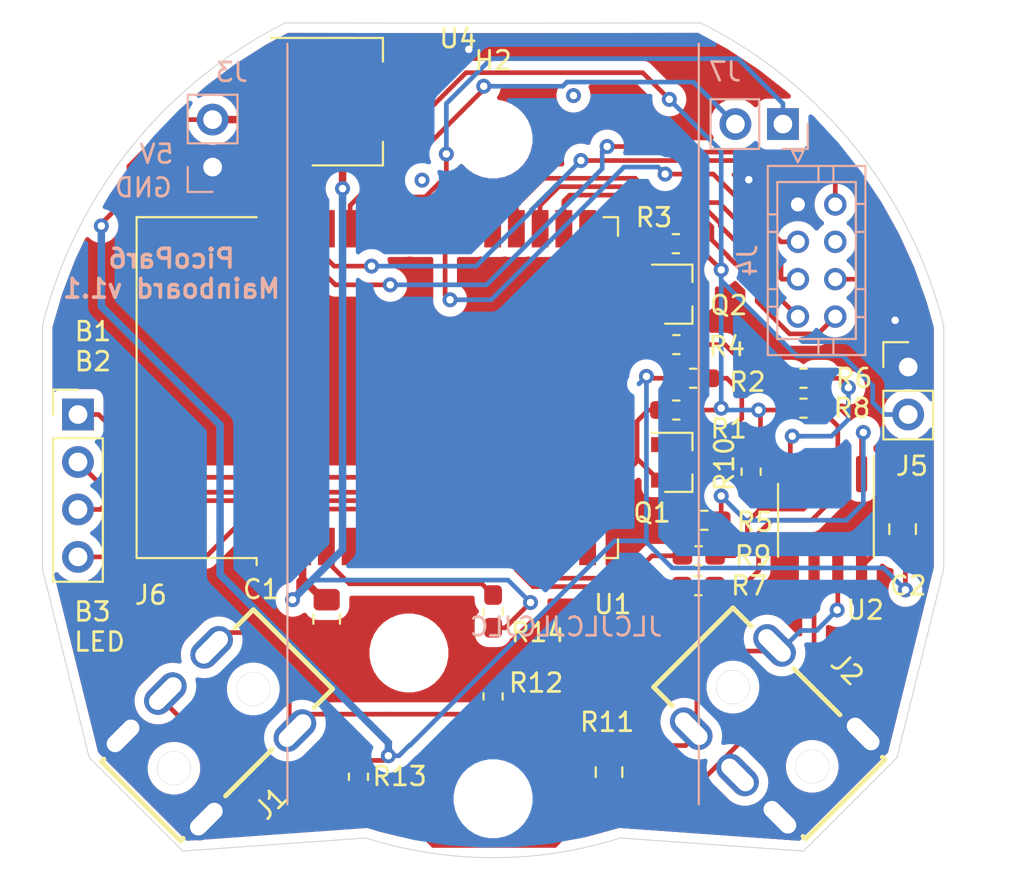
<source format=kicad_pcb>
(kicad_pcb (version 20171130) (host pcbnew "(5.1.4-0-10_14)")

  (general
    (thickness 1.6)
    (drawings 21)
    (tracks 346)
    (zones 0)
    (modules 31)
    (nets 29)
  )

  (page A4)
  (layers
    (0 F.Cu signal)
    (31 B.Cu signal)
    (32 B.Adhes user)
    (33 F.Adhes user)
    (34 B.Paste user)
    (35 F.Paste user)
    (36 B.SilkS user)
    (37 F.SilkS user)
    (38 B.Mask user)
    (39 F.Mask user)
    (40 Dwgs.User user)
    (41 Cmts.User user)
    (42 Eco1.User user)
    (43 Eco2.User user)
    (44 Edge.Cuts user)
    (45 Margin user)
    (46 B.CrtYd user)
    (47 F.CrtYd user)
    (48 B.Fab user)
    (49 F.Fab user)
  )

  (setup
    (last_trace_width 0.25)
    (user_trace_width 0.4)
    (trace_clearance 0.2)
    (zone_clearance 0.508)
    (zone_45_only no)
    (trace_min 0.2)
    (via_size 0.8)
    (via_drill 0.4)
    (via_min_size 0.4)
    (via_min_drill 0.3)
    (uvia_size 0.3)
    (uvia_drill 0.1)
    (uvias_allowed no)
    (uvia_min_size 0.2)
    (uvia_min_drill 0.1)
    (edge_width 0.05)
    (segment_width 0.2)
    (pcb_text_width 0.3)
    (pcb_text_size 1.5 1.5)
    (mod_edge_width 0.12)
    (mod_text_size 1 1)
    (mod_text_width 0.15)
    (pad_size 1.524 1.524)
    (pad_drill 0.762)
    (pad_to_mask_clearance 0.051)
    (solder_mask_min_width 0.25)
    (aux_axis_origin 0 0)
    (visible_elements FFFFFF7F)
    (pcbplotparams
      (layerselection 0x010fc_ffffffff)
      (usegerberextensions false)
      (usegerberattributes false)
      (usegerberadvancedattributes false)
      (creategerberjobfile false)
      (excludeedgelayer true)
      (linewidth 0.100000)
      (plotframeref false)
      (viasonmask false)
      (mode 1)
      (useauxorigin false)
      (hpglpennumber 1)
      (hpglpenspeed 20)
      (hpglpendiameter 15.000000)
      (psnegative false)
      (psa4output false)
      (plotreference true)
      (plotvalue true)
      (plotinvisibletext false)
      (padsonsilk false)
      (subtractmaskfromsilk false)
      (outputformat 3)
      (mirror false)
      (drillshape 0)
      (scaleselection 1)
      (outputdirectory "./"))
  )

  (net 0 "")
  (net 1 DMX_D-)
  (net 2 DMX_D+)
  (net 3 GNDREF)
  (net 4 "Net-(Q1-Pad3)")
  (net 5 DMX_RX)
  (net 6 +3V3)
  (net 7 "Net-(Q2-Pad3)")
  (net 8 DMX_TX)
  (net 9 +5V)
  (net 10 "Net-(R5-Pad1)")
  (net 11 "Net-(R6-Pad2)")
  (net 12 DMX_RE)
  (net 13 "Net-(R7-Pad1)")
  (net 14 DMX_DE)
  (net 15 "Net-(R10-Pad1)")
  (net 16 LED_R)
  (net 17 LED_G)
  (net 18 LED_UV)
  (net 19 LED_A)
  (net 20 LED_B)
  (net 21 LED_W)
  (net 22 STAT_LED1)
  (net 23 BTN1)
  (net 24 BTN2)
  (net 25 BTN3)
  (net 26 PROG_TX)
  (net 27 PROG_RX)
  (net 28 "Net-(R14-Pad2)")

  (net_class Default "Dies ist die voreingestellte Netzklasse."
    (clearance 0.2)
    (trace_width 0.25)
    (via_dia 0.8)
    (via_drill 0.4)
    (uvia_dia 0.3)
    (uvia_drill 0.1)
    (add_net +3V3)
    (add_net +5V)
    (add_net BTN1)
    (add_net BTN2)
    (add_net BTN3)
    (add_net DMX_D+)
    (add_net DMX_D-)
    (add_net DMX_DE)
    (add_net DMX_RE)
    (add_net DMX_RX)
    (add_net DMX_TX)
    (add_net GNDREF)
    (add_net LED_A)
    (add_net LED_B)
    (add_net LED_G)
    (add_net LED_R)
    (add_net LED_UV)
    (add_net LED_W)
    (add_net "Net-(Q1-Pad3)")
    (add_net "Net-(Q2-Pad3)")
    (add_net "Net-(R10-Pad1)")
    (add_net "Net-(R14-Pad2)")
    (add_net "Net-(R5-Pad1)")
    (add_net "Net-(R6-Pad2)")
    (add_net "Net-(R7-Pad1)")
    (add_net PROG_RX)
    (add_net PROG_TX)
    (add_net STAT_LED1)
  )

  (net_class L1 ""
    (clearance 0.2)
    (trace_width 0.3)
    (via_dia 0.8)
    (via_drill 0.4)
    (uvia_dia 0.3)
    (uvia_drill 0.1)
  )

  (module Connector_JST:JST_PHD_B8B-PHDSS_2x04_P2.00mm_Vertical (layer B.Cu) (tedit 5E9185CD) (tstamp 5E8EBFF2)
    (at 166.3 107.5 270)
    (descr "JST PHD series connector, B8B-PHDSS (http://www.jst-mfg.com/product/pdf/eng/ePHD.pdf), generated with kicad-footprint-generator")
    (tags "connector JST PHD vertical")
    (path /5E91037D)
    (fp_text reference J4 (at 3 2.7 90) (layer B.SilkS)
      (effects (font (size 1 1) (thickness 0.15)) (justify mirror))
    )
    (fp_text value Conn_01x08 (at 3 -4.7 90) (layer B.Fab)
      (effects (font (size 1 1) (thickness 0.15)) (justify mirror))
    )
    (fp_text user %R (at 3 0.8 90) (layer B.Fab)
      (effects (font (size 1 1) (thickness 0.15)) (justify mirror))
    )
    (fp_line (start -1.242893 0) (end -1.95 0.5) (layer B.Fab) (width 0.1))
    (fp_line (start -1.95 -0.5) (end -1.242893 0) (layer B.Fab) (width 0.1))
    (fp_line (start -2.86 0.3) (end -2.26 0) (layer B.SilkS) (width 0.12))
    (fp_line (start -2.86 -0.3) (end -2.86 0.3) (layer B.SilkS) (width 0.12))
    (fp_line (start -2.26 0) (end -2.86 -0.3) (layer B.SilkS) (width 0.12))
    (fp_line (start 8.06 1.61) (end -2.06 1.61) (layer B.SilkS) (width 0.12))
    (fp_line (start 8.06 -3.61) (end 8.06 1.61) (layer B.SilkS) (width 0.12))
    (fp_line (start -2.06 -3.61) (end 8.06 -3.61) (layer B.SilkS) (width 0.12))
    (fp_line (start -2.06 1.61) (end -2.06 -3.61) (layer B.SilkS) (width 0.12))
    (fp_line (start 6.03 -3.61) (end 6.03 -3.1) (layer B.SilkS) (width 0.12))
    (fp_line (start 4.53 -3.61) (end 4.53 -3.1) (layer B.SilkS) (width 0.12))
    (fp_line (start -0.03 -3.61) (end -0.03 -3.1) (layer B.SilkS) (width 0.12))
    (fp_line (start 1.47 -3.61) (end 1.47 -3.1) (layer B.SilkS) (width 0.12))
    (fp_line (start 5.47 1.61) (end 5.47 1.1) (layer B.SilkS) (width 0.12))
    (fp_line (start 4.53 1.61) (end 4.53 1.1) (layer B.SilkS) (width 0.12))
    (fp_line (start 0.53 1.61) (end 0.53 1.1) (layer B.SilkS) (width 0.12))
    (fp_line (start 1.47 1.61) (end 1.47 1.1) (layer B.SilkS) (width 0.12))
    (fp_line (start 8.06 -1.9) (end 7.2 -1.9) (layer B.SilkS) (width 0.12))
    (fp_line (start -2.06 -1.9) (end -1.2 -1.9) (layer B.SilkS) (width 0.12))
    (fp_line (start 8.06 -1.1) (end 7.2 -1.1) (layer B.SilkS) (width 0.12))
    (fp_line (start -2.06 -1.1) (end -1.2 -1.1) (layer B.SilkS) (width 0.12))
    (fp_line (start 7.2 1.1) (end -1.2 1.1) (layer B.SilkS) (width 0.12))
    (fp_line (start 7.2 -3.1) (end 7.2 1.1) (layer B.SilkS) (width 0.12))
    (fp_line (start -1.2 -3.1) (end 7.2 -3.1) (layer B.SilkS) (width 0.12))
    (fp_line (start -1.2 1.1) (end -1.2 -3.1) (layer B.SilkS) (width 0.12))
    (fp_line (start 8.45 2) (end -2.45 2) (layer B.CrtYd) (width 0.05))
    (fp_line (start 8.45 -4) (end 8.45 2) (layer B.CrtYd) (width 0.05))
    (fp_line (start -2.45 -4) (end 8.45 -4) (layer B.CrtYd) (width 0.05))
    (fp_line (start -2.45 2) (end -2.45 -4) (layer B.CrtYd) (width 0.05))
    (fp_line (start 7.95 1.5) (end -1.95 1.5) (layer B.Fab) (width 0.1))
    (fp_line (start 7.95 -3.5) (end 7.95 1.5) (layer B.Fab) (width 0.1))
    (fp_line (start -1.95 -3.5) (end 7.95 -3.5) (layer B.Fab) (width 0.1))
    (fp_line (start -1.95 1.5) (end -1.95 -3.5) (layer B.Fab) (width 0.1))
    (pad 8 thru_hole circle (at 6 -2 270) (size 1.2 1.2) (drill 0.75) (layers *.Cu *.Mask)
      (net 16 LED_R))
    (pad 6 thru_hole circle (at 4 -2 270) (size 1.2 1.2) (drill 0.75) (layers *.Cu *.Mask)
      (net 18 LED_UV))
    (pad 4 thru_hole circle (at 2 -2 270) (size 1.2 1.2) (drill 0.75) (layers *.Cu *.Mask))
    (pad 2 thru_hole circle (at 0 -2 270) (size 1.2 1.2) (drill 0.75) (layers *.Cu *.Mask)
      (net 19 LED_A))
    (pad 7 thru_hole circle (at 6 0 270) (size 1.2 1.2) (drill 0.75) (layers *.Cu *.Mask)
      (net 17 LED_G))
    (pad 5 thru_hole circle (at 4 0 270) (size 1.2 1.2) (drill 0.75) (layers *.Cu *.Mask)
      (net 20 LED_B))
    (pad 3 thru_hole circle (at 2 0 270) (size 1.2 1.2) (drill 0.75) (layers *.Cu *.Mask)
      (net 21 LED_W))
    (pad 1 thru_hole roundrect (at 0 0 270) (size 1.2 1.2) (drill 0.75) (layers *.Cu *.Mask) (roundrect_rratio 0.208333)
      (net 3 GNDREF))
    (model "/Users/Chris/Dropbox/KiCad/libraries/3DModels/JST_B8B_2x4_P2.00/B8B-PHDSS(LF)(SN).stp"
      (offset (xyz -12 -3.5 0))
      (scale (xyz 1 1 1))
      (rotate (xyz 0 90 90))
    )
  )

  (module MountingHole:MountingHole_3.2mm_M3 (layer F.Cu) (tedit 56D1B4CB) (tstamp 5E91DEA6)
    (at 150 139.3)
    (descr "Mounting Hole 3.2mm, no annular, M3")
    (tags "mounting hole 3.2mm no annular m3")
    (path /5E92E825)
    (attr virtual)
    (fp_text reference H3 (at 0 -4.2) (layer F.SilkS) hide
      (effects (font (size 1 1) (thickness 0.15)))
    )
    (fp_text value MountingHole (at 0 4.2) (layer F.Fab) hide
      (effects (font (size 1 1) (thickness 0.15)))
    )
    (fp_circle (center 0 0) (end 3.45 0) (layer F.CrtYd) (width 0.05))
    (fp_circle (center 0 0) (end 3.2 0) (layer Cmts.User) (width 0.15))
    (fp_text user %R (at 0.3 0) (layer F.Fab) hide
      (effects (font (size 1 1) (thickness 0.15)))
    )
    (pad 1 np_thru_hole circle (at 0 0) (size 3.2 3.2) (drill 3.2) (layers *.Cu *.Mask))
  )

  (module MountingHole:MountingHole_3.2mm_M3 (layer F.Cu) (tedit 56D1B4CB) (tstamp 5E91DE96)
    (at 150 104)
    (descr "Mounting Hole 3.2mm, no annular, M3")
    (tags "mounting hole 3.2mm no annular m3")
    (path /5E92E263)
    (attr virtual)
    (fp_text reference H2 (at 0 -4.2) (layer F.SilkS)
      (effects (font (size 1 1) (thickness 0.15)))
    )
    (fp_text value MountingHole (at 0 4.2) (layer F.Fab)
      (effects (font (size 1 1) (thickness 0.15)))
    )
    (fp_circle (center 0 0) (end 3.45 0) (layer F.CrtYd) (width 0.05))
    (fp_circle (center 0 0) (end 3.2 0) (layer Cmts.User) (width 0.15))
    (fp_text user %R (at 0.3 0) (layer F.Fab)
      (effects (font (size 1 1) (thickness 0.15)))
    )
    (pad 1 np_thru_hole circle (at 0 0) (size 3.2 3.2) (drill 3.2) (layers *.Cu *.Mask))
  )

  (module MountingHole:MountingHole_3.2mm_M3 (layer F.Cu) (tedit 56D1B4CB) (tstamp 5E91DE8E)
    (at 145.5 131.5)
    (descr "Mounting Hole 3.2mm, no annular, M3")
    (tags "mounting hole 3.2mm no annular m3")
    (path /5E92DD2D)
    (attr virtual)
    (fp_text reference H1 (at 0 -4.2) (layer F.SilkS) hide
      (effects (font (size 1 1) (thickness 0.15)))
    )
    (fp_text value MountingHole (at 0 4.2) (layer F.Fab) hide
      (effects (font (size 1 1) (thickness 0.15)))
    )
    (fp_circle (center 0 0) (end 3.45 0) (layer F.CrtYd) (width 0.05))
    (fp_circle (center 0 0) (end 3.2 0) (layer Cmts.User) (width 0.15))
    (fp_text user %R (at 0.3 0) (layer F.Fab) hide
      (effects (font (size 1 1) (thickness 0.15)))
    )
    (pad 1 np_thru_hole circle (at 0 0) (size 3.2 3.2) (drill 3.2) (layers *.Cu *.Mask))
  )

  (module LCSC:C18167_BOOMELE_Audiojack_withoutTip (layer F.Cu) (tedit 5E8E3C68) (tstamp 5E8F445D)
    (at 168.8 139.3 135)
    (descr "BOOMELE(Boom Precision Elec)_3.5Jack_C18167")
    (tags "Audiojack 3.5 C18167")
    (path /5EA3C246)
    (fp_text reference J2 (at 4.8 5 135) (layer F.SilkS)
      (effects (font (size 1 1) (thickness 0.15)))
    )
    (fp_text value AudioJack3 (at 6.7 -4.8 135) (layer F.Fab)
      (effects (font (size 1 1) (thickness 0.15)))
    )
    (fp_line (start 10.05 -3.001) (end 11.45 -3.001) (layer F.SilkS) (width 0.254))
    (fp_line (start 11.45 -3) (end 11.45 3) (layer F.SilkS) (width 0.254))
    (fp_line (start 10.05 3) (end 11.45 3) (layer F.SilkS) (width 0.254))
    (fp_line (start -0.05 3) (end 0.15 3) (layer F.SilkS) (width 0.254))
    (fp_line (start -0.05 -3) (end -0.05 3) (layer F.SilkS) (width 0.254))
    (fp_line (start -0.05 -3) (end 0.15 -3) (layer F.SilkS) (width 0.254))
    (fp_line (start 3.35 3) (end 6.85 3) (layer F.SilkS) (width 0.254))
    (pad S thru_hole oval (at 1.75 3.15 135) (size 2.6 1.5) (drill oval 2.1 0.9) (layers *.Cu *.Mask)
      (net 3 GNDREF))
    (pad T thru_hole oval (at 8.45 3.15 135) (size 2.6 1.5) (drill oval 2.1 0.9) (layers *.Cu *.Mask)
      (net 1 DMX_D-))
    (pad S thru_hole oval (at 1.75 -3.15 135) (size 2.6 1.5) (drill oval 2.1 0.9) (layers *.Cu *.Mask)
      (net 3 GNDREF))
    (pad R thru_hole oval (at 4.95 -3.15 135) (size 2.6 1.5) (drill oval 2.1 0.9) (layers *.Cu *.Mask)
      (net 2 DMX_D+))
    (pad T thru_hole oval (at 8.45 -3.15 135) (size 2.6 1.5) (drill oval 2.1 0.9) (layers *.Cu *.Mask)
      (net 1 DMX_D-))
    (pad "" thru_hole circle (at 2.45 0 135) (size 1.8 1.8) (drill 1.8) (layers *.Cu *.Mask))
    (pad "" thru_hole circle (at 8.45 0 135) (size 1.8 1.8) (drill 1.8) (layers *.Cu *.Mask))
    (model "/Users/Chris/Dropbox/KiCad/libraries/3DModels/Boomele_Audiojack/TRS Jack.stp"
      (offset (xyz 6 0 5.6))
      (scale (xyz 1 1 1))
      (rotate (xyz 0 0 90))
    )
  )

  (module LCSC:C18167_BOOMELE_Audiojack_withoutTip (layer F.Cu) (tedit 5E8E3C68) (tstamp 5E8E710E)
    (at 131.2 139.4 45)
    (descr "BOOMELE(Boom Precision Elec)_3.5Jack_C18167")
    (tags "Audiojack 3.5 C18167")
    (path /5E8EC683)
    (fp_text reference J1 (at 4.8 5 45) (layer F.SilkS)
      (effects (font (size 1 1) (thickness 0.15)))
    )
    (fp_text value AudioJack3 (at 6.7 -4.8 45) (layer F.Fab)
      (effects (font (size 1 1) (thickness 0.15)))
    )
    (fp_line (start 10.05 -3.001) (end 11.45 -3.001) (layer F.SilkS) (width 0.254))
    (fp_line (start 11.45 -3) (end 11.45 3) (layer F.SilkS) (width 0.254))
    (fp_line (start 10.05 3) (end 11.45 3) (layer F.SilkS) (width 0.254))
    (fp_line (start -0.05 3) (end 0.15 3) (layer F.SilkS) (width 0.254))
    (fp_line (start -0.05 -3) (end -0.05 3) (layer F.SilkS) (width 0.254))
    (fp_line (start -0.05 -3) (end 0.15 -3) (layer F.SilkS) (width 0.254))
    (fp_line (start 3.35 3) (end 6.85 3) (layer F.SilkS) (width 0.254))
    (pad S thru_hole oval (at 1.75 3.15 45) (size 2.6 1.5) (drill oval 2.1 0.9) (layers *.Cu *.Mask)
      (net 3 GNDREF))
    (pad T thru_hole oval (at 8.45 3.15 45) (size 2.6 1.5) (drill oval 2.1 0.9) (layers *.Cu *.Mask)
      (net 1 DMX_D-))
    (pad S thru_hole oval (at 1.75 -3.15 45) (size 2.6 1.5) (drill oval 2.1 0.9) (layers *.Cu *.Mask)
      (net 3 GNDREF))
    (pad R thru_hole oval (at 4.95 -3.15 45) (size 2.6 1.5) (drill oval 2.1 0.9) (layers *.Cu *.Mask)
      (net 2 DMX_D+))
    (pad T thru_hole oval (at 8.45 -3.15 45) (size 2.6 1.5) (drill oval 2.1 0.9) (layers *.Cu *.Mask)
      (net 1 DMX_D-))
    (pad "" thru_hole circle (at 2.45 0 45) (size 1.8 1.8) (drill 1.8) (layers *.Cu *.Mask))
    (pad "" thru_hole circle (at 8.45 0 45) (size 1.8 1.8) (drill 1.8) (layers *.Cu *.Mask))
    (model "/Users/Chris/Dropbox/KiCad/libraries/3DModels/Boomele_Audiojack/TRS Jack.stp"
      (offset (xyz 6 0 5.6))
      (scale (xyz 1 1 1))
      (rotate (xyz 0 0 90))
    )
  )

  (module Resistor_SMD:R_0603_1608Metric_Pad1.05x0.95mm_HandSolder (layer F.Cu) (tedit 5B301BBD) (tstamp 5E8F7C56)
    (at 150 129.275 90)
    (descr "Resistor SMD 0603 (1608 Metric), square (rectangular) end terminal, IPC_7351 nominal with elongated pad for handsoldering. (Body size source: http://www.tortai-tech.com/upload/download/2011102023233369053.pdf), generated with kicad-footprint-generator")
    (tags "resistor handsolder")
    (path /5EADC481)
    (attr smd)
    (fp_text reference R14 (at -1.125 2.4 180) (layer F.SilkS)
      (effects (font (size 1 1) (thickness 0.15)))
    )
    (fp_text value 10K (at 0 1.43 90) (layer F.Fab) hide
      (effects (font (size 1 1) (thickness 0.15)))
    )
    (fp_text user %R (at 0 0 90) (layer F.Fab)
      (effects (font (size 0.4 0.4) (thickness 0.06)))
    )
    (fp_line (start 1.65 0.73) (end -1.65 0.73) (layer F.CrtYd) (width 0.05))
    (fp_line (start 1.65 -0.73) (end 1.65 0.73) (layer F.CrtYd) (width 0.05))
    (fp_line (start -1.65 -0.73) (end 1.65 -0.73) (layer F.CrtYd) (width 0.05))
    (fp_line (start -1.65 0.73) (end -1.65 -0.73) (layer F.CrtYd) (width 0.05))
    (fp_line (start -0.171267 0.51) (end 0.171267 0.51) (layer F.SilkS) (width 0.12))
    (fp_line (start -0.171267 -0.51) (end 0.171267 -0.51) (layer F.SilkS) (width 0.12))
    (fp_line (start 0.8 0.4) (end -0.8 0.4) (layer F.Fab) (width 0.1))
    (fp_line (start 0.8 -0.4) (end 0.8 0.4) (layer F.Fab) (width 0.1))
    (fp_line (start -0.8 -0.4) (end 0.8 -0.4) (layer F.Fab) (width 0.1))
    (fp_line (start -0.8 0.4) (end -0.8 -0.4) (layer F.Fab) (width 0.1))
    (pad 2 smd roundrect (at 0.875 0 90) (size 1.05 0.95) (layers F.Cu F.Paste F.Mask) (roundrect_rratio 0.25)
      (net 28 "Net-(R14-Pad2)"))
    (pad 1 smd roundrect (at -0.875 0 90) (size 1.05 0.95) (layers F.Cu F.Paste F.Mask) (roundrect_rratio 0.25)
      (net 6 +3V3))
    (model ${KISYS3DMOD}/Resistor_SMD.3dshapes/R_0603_1608Metric.wrl
      (at (xyz 0 0 0))
      (scale (xyz 1 1 1))
      (rotate (xyz 0 0 0))
    )
  )

  (module Connector_PinHeader_2.54mm:PinHeader_1x02_P2.54mm_Vertical (layer B.Cu) (tedit 59FED5CC) (tstamp 5E91D92F)
    (at 165.5 103.2 90)
    (descr "Through hole straight pin header, 1x02, 2.54mm pitch, single row")
    (tags "Through hole pin header THT 1x02 2.54mm single row")
    (path /5EAFB61A)
    (fp_text reference J7 (at 2.8 -3.1 -180) (layer B.SilkS)
      (effects (font (size 1 1) (thickness 0.15)) (justify mirror))
    )
    (fp_text value Conn_01x02 (at 0 -4.87 -90) (layer B.Fab) hide
      (effects (font (size 1 1) (thickness 0.15)) (justify mirror))
    )
    (fp_text user %R (at 0 -1.27) (layer B.Fab)
      (effects (font (size 1 1) (thickness 0.15)) (justify mirror))
    )
    (fp_line (start 1.8 1.8) (end -1.8 1.8) (layer B.CrtYd) (width 0.05))
    (fp_line (start 1.8 -4.35) (end 1.8 1.8) (layer B.CrtYd) (width 0.05))
    (fp_line (start -1.8 -4.35) (end 1.8 -4.35) (layer B.CrtYd) (width 0.05))
    (fp_line (start -1.8 1.8) (end -1.8 -4.35) (layer B.CrtYd) (width 0.05))
    (fp_line (start -1.33 1.33) (end 0 1.33) (layer B.SilkS) (width 0.12))
    (fp_line (start -1.33 0) (end -1.33 1.33) (layer B.SilkS) (width 0.12))
    (fp_line (start -1.33 -1.27) (end 1.33 -1.27) (layer B.SilkS) (width 0.12))
    (fp_line (start 1.33 -1.27) (end 1.33 -3.87) (layer B.SilkS) (width 0.12))
    (fp_line (start -1.33 -1.27) (end -1.33 -3.87) (layer B.SilkS) (width 0.12))
    (fp_line (start -1.33 -3.87) (end 1.33 -3.87) (layer B.SilkS) (width 0.12))
    (fp_line (start -1.27 0.635) (end -0.635 1.27) (layer B.Fab) (width 0.1))
    (fp_line (start -1.27 -3.81) (end -1.27 0.635) (layer B.Fab) (width 0.1))
    (fp_line (start 1.27 -3.81) (end -1.27 -3.81) (layer B.Fab) (width 0.1))
    (fp_line (start 1.27 1.27) (end 1.27 -3.81) (layer B.Fab) (width 0.1))
    (fp_line (start -0.635 1.27) (end 1.27 1.27) (layer B.Fab) (width 0.1))
    (pad 2 thru_hole oval (at 0 -2.54 90) (size 1.7 1.7) (drill 1) (layers *.Cu *.Mask)
      (net 26 PROG_TX))
    (pad 1 thru_hole rect (at 0 0 90) (size 1.7 1.7) (drill 1) (layers *.Cu *.Mask)
      (net 27 PROG_RX))
    (model ${KISYS3DMOD}/Connector_PinHeader_2.54mm.3dshapes/PinHeader_1x02_P2.54mm_Vertical.wrl
      (at (xyz 0 0 0))
      (scale (xyz 1 1 1))
      (rotate (xyz 0 0 0))
    )
  )

  (module Connector_PinHeader_2.54mm:PinHeader_1x04_P2.54mm_Vertical (layer F.Cu) (tedit 59FED5CC) (tstamp 5E8F4C7F)
    (at 127.8 118.74)
    (descr "Through hole straight pin header, 1x04, 2.54mm pitch, single row")
    (tags "Through hole pin header THT 1x04 2.54mm single row")
    (path /5EA93021)
    (fp_text reference J6 (at 3.9 9.66) (layer F.SilkS)
      (effects (font (size 1 1) (thickness 0.15)))
    )
    (fp_text value Conn_01x04 (at 0 9.95) (layer F.Fab) hide
      (effects (font (size 1 1) (thickness 0.15)))
    )
    (fp_text user %R (at 0 3.81 90) (layer F.Fab)
      (effects (font (size 1 1) (thickness 0.15)))
    )
    (fp_line (start 1.8 -1.8) (end -1.8 -1.8) (layer F.CrtYd) (width 0.05))
    (fp_line (start 1.8 9.4) (end 1.8 -1.8) (layer F.CrtYd) (width 0.05))
    (fp_line (start -1.8 9.4) (end 1.8 9.4) (layer F.CrtYd) (width 0.05))
    (fp_line (start -1.8 -1.8) (end -1.8 9.4) (layer F.CrtYd) (width 0.05))
    (fp_line (start -1.33 -1.33) (end 0 -1.33) (layer F.SilkS) (width 0.12))
    (fp_line (start -1.33 0) (end -1.33 -1.33) (layer F.SilkS) (width 0.12))
    (fp_line (start -1.33 1.27) (end 1.33 1.27) (layer F.SilkS) (width 0.12))
    (fp_line (start 1.33 1.27) (end 1.33 8.95) (layer F.SilkS) (width 0.12))
    (fp_line (start -1.33 1.27) (end -1.33 8.95) (layer F.SilkS) (width 0.12))
    (fp_line (start -1.33 8.95) (end 1.33 8.95) (layer F.SilkS) (width 0.12))
    (fp_line (start -1.27 -0.635) (end -0.635 -1.27) (layer F.Fab) (width 0.1))
    (fp_line (start -1.27 8.89) (end -1.27 -0.635) (layer F.Fab) (width 0.1))
    (fp_line (start 1.27 8.89) (end -1.27 8.89) (layer F.Fab) (width 0.1))
    (fp_line (start 1.27 -1.27) (end 1.27 8.89) (layer F.Fab) (width 0.1))
    (fp_line (start -0.635 -1.27) (end 1.27 -1.27) (layer F.Fab) (width 0.1))
    (pad 4 thru_hole oval (at 0 7.62) (size 1.7 1.7) (drill 1) (layers *.Cu *.Mask)
      (net 22 STAT_LED1))
    (pad 3 thru_hole oval (at 0 5.08) (size 1.7 1.7) (drill 1) (layers *.Cu *.Mask)
      (net 23 BTN1))
    (pad 2 thru_hole oval (at 0 2.54) (size 1.7 1.7) (drill 1) (layers *.Cu *.Mask)
      (net 24 BTN2))
    (pad 1 thru_hole rect (at 0 0) (size 1.7 1.7) (drill 1) (layers *.Cu *.Mask)
      (net 25 BTN3))
    (model ${KISYS3DMOD}/Connector_PinHeader_2.54mm.3dshapes/PinHeader_1x04_P2.54mm_Vertical.wrl
      (at (xyz 0 0 0))
      (scale (xyz 1 1 1))
      (rotate (xyz 0 0 0))
    )
  )

  (module Connector_PinHeader_2.54mm:PinHeader_1x02_P2.54mm_Vertical (layer F.Cu) (tedit 59FED5CC) (tstamp 5E8F51BF)
    (at 172.2 116.2)
    (descr "Through hole straight pin header, 1x02, 2.54mm pitch, single row")
    (tags "Through hole pin header THT 1x02 2.54mm single row")
    (path /5EA7077B)
    (fp_text reference J5 (at 0.2 5.3) (layer F.SilkS)
      (effects (font (size 1 1) (thickness 0.15)))
    )
    (fp_text value Conn_01x02 (at 0 4.87) (layer F.Fab) hide
      (effects (font (size 1 1) (thickness 0.15)))
    )
    (fp_text user %R (at 0 1.27 90) (layer F.Fab)
      (effects (font (size 1 1) (thickness 0.15)))
    )
    (fp_line (start 1.8 -1.8) (end -1.8 -1.8) (layer F.CrtYd) (width 0.05))
    (fp_line (start 1.8 4.35) (end 1.8 -1.8) (layer F.CrtYd) (width 0.05))
    (fp_line (start -1.8 4.35) (end 1.8 4.35) (layer F.CrtYd) (width 0.05))
    (fp_line (start -1.8 -1.8) (end -1.8 4.35) (layer F.CrtYd) (width 0.05))
    (fp_line (start -1.33 -1.33) (end 0 -1.33) (layer F.SilkS) (width 0.12))
    (fp_line (start -1.33 0) (end -1.33 -1.33) (layer F.SilkS) (width 0.12))
    (fp_line (start -1.33 1.27) (end 1.33 1.27) (layer F.SilkS) (width 0.12))
    (fp_line (start 1.33 1.27) (end 1.33 3.87) (layer F.SilkS) (width 0.12))
    (fp_line (start -1.33 1.27) (end -1.33 3.87) (layer F.SilkS) (width 0.12))
    (fp_line (start -1.33 3.87) (end 1.33 3.87) (layer F.SilkS) (width 0.12))
    (fp_line (start -1.27 -0.635) (end -0.635 -1.27) (layer F.Fab) (width 0.1))
    (fp_line (start -1.27 3.81) (end -1.27 -0.635) (layer F.Fab) (width 0.1))
    (fp_line (start 1.27 3.81) (end -1.27 3.81) (layer F.Fab) (width 0.1))
    (fp_line (start 1.27 -1.27) (end 1.27 3.81) (layer F.Fab) (width 0.1))
    (fp_line (start -0.635 -1.27) (end 1.27 -1.27) (layer F.Fab) (width 0.1))
    (pad 2 thru_hole oval (at 0 2.54) (size 1.7 1.7) (drill 1) (layers *.Cu *.Mask)
      (net 6 +3V3))
    (pad 1 thru_hole rect (at 0 0) (size 1.7 1.7) (drill 1) (layers *.Cu *.Mask)
      (net 3 GNDREF))
    (model ${KISYS3DMOD}/Connector_PinHeader_2.54mm.3dshapes/PinHeader_1x02_P2.54mm_Vertical.wrl
      (at (xyz 0 0 0))
      (scale (xyz 1 1 1))
      (rotate (xyz 0 0 0))
    )
  )

  (module Connector_PinHeader_2.54mm:PinHeader_1x02_P2.54mm_Vertical (layer B.Cu) (tedit 59FED5CC) (tstamp 5E8F0D10)
    (at 135 105.5)
    (descr "Through hole straight pin header, 1x02, 2.54mm pitch, single row")
    (tags "Through hole pin header THT 1x02 2.54mm single row")
    (path /5EA214E6)
    (fp_text reference J3 (at 1.025 -5.075) (layer B.SilkS)
      (effects (font (size 1 1) (thickness 0.15)) (justify mirror))
    )
    (fp_text value Conn_01x02 (at 0 -4.87) (layer B.Fab) hide
      (effects (font (size 1 1) (thickness 0.15)) (justify mirror))
    )
    (fp_text user %R (at 0 -1.27 -90) (layer B.Fab)
      (effects (font (size 1 1) (thickness 0.15)) (justify mirror))
    )
    (fp_line (start 1.8 1.8) (end -1.8 1.8) (layer B.CrtYd) (width 0.05))
    (fp_line (start 1.8 -4.35) (end 1.8 1.8) (layer B.CrtYd) (width 0.05))
    (fp_line (start -1.8 -4.35) (end 1.8 -4.35) (layer B.CrtYd) (width 0.05))
    (fp_line (start -1.8 1.8) (end -1.8 -4.35) (layer B.CrtYd) (width 0.05))
    (fp_line (start -1.33 1.33) (end 0 1.33) (layer B.SilkS) (width 0.12))
    (fp_line (start -1.33 0) (end -1.33 1.33) (layer B.SilkS) (width 0.12))
    (fp_line (start -1.33 -1.27) (end 1.33 -1.27) (layer B.SilkS) (width 0.12))
    (fp_line (start 1.33 -1.27) (end 1.33 -3.87) (layer B.SilkS) (width 0.12))
    (fp_line (start -1.33 -1.27) (end -1.33 -3.87) (layer B.SilkS) (width 0.12))
    (fp_line (start -1.33 -3.87) (end 1.33 -3.87) (layer B.SilkS) (width 0.12))
    (fp_line (start -1.27 0.635) (end -0.635 1.27) (layer B.Fab) (width 0.1))
    (fp_line (start -1.27 -3.81) (end -1.27 0.635) (layer B.Fab) (width 0.1))
    (fp_line (start 1.27 -3.81) (end -1.27 -3.81) (layer B.Fab) (width 0.1))
    (fp_line (start 1.27 1.27) (end 1.27 -3.81) (layer B.Fab) (width 0.1))
    (fp_line (start -0.635 1.27) (end 1.27 1.27) (layer B.Fab) (width 0.1))
    (pad 2 thru_hole oval (at 0 -2.54) (size 1.7 1.7) (drill 1) (layers *.Cu *.Mask)
      (net 9 +5V))
    (pad 1 thru_hole rect (at 0 0) (size 1.7 1.7) (drill 1) (layers *.Cu *.Mask)
      (net 3 GNDREF))
    (model ${KISYS3DMOD}/Connector_PinHeader_2.54mm.3dshapes/PinHeader_1x02_P2.54mm_Vertical.wrl
      (at (xyz 0 0 0))
      (scale (xyz 1 1 1))
      (rotate (xyz 0 0 0))
    )
  )

  (module Package_TO_SOT_SMD:SOT-223-3_TabPin2 (layer F.Cu) (tedit 5A02FF57) (tstamp 5E8F176B)
    (at 142.2 102)
    (descr "module CMS SOT223 4 pins")
    (tags "CMS SOT")
    (path /5E9EF612)
    (attr smd)
    (fp_text reference U4 (at 5.925 -3.375) (layer F.SilkS)
      (effects (font (size 1 1) (thickness 0.15)))
    )
    (fp_text value LM1117-3.3 (at 0 4.5) (layer F.Fab) hide
      (effects (font (size 1 1) (thickness 0.15)))
    )
    (fp_line (start 1.85 -3.35) (end 1.85 3.35) (layer F.Fab) (width 0.1))
    (fp_line (start -1.85 3.35) (end 1.85 3.35) (layer F.Fab) (width 0.1))
    (fp_line (start -4.1 -3.41) (end 1.91 -3.41) (layer F.SilkS) (width 0.12))
    (fp_line (start -0.85 -3.35) (end 1.85 -3.35) (layer F.Fab) (width 0.1))
    (fp_line (start -1.85 3.41) (end 1.91 3.41) (layer F.SilkS) (width 0.12))
    (fp_line (start -1.85 -2.35) (end -1.85 3.35) (layer F.Fab) (width 0.1))
    (fp_line (start -1.85 -2.35) (end -0.85 -3.35) (layer F.Fab) (width 0.1))
    (fp_line (start -4.4 -3.6) (end -4.4 3.6) (layer F.CrtYd) (width 0.05))
    (fp_line (start -4.4 3.6) (end 4.4 3.6) (layer F.CrtYd) (width 0.05))
    (fp_line (start 4.4 3.6) (end 4.4 -3.6) (layer F.CrtYd) (width 0.05))
    (fp_line (start 4.4 -3.6) (end -4.4 -3.6) (layer F.CrtYd) (width 0.05))
    (fp_line (start 1.91 -3.41) (end 1.91 -2.15) (layer F.SilkS) (width 0.12))
    (fp_line (start 1.91 3.41) (end 1.91 2.15) (layer F.SilkS) (width 0.12))
    (fp_text user %R (at 0 0 90) (layer F.Fab)
      (effects (font (size 0.8 0.8) (thickness 0.12)))
    )
    (pad 1 smd rect (at -3.15 -2.3) (size 2 1.5) (layers F.Cu F.Paste F.Mask)
      (net 3 GNDREF))
    (pad 3 smd rect (at -3.15 2.3) (size 2 1.5) (layers F.Cu F.Paste F.Mask)
      (net 9 +5V))
    (pad 2 smd rect (at -3.15 0) (size 2 1.5) (layers F.Cu F.Paste F.Mask)
      (net 6 +3V3))
    (pad 2 smd rect (at 3.15 0) (size 2 3.8) (layers F.Cu F.Paste F.Mask)
      (net 6 +3V3))
    (model ${KISYS3DMOD}/Package_TO_SOT_SMD.3dshapes/SOT-223.wrl
      (at (xyz 0 0 0))
      (scale (xyz 1 1 1))
      (rotate (xyz 0 0 0))
    )
  )

  (module Capacitor_SMD:C_0805_2012Metric_Pad1.15x1.40mm_HandSolder (layer F.Cu) (tedit 5B36C52B) (tstamp 5E8E4E3F)
    (at 141.1 129.675 270)
    (descr "Capacitor SMD 0805 (2012 Metric), square (rectangular) end terminal, IPC_7351 nominal with elongated pad for handsoldering. (Body size source: https://docs.google.com/spreadsheets/d/1BsfQQcO9C6DZCsRaXUlFlo91Tg2WpOkGARC1WS5S8t0/edit?usp=sharing), generated with kicad-footprint-generator")
    (tags "capacitor handsolder")
    (path /5EBC63FA)
    (attr smd)
    (fp_text reference C1 (at -1.575 3.5 180) (layer F.SilkS)
      (effects (font (size 1 1) (thickness 0.15)))
    )
    (fp_text value C (at 0 1.65 90) (layer F.Fab) hide
      (effects (font (size 1 1) (thickness 0.15)))
    )
    (fp_text user %R (at 0 0 90) (layer F.Fab)
      (effects (font (size 0.5 0.5) (thickness 0.08)))
    )
    (fp_line (start 1.85 0.95) (end -1.85 0.95) (layer F.CrtYd) (width 0.05))
    (fp_line (start 1.85 -0.95) (end 1.85 0.95) (layer F.CrtYd) (width 0.05))
    (fp_line (start -1.85 -0.95) (end 1.85 -0.95) (layer F.CrtYd) (width 0.05))
    (fp_line (start -1.85 0.95) (end -1.85 -0.95) (layer F.CrtYd) (width 0.05))
    (fp_line (start -0.261252 0.71) (end 0.261252 0.71) (layer F.SilkS) (width 0.12))
    (fp_line (start -0.261252 -0.71) (end 0.261252 -0.71) (layer F.SilkS) (width 0.12))
    (fp_line (start 1 0.6) (end -1 0.6) (layer F.Fab) (width 0.1))
    (fp_line (start 1 -0.6) (end 1 0.6) (layer F.Fab) (width 0.1))
    (fp_line (start -1 -0.6) (end 1 -0.6) (layer F.Fab) (width 0.1))
    (fp_line (start -1 0.6) (end -1 -0.6) (layer F.Fab) (width 0.1))
    (pad 2 smd roundrect (at 1.025 0 270) (size 1.15 1.4) (layers F.Cu F.Paste F.Mask) (roundrect_rratio 0.217391)
      (net 3 GNDREF))
    (pad 1 smd roundrect (at -1.025 0 270) (size 1.15 1.4) (layers F.Cu F.Paste F.Mask) (roundrect_rratio 0.217391)
      (net 6 +3V3))
    (model ${KISYS3DMOD}/Capacitor_SMD.3dshapes/C_0805_2012Metric.wrl
      (at (xyz 0 0 0))
      (scale (xyz 1 1 1))
      (rotate (xyz 0 0 0))
    )
  )

  (module Capacitor_SMD:C_0805_2012Metric_Pad1.15x1.40mm_HandSolder (layer F.Cu) (tedit 5B36C52B) (tstamp 5E8E40A7)
    (at 171.9 124.875 90)
    (descr "Capacitor SMD 0805 (2012 Metric), square (rectangular) end terminal, IPC_7351 nominal with elongated pad for handsoldering. (Body size source: https://docs.google.com/spreadsheets/d/1BsfQQcO9C6DZCsRaXUlFlo91Tg2WpOkGARC1WS5S8t0/edit?usp=sharing), generated with kicad-footprint-generator")
    (tags "capacitor handsolder")
    (path /5E8F05B4)
    (attr smd)
    (fp_text reference C2 (at -3.025 0.3 180) (layer F.SilkS)
      (effects (font (size 1 1) (thickness 0.15)))
    )
    (fp_text value C (at 0 1.65 90) (layer F.Fab) hide
      (effects (font (size 1 1) (thickness 0.15)))
    )
    (fp_text user %R (at 0 0 90) (layer F.Fab)
      (effects (font (size 0.5 0.5) (thickness 0.08)))
    )
    (fp_line (start 1.85 0.95) (end -1.85 0.95) (layer F.CrtYd) (width 0.05))
    (fp_line (start 1.85 -0.95) (end 1.85 0.95) (layer F.CrtYd) (width 0.05))
    (fp_line (start -1.85 -0.95) (end 1.85 -0.95) (layer F.CrtYd) (width 0.05))
    (fp_line (start -1.85 0.95) (end -1.85 -0.95) (layer F.CrtYd) (width 0.05))
    (fp_line (start -0.261252 0.71) (end 0.261252 0.71) (layer F.SilkS) (width 0.12))
    (fp_line (start -0.261252 -0.71) (end 0.261252 -0.71) (layer F.SilkS) (width 0.12))
    (fp_line (start 1 0.6) (end -1 0.6) (layer F.Fab) (width 0.1))
    (fp_line (start 1 -0.6) (end 1 0.6) (layer F.Fab) (width 0.1))
    (fp_line (start -1 -0.6) (end 1 -0.6) (layer F.Fab) (width 0.1))
    (fp_line (start -1 0.6) (end -1 -0.6) (layer F.Fab) (width 0.1))
    (pad 2 smd roundrect (at 1.025 0 90) (size 1.15 1.4) (layers F.Cu F.Paste F.Mask) (roundrect_rratio 0.217391)
      (net 3 GNDREF))
    (pad 1 smd roundrect (at -1.025 0 90) (size 1.15 1.4) (layers F.Cu F.Paste F.Mask) (roundrect_rratio 0.217391)
      (net 9 +5V))
    (model ${KISYS3DMOD}/Capacitor_SMD.3dshapes/C_0805_2012Metric.wrl
      (at (xyz 0 0 0))
      (scale (xyz 1 1 1))
      (rotate (xyz 0 0 0))
    )
  )

  (module Package_SO:SOIC-8_3.9x4.9mm_P1.27mm (layer F.Cu) (tedit 5C97300E) (tstamp 5E8E819F)
    (at 167.8 124.4 270)
    (descr "SOIC, 8 Pin (JEDEC MS-012AA, https://www.analog.com/media/en/package-pcb-resources/package/pkg_pdf/soic_narrow-r/r_8.pdf), generated with kicad-footprint-generator ipc_gullwing_generator.py")
    (tags "SOIC SO")
    (path /5E8DE506)
    (attr smd)
    (fp_text reference U2 (at 4.8 -2.1 180) (layer F.SilkS)
      (effects (font (size 1 1) (thickness 0.15)))
    )
    (fp_text value MAX485E (at 0 3.4 90) (layer F.Fab) hide
      (effects (font (size 1 1) (thickness 0.15)))
    )
    (fp_text user %R (at 0 0 90) (layer F.Fab) hide
      (effects (font (size 0.98 0.98) (thickness 0.15)))
    )
    (fp_line (start 3.7 -2.7) (end -3.7 -2.7) (layer F.CrtYd) (width 0.05))
    (fp_line (start 3.7 2.7) (end 3.7 -2.7) (layer F.CrtYd) (width 0.05))
    (fp_line (start -3.7 2.7) (end 3.7 2.7) (layer F.CrtYd) (width 0.05))
    (fp_line (start -3.7 -2.7) (end -3.7 2.7) (layer F.CrtYd) (width 0.05))
    (fp_line (start -1.95 -1.475) (end -0.975 -2.45) (layer F.Fab) (width 0.1))
    (fp_line (start -1.95 2.45) (end -1.95 -1.475) (layer F.Fab) (width 0.1))
    (fp_line (start 1.95 2.45) (end -1.95 2.45) (layer F.Fab) (width 0.1))
    (fp_line (start 1.95 -2.45) (end 1.95 2.45) (layer F.Fab) (width 0.1))
    (fp_line (start -0.975 -2.45) (end 1.95 -2.45) (layer F.Fab) (width 0.1))
    (fp_line (start 0 -2.56) (end -3.45 -2.56) (layer F.SilkS) (width 0.12))
    (fp_line (start 0 -2.56) (end 1.95 -2.56) (layer F.SilkS) (width 0.12))
    (fp_line (start 0 2.56) (end -1.95 2.56) (layer F.SilkS) (width 0.12))
    (fp_line (start 0 2.56) (end 1.95 2.56) (layer F.SilkS) (width 0.12))
    (pad 8 smd roundrect (at 2.475 -1.905 270) (size 1.95 0.6) (layers F.Cu F.Paste F.Mask) (roundrect_rratio 0.25)
      (net 9 +5V))
    (pad 7 smd roundrect (at 2.475 -0.635 270) (size 1.95 0.6) (layers F.Cu F.Paste F.Mask) (roundrect_rratio 0.25)
      (net 1 DMX_D-))
    (pad 6 smd roundrect (at 2.475 0.635 270) (size 1.95 0.6) (layers F.Cu F.Paste F.Mask) (roundrect_rratio 0.25)
      (net 2 DMX_D+))
    (pad 5 smd roundrect (at 2.475 1.905 270) (size 1.95 0.6) (layers F.Cu F.Paste F.Mask) (roundrect_rratio 0.25)
      (net 3 GNDREF))
    (pad 4 smd roundrect (at -2.475 1.905 270) (size 1.95 0.6) (layers F.Cu F.Paste F.Mask) (roundrect_rratio 0.25)
      (net 11 "Net-(R6-Pad2)"))
    (pad 3 smd roundrect (at -2.475 0.635 270) (size 1.95 0.6) (layers F.Cu F.Paste F.Mask) (roundrect_rratio 0.25)
      (net 15 "Net-(R10-Pad1)"))
    (pad 2 smd roundrect (at -2.475 -0.635 270) (size 1.95 0.6) (layers F.Cu F.Paste F.Mask) (roundrect_rratio 0.25)
      (net 13 "Net-(R7-Pad1)"))
    (pad 1 smd roundrect (at -2.475 -1.905 270) (size 1.95 0.6) (layers F.Cu F.Paste F.Mask) (roundrect_rratio 0.25)
      (net 10 "Net-(R5-Pad1)"))
    (model ${KISYS3DMOD}/Package_SO.3dshapes/SOIC-8_3.9x4.9mm_P1.27mm.wrl
      (at (xyz 0 0 0))
      (scale (xyz 1 1 1))
      (rotate (xyz 0 0 0))
    )
  )

  (module RF_Module:ESP32-WROOM-32 (layer F.Cu) (tedit 5B5B4654) (tstamp 5E8F105B)
    (at 146.8 117.3 90)
    (descr "Single 2.4 GHz Wi-Fi and Bluetooth combo chip https://www.espressif.com/sites/default/files/documentation/esp32-wroom-32_datasheet_en.pdf")
    (tags "Single 2.4 GHz Wi-Fi and Bluetooth combo  chip")
    (path /5E8D8AF5)
    (attr smd)
    (fp_text reference U1 (at -11.6 9.6) (layer F.SilkS)
      (effects (font (size 1 1) (thickness 0.15)))
    )
    (fp_text value ESP32-WROOM (at 0 11.5 90) (layer F.Fab) hide
      (effects (font (size 1 1) (thickness 0.15)))
    )
    (fp_line (start -9.12 -9.445) (end -9.5 -9.445) (layer F.SilkS) (width 0.12))
    (fp_line (start -9.12 -15.865) (end -9.12 -9.445) (layer F.SilkS) (width 0.12))
    (fp_line (start 9.12 -15.865) (end 9.12 -9.445) (layer F.SilkS) (width 0.12))
    (fp_line (start -9.12 -15.865) (end 9.12 -15.865) (layer F.SilkS) (width 0.12))
    (fp_line (start 9.12 9.88) (end 8.12 9.88) (layer F.SilkS) (width 0.12))
    (fp_line (start 9.12 9.1) (end 9.12 9.88) (layer F.SilkS) (width 0.12))
    (fp_line (start -9.12 9.88) (end -8.12 9.88) (layer F.SilkS) (width 0.12))
    (fp_line (start -9.12 9.1) (end -9.12 9.88) (layer F.SilkS) (width 0.12))
    (fp_line (start 8.4 -20.6) (end 8.2 -20.4) (layer Cmts.User) (width 0.1))
    (fp_line (start 8.4 -16) (end 8.4 -20.6) (layer Cmts.User) (width 0.1))
    (fp_line (start 8.4 -20.6) (end 8.6 -20.4) (layer Cmts.User) (width 0.1))
    (fp_line (start 8.4 -16) (end 8.6 -16.2) (layer Cmts.User) (width 0.1))
    (fp_line (start 8.4 -16) (end 8.2 -16.2) (layer Cmts.User) (width 0.1))
    (fp_line (start -9.2 -13.875) (end -9.4 -14.075) (layer Cmts.User) (width 0.1))
    (fp_line (start -13.8 -13.875) (end -9.2 -13.875) (layer Cmts.User) (width 0.1))
    (fp_line (start -9.2 -13.875) (end -9.4 -13.675) (layer Cmts.User) (width 0.1))
    (fp_line (start -13.8 -13.875) (end -13.6 -13.675) (layer Cmts.User) (width 0.1))
    (fp_line (start -13.8 -13.875) (end -13.6 -14.075) (layer Cmts.User) (width 0.1))
    (fp_line (start 9.2 -13.875) (end 9.4 -13.675) (layer Cmts.User) (width 0.1))
    (fp_line (start 9.2 -13.875) (end 9.4 -14.075) (layer Cmts.User) (width 0.1))
    (fp_line (start 13.8 -13.875) (end 13.6 -13.675) (layer Cmts.User) (width 0.1))
    (fp_line (start 13.8 -13.875) (end 13.6 -14.075) (layer Cmts.User) (width 0.1))
    (fp_line (start 9.2 -13.875) (end 13.8 -13.875) (layer Cmts.User) (width 0.1))
    (fp_line (start 14 -11.585) (end 12 -9.97) (layer Dwgs.User) (width 0.1))
    (fp_line (start 14 -13.2) (end 10 -9.97) (layer Dwgs.User) (width 0.1))
    (fp_line (start 14 -14.815) (end 8 -9.97) (layer Dwgs.User) (width 0.1))
    (fp_line (start 14 -16.43) (end 6 -9.97) (layer Dwgs.User) (width 0.1))
    (fp_line (start 14 -18.045) (end 4 -9.97) (layer Dwgs.User) (width 0.1))
    (fp_line (start 14 -19.66) (end 2 -9.97) (layer Dwgs.User) (width 0.1))
    (fp_line (start 13.475 -20.75) (end 0 -9.97) (layer Dwgs.User) (width 0.1))
    (fp_line (start 11.475 -20.75) (end -2 -9.97) (layer Dwgs.User) (width 0.1))
    (fp_line (start 9.475 -20.75) (end -4 -9.97) (layer Dwgs.User) (width 0.1))
    (fp_line (start 7.475 -20.75) (end -6 -9.97) (layer Dwgs.User) (width 0.1))
    (fp_line (start -8 -9.97) (end 5.475 -20.75) (layer Dwgs.User) (width 0.1))
    (fp_line (start 3.475 -20.75) (end -10 -9.97) (layer Dwgs.User) (width 0.1))
    (fp_line (start 1.475 -20.75) (end -12 -9.97) (layer Dwgs.User) (width 0.1))
    (fp_line (start -0.525 -20.75) (end -14 -9.97) (layer Dwgs.User) (width 0.1))
    (fp_line (start -2.525 -20.75) (end -14 -11.585) (layer Dwgs.User) (width 0.1))
    (fp_line (start -4.525 -20.75) (end -14 -13.2) (layer Dwgs.User) (width 0.1))
    (fp_line (start -6.525 -20.75) (end -14 -14.815) (layer Dwgs.User) (width 0.1))
    (fp_line (start -8.525 -20.75) (end -14 -16.43) (layer Dwgs.User) (width 0.1))
    (fp_line (start -10.525 -20.75) (end -14 -18.045) (layer Dwgs.User) (width 0.1))
    (fp_line (start -12.525 -20.75) (end -14 -19.66) (layer Dwgs.User) (width 0.1))
    (fp_line (start 9.75 -9.72) (end 14.25 -9.72) (layer F.CrtYd) (width 0.05))
    (fp_line (start -14.25 -9.72) (end -9.75 -9.72) (layer F.CrtYd) (width 0.05))
    (fp_line (start 14.25 -21) (end 14.25 -9.72) (layer F.CrtYd) (width 0.05))
    (fp_line (start -14.25 -21) (end -14.25 -9.72) (layer F.CrtYd) (width 0.05))
    (fp_line (start 14 -20.75) (end -14 -20.75) (layer Dwgs.User) (width 0.1))
    (fp_line (start 14 -9.97) (end 14 -20.75) (layer Dwgs.User) (width 0.1))
    (fp_line (start 14 -9.97) (end -14 -9.97) (layer Dwgs.User) (width 0.1))
    (fp_line (start -9 -9.02) (end -8.5 -9.52) (layer F.Fab) (width 0.1))
    (fp_line (start -8.5 -9.52) (end -9 -10.02) (layer F.Fab) (width 0.1))
    (fp_line (start -9 -9.02) (end -9 9.76) (layer F.Fab) (width 0.1))
    (fp_line (start -14.25 -21) (end 14.25 -21) (layer F.CrtYd) (width 0.05))
    (fp_line (start 9.75 -9.72) (end 9.75 10.5) (layer F.CrtYd) (width 0.05))
    (fp_line (start -9.75 10.5) (end 9.75 10.5) (layer F.CrtYd) (width 0.05))
    (fp_line (start -9.75 10.5) (end -9.75 -9.72) (layer F.CrtYd) (width 0.05))
    (fp_line (start -9 -15.745) (end 9 -15.745) (layer F.Fab) (width 0.1))
    (fp_line (start -9 -15.745) (end -9 -10.02) (layer F.Fab) (width 0.1))
    (fp_line (start -9 9.76) (end 9 9.76) (layer F.Fab) (width 0.1))
    (fp_line (start 9 9.76) (end 9 -15.745) (layer F.Fab) (width 0.1))
    (fp_line (start -14 -9.97) (end -14 -20.75) (layer Dwgs.User) (width 0.1))
    (fp_text user "5 mm" (at 7.8 -19.075) (layer Cmts.User) hide
      (effects (font (size 0.5 0.5) (thickness 0.1)))
    )
    (fp_text user "5 mm" (at -11.2 -14.375 90) (layer Cmts.User) hide
      (effects (font (size 0.5 0.5) (thickness 0.1)))
    )
    (fp_text user "5 mm" (at 11.8 -14.375 90) (layer Cmts.User) hide
      (effects (font (size 0.5 0.5) (thickness 0.1)))
    )
    (fp_text user Antenna (at 0 -13 90) (layer Cmts.User) hide
      (effects (font (size 1 1) (thickness 0.15)))
    )
    (fp_text user "KEEP-OUT ZONE" (at 0 -19 90) (layer Cmts.User) hide
      (effects (font (size 1 1) (thickness 0.15)))
    )
    (fp_text user %R (at 0 0 90) (layer F.Fab) hide
      (effects (font (size 1 1) (thickness 0.15)))
    )
    (pad 38 smd rect (at 8.5 -8.255 90) (size 2 0.9) (layers F.Cu F.Paste F.Mask)
      (net 3 GNDREF))
    (pad 37 smd rect (at 8.5 -6.985 90) (size 2 0.9) (layers F.Cu F.Paste F.Mask)
      (net 18 LED_UV))
    (pad 36 smd rect (at 8.5 -5.715 90) (size 2 0.9) (layers F.Cu F.Paste F.Mask)
      (net 19 LED_A))
    (pad 35 smd rect (at 8.5 -4.445 90) (size 2 0.9) (layers F.Cu F.Paste F.Mask)
      (net 26 PROG_TX))
    (pad 34 smd rect (at 8.5 -3.175 90) (size 2 0.9) (layers F.Cu F.Paste F.Mask)
      (net 27 PROG_RX))
    (pad 33 smd rect (at 8.5 -1.905 90) (size 2 0.9) (layers F.Cu F.Paste F.Mask))
    (pad 32 smd rect (at 8.5 -0.635 90) (size 2 0.9) (layers F.Cu F.Paste F.Mask))
    (pad 31 smd rect (at 8.5 0.635 90) (size 2 0.9) (layers F.Cu F.Paste F.Mask)
      (net 21 LED_W))
    (pad 30 smd rect (at 8.5 1.905 90) (size 2 0.9) (layers F.Cu F.Paste F.Mask))
    (pad 29 smd rect (at 8.5 3.175 90) (size 2 0.9) (layers F.Cu F.Paste F.Mask))
    (pad 28 smd rect (at 8.5 4.445 90) (size 2 0.9) (layers F.Cu F.Paste F.Mask)
      (net 20 LED_B))
    (pad 27 smd rect (at 8.5 5.715 90) (size 2 0.9) (layers F.Cu F.Paste F.Mask)
      (net 17 LED_G))
    (pad 26 smd rect (at 8.5 6.985 90) (size 2 0.9) (layers F.Cu F.Paste F.Mask)
      (net 16 LED_R))
    (pad 25 smd rect (at 8.5 8.255 90) (size 2 0.9) (layers F.Cu F.Paste F.Mask))
    (pad 24 smd rect (at 5.715 9.255 180) (size 2 0.9) (layers F.Cu F.Paste F.Mask))
    (pad 23 smd rect (at 4.445 9.255 180) (size 2 0.9) (layers F.Cu F.Paste F.Mask)
      (net 8 DMX_TX))
    (pad 22 smd rect (at 3.175 9.255 180) (size 2 0.9) (layers F.Cu F.Paste F.Mask))
    (pad 21 smd rect (at 1.905 9.255 180) (size 2 0.9) (layers F.Cu F.Paste F.Mask))
    (pad 20 smd rect (at 0.635 9.255 180) (size 2 0.9) (layers F.Cu F.Paste F.Mask))
    (pad 19 smd rect (at -0.635 9.255 180) (size 2 0.9) (layers F.Cu F.Paste F.Mask))
    (pad 18 smd rect (at -1.905 9.255 180) (size 2 0.9) (layers F.Cu F.Paste F.Mask))
    (pad 17 smd rect (at -3.175 9.255 180) (size 2 0.9) (layers F.Cu F.Paste F.Mask))
    (pad 16 smd rect (at -4.445 9.255 180) (size 2 0.9) (layers F.Cu F.Paste F.Mask)
      (net 5 DMX_RX))
    (pad 15 smd rect (at -5.715 9.255 180) (size 2 0.9) (layers F.Cu F.Paste F.Mask)
      (net 3 GNDREF))
    (pad 14 smd rect (at -8.5 8.255 90) (size 2 0.9) (layers F.Cu F.Paste F.Mask))
    (pad 13 smd rect (at -8.5 6.985 90) (size 2 0.9) (layers F.Cu F.Paste F.Mask))
    (pad 12 smd rect (at -8.5 5.715 90) (size 2 0.9) (layers F.Cu F.Paste F.Mask)
      (net 14 DMX_DE))
    (pad 11 smd rect (at -8.5 4.445 90) (size 2 0.9) (layers F.Cu F.Paste F.Mask)
      (net 12 DMX_RE))
    (pad 10 smd rect (at -8.5 3.175 90) (size 2 0.9) (layers F.Cu F.Paste F.Mask))
    (pad 9 smd rect (at -8.5 1.905 90) (size 2 0.9) (layers F.Cu F.Paste F.Mask)
      (net 25 BTN3))
    (pad 8 smd rect (at -8.5 0.635 90) (size 2 0.9) (layers F.Cu F.Paste F.Mask)
      (net 24 BTN2))
    (pad 7 smd rect (at -8.5 -0.635 90) (size 2 0.9) (layers F.Cu F.Paste F.Mask)
      (net 23 BTN1))
    (pad 6 smd rect (at -8.5 -1.905 90) (size 2 0.9) (layers F.Cu F.Paste F.Mask)
      (net 22 STAT_LED1))
    (pad 5 smd rect (at -8.5 -3.175 90) (size 2 0.9) (layers F.Cu F.Paste F.Mask))
    (pad 4 smd rect (at -8.5 -4.445 90) (size 2 0.9) (layers F.Cu F.Paste F.Mask))
    (pad 3 smd rect (at -8.5 -5.715 90) (size 2 0.9) (layers F.Cu F.Paste F.Mask)
      (net 28 "Net-(R14-Pad2)"))
    (pad 2 smd rect (at -8.5 -6.985 90) (size 2 0.9) (layers F.Cu F.Paste F.Mask)
      (net 6 +3V3))
    (pad 1 smd rect (at -8.5 -8.255 90) (size 2 0.9) (layers F.Cu F.Paste F.Mask))
    (pad 39 smd rect (at -1 -0.755 90) (size 5 5) (layers F.Cu F.Paste F.Mask)
      (net 3 GNDREF))
    (model ${KISYS3DMOD}/RF_Module.3dshapes/ESP32-WROOM-32.wrl
      (at (xyz 0 0 0))
      (scale (xyz 1 1 1))
      (rotate (xyz 0 0 0))
    )
  )

  (module Resistor_SMD:R_0603_1608Metric_Pad1.05x0.95mm_HandSolder (layer F.Cu) (tedit 5B301BBD) (tstamp 5E8E722A)
    (at 142.8 138.125 90)
    (descr "Resistor SMD 0603 (1608 Metric), square (rectangular) end terminal, IPC_7351 nominal with elongated pad for handsoldering. (Body size source: http://www.tortai-tech.com/upload/download/2011102023233369053.pdf), generated with kicad-footprint-generator")
    (tags "resistor handsolder")
    (path /5EA257A2)
    (attr smd)
    (fp_text reference R13 (at 0.025 2.2 180) (layer F.SilkS)
      (effects (font (size 1 1) (thickness 0.15)))
    )
    (fp_text value 20k (at 0 1.43 90) (layer F.Fab) hide
      (effects (font (size 1 1) (thickness 0.15)))
    )
    (fp_text user %R (at 0 0 90) (layer F.Fab) hide
      (effects (font (size 0.4 0.4) (thickness 0.06)))
    )
    (fp_line (start 1.65 0.73) (end -1.65 0.73) (layer F.CrtYd) (width 0.05))
    (fp_line (start 1.65 -0.73) (end 1.65 0.73) (layer F.CrtYd) (width 0.05))
    (fp_line (start -1.65 -0.73) (end 1.65 -0.73) (layer F.CrtYd) (width 0.05))
    (fp_line (start -1.65 0.73) (end -1.65 -0.73) (layer F.CrtYd) (width 0.05))
    (fp_line (start -0.171267 0.51) (end 0.171267 0.51) (layer F.SilkS) (width 0.12))
    (fp_line (start -0.171267 -0.51) (end 0.171267 -0.51) (layer F.SilkS) (width 0.12))
    (fp_line (start 0.8 0.4) (end -0.8 0.4) (layer F.Fab) (width 0.1))
    (fp_line (start 0.8 -0.4) (end 0.8 0.4) (layer F.Fab) (width 0.1))
    (fp_line (start -0.8 -0.4) (end 0.8 -0.4) (layer F.Fab) (width 0.1))
    (fp_line (start -0.8 0.4) (end -0.8 -0.4) (layer F.Fab) (width 0.1))
    (pad 2 smd roundrect (at 0.875 0 90) (size 1.05 0.95) (layers F.Cu F.Paste F.Mask) (roundrect_rratio 0.25)
      (net 9 +5V))
    (pad 1 smd roundrect (at -0.875 0 90) (size 1.05 0.95) (layers F.Cu F.Paste F.Mask) (roundrect_rratio 0.25)
      (net 2 DMX_D+))
    (model ${KISYS3DMOD}/Resistor_SMD.3dshapes/R_0603_1608Metric.wrl
      (at (xyz 0 0 0))
      (scale (xyz 1 1 1))
      (rotate (xyz 0 0 0))
    )
  )

  (module Resistor_SMD:R_0603_1608Metric_Pad1.05x0.95mm_HandSolder (layer F.Cu) (tedit 5B301BBD) (tstamp 5E8E7219)
    (at 150 133.825 270)
    (descr "Resistor SMD 0603 (1608 Metric), square (rectangular) end terminal, IPC_7351 nominal with elongated pad for handsoldering. (Body size source: http://www.tortai-tech.com/upload/download/2011102023233369053.pdf), generated with kicad-footprint-generator")
    (tags "resistor handsolder")
    (path /5EA243B9)
    (attr smd)
    (fp_text reference R12 (at -0.725 -2.3 180) (layer F.SilkS)
      (effects (font (size 1 1) (thickness 0.15)))
    )
    (fp_text value 20k (at 0 1.43 90) (layer F.Fab) hide
      (effects (font (size 1 1) (thickness 0.15)))
    )
    (fp_text user %R (at 0 0 90) (layer F.Fab) hide
      (effects (font (size 0.4 0.4) (thickness 0.06)))
    )
    (fp_line (start 1.65 0.73) (end -1.65 0.73) (layer F.CrtYd) (width 0.05))
    (fp_line (start 1.65 -0.73) (end 1.65 0.73) (layer F.CrtYd) (width 0.05))
    (fp_line (start -1.65 -0.73) (end 1.65 -0.73) (layer F.CrtYd) (width 0.05))
    (fp_line (start -1.65 0.73) (end -1.65 -0.73) (layer F.CrtYd) (width 0.05))
    (fp_line (start -0.171267 0.51) (end 0.171267 0.51) (layer F.SilkS) (width 0.12))
    (fp_line (start -0.171267 -0.51) (end 0.171267 -0.51) (layer F.SilkS) (width 0.12))
    (fp_line (start 0.8 0.4) (end -0.8 0.4) (layer F.Fab) (width 0.1))
    (fp_line (start 0.8 -0.4) (end 0.8 0.4) (layer F.Fab) (width 0.1))
    (fp_line (start -0.8 -0.4) (end 0.8 -0.4) (layer F.Fab) (width 0.1))
    (fp_line (start -0.8 0.4) (end -0.8 -0.4) (layer F.Fab) (width 0.1))
    (pad 2 smd roundrect (at 0.875 0 270) (size 1.05 0.95) (layers F.Cu F.Paste F.Mask) (roundrect_rratio 0.25)
      (net 1 DMX_D-))
    (pad 1 smd roundrect (at -0.875 0 270) (size 1.05 0.95) (layers F.Cu F.Paste F.Mask) (roundrect_rratio 0.25)
      (net 3 GNDREF))
    (model ${KISYS3DMOD}/Resistor_SMD.3dshapes/R_0603_1608Metric.wrl
      (at (xyz 0 0 0))
      (scale (xyz 1 1 1))
      (rotate (xyz 0 0 0))
    )
  )

  (module Resistor_SMD:R_0805_2012Metric_Pad1.15x1.40mm_HandSolder (layer F.Cu) (tedit 5B36C52B) (tstamp 5E8E92D0)
    (at 156.2 137.875 270)
    (descr "Resistor SMD 0805 (2012 Metric), square (rectangular) end terminal, IPC_7351 nominal with elongated pad for handsoldering. (Body size source: https://docs.google.com/spreadsheets/d/1BsfQQcO9C6DZCsRaXUlFlo91Tg2WpOkGARC1WS5S8t0/edit?usp=sharing), generated with kicad-footprint-generator")
    (tags "resistor handsolder")
    (path /5EA235DD)
    (attr smd)
    (fp_text reference R11 (at -2.675 0.1 180) (layer F.SilkS)
      (effects (font (size 1 1) (thickness 0.15)))
    )
    (fp_text value 120 (at 0 1.65 90) (layer F.Fab) hide
      (effects (font (size 1 1) (thickness 0.15)))
    )
    (fp_text user %R (at 0 0 90) (layer F.Fab) hide
      (effects (font (size 0.5 0.5) (thickness 0.08)))
    )
    (fp_line (start 1.85 0.95) (end -1.85 0.95) (layer F.CrtYd) (width 0.05))
    (fp_line (start 1.85 -0.95) (end 1.85 0.95) (layer F.CrtYd) (width 0.05))
    (fp_line (start -1.85 -0.95) (end 1.85 -0.95) (layer F.CrtYd) (width 0.05))
    (fp_line (start -1.85 0.95) (end -1.85 -0.95) (layer F.CrtYd) (width 0.05))
    (fp_line (start -0.261252 0.71) (end 0.261252 0.71) (layer F.SilkS) (width 0.12))
    (fp_line (start -0.261252 -0.71) (end 0.261252 -0.71) (layer F.SilkS) (width 0.12))
    (fp_line (start 1 0.6) (end -1 0.6) (layer F.Fab) (width 0.1))
    (fp_line (start 1 -0.6) (end 1 0.6) (layer F.Fab) (width 0.1))
    (fp_line (start -1 -0.6) (end 1 -0.6) (layer F.Fab) (width 0.1))
    (fp_line (start -1 0.6) (end -1 -0.6) (layer F.Fab) (width 0.1))
    (pad 2 smd roundrect (at 1.025 0 270) (size 1.15 1.4) (layers F.Cu F.Paste F.Mask) (roundrect_rratio 0.217391)
      (net 2 DMX_D+))
    (pad 1 smd roundrect (at -1.025 0 270) (size 1.15 1.4) (layers F.Cu F.Paste F.Mask) (roundrect_rratio 0.217391)
      (net 1 DMX_D-))
    (model ${KISYS3DMOD}/Resistor_SMD.3dshapes/R_0805_2012Metric.wrl
      (at (xyz 0 0 0))
      (scale (xyz 1 1 1))
      (rotate (xyz 0 0 0))
    )
  )

  (module Resistor_SMD:R_0603_1608Metric_Pad1.05x0.95mm_HandSolder (layer F.Cu) (tedit 5B301BBD) (tstamp 5E8EAB44)
    (at 163.8 121.8 90)
    (descr "Resistor SMD 0603 (1608 Metric), square (rectangular) end terminal, IPC_7351 nominal with elongated pad for handsoldering. (Body size source: http://www.tortai-tech.com/upload/download/2011102023233369053.pdf), generated with kicad-footprint-generator")
    (tags "resistor handsolder")
    (path /5E8E7352)
    (attr smd)
    (fp_text reference R10 (at 0.4 -1.43 90) (layer F.SilkS)
      (effects (font (size 1 1) (thickness 0.15)))
    )
    (fp_text value 10k (at 0 1.43 90) (layer F.Fab) hide
      (effects (font (size 1 1) (thickness 0.15)))
    )
    (fp_text user %R (at 0 0 90) (layer F.Fab) hide
      (effects (font (size 0.4 0.4) (thickness 0.06)))
    )
    (fp_line (start 1.65 0.73) (end -1.65 0.73) (layer F.CrtYd) (width 0.05))
    (fp_line (start 1.65 -0.73) (end 1.65 0.73) (layer F.CrtYd) (width 0.05))
    (fp_line (start -1.65 -0.73) (end 1.65 -0.73) (layer F.CrtYd) (width 0.05))
    (fp_line (start -1.65 0.73) (end -1.65 -0.73) (layer F.CrtYd) (width 0.05))
    (fp_line (start -0.171267 0.51) (end 0.171267 0.51) (layer F.SilkS) (width 0.12))
    (fp_line (start -0.171267 -0.51) (end 0.171267 -0.51) (layer F.SilkS) (width 0.12))
    (fp_line (start 0.8 0.4) (end -0.8 0.4) (layer F.Fab) (width 0.1))
    (fp_line (start 0.8 -0.4) (end 0.8 0.4) (layer F.Fab) (width 0.1))
    (fp_line (start -0.8 -0.4) (end 0.8 -0.4) (layer F.Fab) (width 0.1))
    (fp_line (start -0.8 0.4) (end -0.8 -0.4) (layer F.Fab) (width 0.1))
    (pad 2 smd roundrect (at 0.875 0 90) (size 1.05 0.95) (layers F.Cu F.Paste F.Mask) (roundrect_rratio 0.25)
      (net 6 +3V3))
    (pad 1 smd roundrect (at -0.875 0 90) (size 1.05 0.95) (layers F.Cu F.Paste F.Mask) (roundrect_rratio 0.25)
      (net 15 "Net-(R10-Pad1)"))
    (model ${KISYS3DMOD}/Resistor_SMD.3dshapes/R_0603_1608Metric.wrl
      (at (xyz 0 0 0))
      (scale (xyz 1 1 1))
      (rotate (xyz 0 0 0))
    )
  )

  (module Resistor_SMD:R_0603_1608Metric_Pad1.05x0.95mm_HandSolder (layer F.Cu) (tedit 5B301BBD) (tstamp 5E8EA9E1)
    (at 161 126.3 180)
    (descr "Resistor SMD 0603 (1608 Metric), square (rectangular) end terminal, IPC_7351 nominal with elongated pad for handsoldering. (Body size source: http://www.tortai-tech.com/upload/download/2011102023233369053.pdf), generated with kicad-footprint-generator")
    (tags "resistor handsolder")
    (path /5E901800)
    (attr smd)
    (fp_text reference R9 (at -2.9 0) (layer F.SilkS)
      (effects (font (size 1 1) (thickness 0.15)))
    )
    (fp_text value 10k (at 0 1.43) (layer F.Fab) hide
      (effects (font (size 1 1) (thickness 0.15)))
    )
    (fp_text user %R (at 0 0) (layer F.Fab) hide
      (effects (font (size 0.4 0.4) (thickness 0.06)))
    )
    (fp_line (start 1.65 0.73) (end -1.65 0.73) (layer F.CrtYd) (width 0.05))
    (fp_line (start 1.65 -0.73) (end 1.65 0.73) (layer F.CrtYd) (width 0.05))
    (fp_line (start -1.65 -0.73) (end 1.65 -0.73) (layer F.CrtYd) (width 0.05))
    (fp_line (start -1.65 0.73) (end -1.65 -0.73) (layer F.CrtYd) (width 0.05))
    (fp_line (start -0.171267 0.51) (end 0.171267 0.51) (layer F.SilkS) (width 0.12))
    (fp_line (start -0.171267 -0.51) (end 0.171267 -0.51) (layer F.SilkS) (width 0.12))
    (fp_line (start 0.8 0.4) (end -0.8 0.4) (layer F.Fab) (width 0.1))
    (fp_line (start 0.8 -0.4) (end 0.8 0.4) (layer F.Fab) (width 0.1))
    (fp_line (start -0.8 -0.4) (end 0.8 -0.4) (layer F.Fab) (width 0.1))
    (fp_line (start -0.8 0.4) (end -0.8 -0.4) (layer F.Fab) (width 0.1))
    (pad 2 smd roundrect (at 0.875 0 180) (size 1.05 0.95) (layers F.Cu F.Paste F.Mask) (roundrect_rratio 0.25)
      (net 14 DMX_DE))
    (pad 1 smd roundrect (at -0.875 0 180) (size 1.05 0.95) (layers F.Cu F.Paste F.Mask) (roundrect_rratio 0.25)
      (net 15 "Net-(R10-Pad1)"))
    (model ${KISYS3DMOD}/Resistor_SMD.3dshapes/R_0603_1608Metric.wrl
      (at (xyz 0 0 0))
      (scale (xyz 1 1 1))
      (rotate (xyz 0 0 0))
    )
  )

  (module Resistor_SMD:R_0603_1608Metric_Pad1.05x0.95mm_HandSolder (layer F.Cu) (tedit 5B301BBD) (tstamp 5E8E71D5)
    (at 166.6 118.4 180)
    (descr "Resistor SMD 0603 (1608 Metric), square (rectangular) end terminal, IPC_7351 nominal with elongated pad for handsoldering. (Body size source: http://www.tortai-tech.com/upload/download/2011102023233369053.pdf), generated with kicad-footprint-generator")
    (tags "resistor handsolder")
    (path /5E8E6B09)
    (attr smd)
    (fp_text reference R8 (at -2.6 0) (layer F.SilkS)
      (effects (font (size 1 1) (thickness 0.15)))
    )
    (fp_text value 10k (at 0 1.43) (layer F.Fab) hide
      (effects (font (size 1 1) (thickness 0.15)))
    )
    (fp_text user %R (at 0 0) (layer F.Fab)
      (effects (font (size 0.4 0.4) (thickness 0.06)))
    )
    (fp_line (start 1.65 0.73) (end -1.65 0.73) (layer F.CrtYd) (width 0.05))
    (fp_line (start 1.65 -0.73) (end 1.65 0.73) (layer F.CrtYd) (width 0.05))
    (fp_line (start -1.65 -0.73) (end 1.65 -0.73) (layer F.CrtYd) (width 0.05))
    (fp_line (start -1.65 0.73) (end -1.65 -0.73) (layer F.CrtYd) (width 0.05))
    (fp_line (start -0.171267 0.51) (end 0.171267 0.51) (layer F.SilkS) (width 0.12))
    (fp_line (start -0.171267 -0.51) (end 0.171267 -0.51) (layer F.SilkS) (width 0.12))
    (fp_line (start 0.8 0.4) (end -0.8 0.4) (layer F.Fab) (width 0.1))
    (fp_line (start 0.8 -0.4) (end 0.8 0.4) (layer F.Fab) (width 0.1))
    (fp_line (start -0.8 -0.4) (end 0.8 -0.4) (layer F.Fab) (width 0.1))
    (fp_line (start -0.8 0.4) (end -0.8 -0.4) (layer F.Fab) (width 0.1))
    (pad 2 smd roundrect (at 0.875 0 180) (size 1.05 0.95) (layers F.Cu F.Paste F.Mask) (roundrect_rratio 0.25)
      (net 6 +3V3))
    (pad 1 smd roundrect (at -0.875 0 180) (size 1.05 0.95) (layers F.Cu F.Paste F.Mask) (roundrect_rratio 0.25)
      (net 13 "Net-(R7-Pad1)"))
    (model ${KISYS3DMOD}/Resistor_SMD.3dshapes/R_0603_1608Metric.wrl
      (at (xyz 0 0 0))
      (scale (xyz 1 1 1))
      (rotate (xyz 0 0 0))
    )
  )

  (module Resistor_SMD:R_0603_1608Metric_Pad1.05x0.95mm_HandSolder (layer F.Cu) (tedit 5B301BBD) (tstamp 5E8E71C4)
    (at 160.975 127.9 180)
    (descr "Resistor SMD 0603 (1608 Metric), square (rectangular) end terminal, IPC_7351 nominal with elongated pad for handsoldering. (Body size source: http://www.tortai-tech.com/upload/download/2011102023233369053.pdf), generated with kicad-footprint-generator")
    (tags "resistor handsolder")
    (path /5E8FFF18)
    (attr smd)
    (fp_text reference R7 (at -2.725 0) (layer F.SilkS)
      (effects (font (size 1 1) (thickness 0.15)))
    )
    (fp_text value 10k (at 0 1.43) (layer F.Fab) hide
      (effects (font (size 1 1) (thickness 0.15)))
    )
    (fp_text user %R (at 0 0) (layer F.Fab) hide
      (effects (font (size 0.4 0.4) (thickness 0.06)))
    )
    (fp_line (start 1.65 0.73) (end -1.65 0.73) (layer F.CrtYd) (width 0.05))
    (fp_line (start 1.65 -0.73) (end 1.65 0.73) (layer F.CrtYd) (width 0.05))
    (fp_line (start -1.65 -0.73) (end 1.65 -0.73) (layer F.CrtYd) (width 0.05))
    (fp_line (start -1.65 0.73) (end -1.65 -0.73) (layer F.CrtYd) (width 0.05))
    (fp_line (start -0.171267 0.51) (end 0.171267 0.51) (layer F.SilkS) (width 0.12))
    (fp_line (start -0.171267 -0.51) (end 0.171267 -0.51) (layer F.SilkS) (width 0.12))
    (fp_line (start 0.8 0.4) (end -0.8 0.4) (layer F.Fab) (width 0.1))
    (fp_line (start 0.8 -0.4) (end 0.8 0.4) (layer F.Fab) (width 0.1))
    (fp_line (start -0.8 -0.4) (end 0.8 -0.4) (layer F.Fab) (width 0.1))
    (fp_line (start -0.8 0.4) (end -0.8 -0.4) (layer F.Fab) (width 0.1))
    (pad 2 smd roundrect (at 0.875 0 180) (size 1.05 0.95) (layers F.Cu F.Paste F.Mask) (roundrect_rratio 0.25)
      (net 12 DMX_RE))
    (pad 1 smd roundrect (at -0.875 0 180) (size 1.05 0.95) (layers F.Cu F.Paste F.Mask) (roundrect_rratio 0.25)
      (net 13 "Net-(R7-Pad1)"))
    (model ${KISYS3DMOD}/Resistor_SMD.3dshapes/R_0603_1608Metric.wrl
      (at (xyz 0 0 0))
      (scale (xyz 1 1 1))
      (rotate (xyz 0 0 0))
    )
  )

  (module Resistor_SMD:R_0603_1608Metric_Pad1.05x0.95mm_HandSolder (layer F.Cu) (tedit 5B301BBD) (tstamp 5E8E71B3)
    (at 166.6 116.8)
    (descr "Resistor SMD 0603 (1608 Metric), square (rectangular) end terminal, IPC_7351 nominal with elongated pad for handsoldering. (Body size source: http://www.tortai-tech.com/upload/download/2011102023233369053.pdf), generated with kicad-footprint-generator")
    (tags "resistor handsolder")
    (path /5E8E7F3B)
    (attr smd)
    (fp_text reference R6 (at 2.7 0 180) (layer F.SilkS)
      (effects (font (size 1 1) (thickness 0.15)))
    )
    (fp_text value 10K (at 0 1.43) (layer F.Fab) hide
      (effects (font (size 1 1) (thickness 0.15)))
    )
    (fp_text user %R (at 0 0) (layer F.Fab)
      (effects (font (size 0.4 0.4) (thickness 0.06)))
    )
    (fp_line (start 1.65 0.73) (end -1.65 0.73) (layer F.CrtYd) (width 0.05))
    (fp_line (start 1.65 -0.73) (end 1.65 0.73) (layer F.CrtYd) (width 0.05))
    (fp_line (start -1.65 -0.73) (end 1.65 -0.73) (layer F.CrtYd) (width 0.05))
    (fp_line (start -1.65 0.73) (end -1.65 -0.73) (layer F.CrtYd) (width 0.05))
    (fp_line (start -0.171267 0.51) (end 0.171267 0.51) (layer F.SilkS) (width 0.12))
    (fp_line (start -0.171267 -0.51) (end 0.171267 -0.51) (layer F.SilkS) (width 0.12))
    (fp_line (start 0.8 0.4) (end -0.8 0.4) (layer F.Fab) (width 0.1))
    (fp_line (start 0.8 -0.4) (end 0.8 0.4) (layer F.Fab) (width 0.1))
    (fp_line (start -0.8 -0.4) (end 0.8 -0.4) (layer F.Fab) (width 0.1))
    (fp_line (start -0.8 0.4) (end -0.8 -0.4) (layer F.Fab) (width 0.1))
    (pad 2 smd roundrect (at 0.875 0) (size 1.05 0.95) (layers F.Cu F.Paste F.Mask) (roundrect_rratio 0.25)
      (net 11 "Net-(R6-Pad2)"))
    (pad 1 smd roundrect (at -0.875 0) (size 1.05 0.95) (layers F.Cu F.Paste F.Mask) (roundrect_rratio 0.25)
      (net 7 "Net-(Q2-Pad3)"))
    (model ${KISYS3DMOD}/Resistor_SMD.3dshapes/R_0603_1608Metric.wrl
      (at (xyz 0 0 0))
      (scale (xyz 1 1 1))
      (rotate (xyz 0 0 0))
    )
  )

  (module Resistor_SMD:R_0603_1608Metric_Pad1.05x0.95mm_HandSolder (layer F.Cu) (tedit 5B301BBD) (tstamp 5E8E71A2)
    (at 161.3 124.4 180)
    (descr "Resistor SMD 0603 (1608 Metric), square (rectangular) end terminal, IPC_7351 nominal with elongated pad for handsoldering. (Body size source: http://www.tortai-tech.com/upload/download/2011102023233369053.pdf), generated with kicad-footprint-generator")
    (tags "resistor handsolder")
    (path /5E8E8FF5)
    (attr smd)
    (fp_text reference R5 (at -2.7 -0.1) (layer F.SilkS)
      (effects (font (size 1 1) (thickness 0.15)))
    )
    (fp_text value 10k (at 0 1.43) (layer F.Fab) hide
      (effects (font (size 1 1) (thickness 0.15)))
    )
    (fp_text user %R (at 0 0) (layer F.Fab)
      (effects (font (size 0.4 0.4) (thickness 0.06)))
    )
    (fp_line (start 1.65 0.73) (end -1.65 0.73) (layer F.CrtYd) (width 0.05))
    (fp_line (start 1.65 -0.73) (end 1.65 0.73) (layer F.CrtYd) (width 0.05))
    (fp_line (start -1.65 -0.73) (end 1.65 -0.73) (layer F.CrtYd) (width 0.05))
    (fp_line (start -1.65 0.73) (end -1.65 -0.73) (layer F.CrtYd) (width 0.05))
    (fp_line (start -0.171267 0.51) (end 0.171267 0.51) (layer F.SilkS) (width 0.12))
    (fp_line (start -0.171267 -0.51) (end 0.171267 -0.51) (layer F.SilkS) (width 0.12))
    (fp_line (start 0.8 0.4) (end -0.8 0.4) (layer F.Fab) (width 0.1))
    (fp_line (start 0.8 -0.4) (end 0.8 0.4) (layer F.Fab) (width 0.1))
    (fp_line (start -0.8 -0.4) (end 0.8 -0.4) (layer F.Fab) (width 0.1))
    (fp_line (start -0.8 0.4) (end -0.8 -0.4) (layer F.Fab) (width 0.1))
    (pad 2 smd roundrect (at 0.875 0 180) (size 1.05 0.95) (layers F.Cu F.Paste F.Mask) (roundrect_rratio 0.25)
      (net 4 "Net-(Q1-Pad3)"))
    (pad 1 smd roundrect (at -0.875 0 180) (size 1.05 0.95) (layers F.Cu F.Paste F.Mask) (roundrect_rratio 0.25)
      (net 10 "Net-(R5-Pad1)"))
    (model ${KISYS3DMOD}/Resistor_SMD.3dshapes/R_0603_1608Metric.wrl
      (at (xyz 0 0 0))
      (scale (xyz 1 1 1))
      (rotate (xyz 0 0 0))
    )
  )

  (module Resistor_SMD:R_0603_1608Metric_Pad1.05x0.95mm_HandSolder (layer F.Cu) (tedit 5B301BBD) (tstamp 5E8E7191)
    (at 159.8 115)
    (descr "Resistor SMD 0603 (1608 Metric), square (rectangular) end terminal, IPC_7351 nominal with elongated pad for handsoldering. (Body size source: http://www.tortai-tech.com/upload/download/2011102023233369053.pdf), generated with kicad-footprint-generator")
    (tags "resistor handsolder")
    (path /5E90C32B)
    (attr smd)
    (fp_text reference R4 (at 2.7 0.1) (layer F.SilkS)
      (effects (font (size 1 1) (thickness 0.15)))
    )
    (fp_text value 10K (at 0 1.43) (layer F.Fab) hide
      (effects (font (size 1 1) (thickness 0.15)))
    )
    (fp_text user %R (at 0 0) (layer F.Fab) hide
      (effects (font (size 0.4 0.4) (thickness 0.06)))
    )
    (fp_line (start 1.65 0.73) (end -1.65 0.73) (layer F.CrtYd) (width 0.05))
    (fp_line (start 1.65 -0.73) (end 1.65 0.73) (layer F.CrtYd) (width 0.05))
    (fp_line (start -1.65 -0.73) (end 1.65 -0.73) (layer F.CrtYd) (width 0.05))
    (fp_line (start -1.65 0.73) (end -1.65 -0.73) (layer F.CrtYd) (width 0.05))
    (fp_line (start -0.171267 0.51) (end 0.171267 0.51) (layer F.SilkS) (width 0.12))
    (fp_line (start -0.171267 -0.51) (end 0.171267 -0.51) (layer F.SilkS) (width 0.12))
    (fp_line (start 0.8 0.4) (end -0.8 0.4) (layer F.Fab) (width 0.1))
    (fp_line (start 0.8 -0.4) (end 0.8 0.4) (layer F.Fab) (width 0.1))
    (fp_line (start -0.8 -0.4) (end 0.8 -0.4) (layer F.Fab) (width 0.1))
    (fp_line (start -0.8 0.4) (end -0.8 -0.4) (layer F.Fab) (width 0.1))
    (pad 2 smd roundrect (at 0.875 0) (size 1.05 0.95) (layers F.Cu F.Paste F.Mask) (roundrect_rratio 0.25)
      (net 7 "Net-(Q2-Pad3)"))
    (pad 1 smd roundrect (at -0.875 0) (size 1.05 0.95) (layers F.Cu F.Paste F.Mask) (roundrect_rratio 0.25)
      (net 9 +5V))
    (model ${KISYS3DMOD}/Resistor_SMD.3dshapes/R_0603_1608Metric.wrl
      (at (xyz 0 0 0))
      (scale (xyz 1 1 1))
      (rotate (xyz 0 0 0))
    )
  )

  (module Resistor_SMD:R_0603_1608Metric_Pad1.05x0.95mm_HandSolder (layer F.Cu) (tedit 5B301BBD) (tstamp 5E8E7180)
    (at 159.775 109.6 180)
    (descr "Resistor SMD 0603 (1608 Metric), square (rectangular) end terminal, IPC_7351 nominal with elongated pad for handsoldering. (Body size source: http://www.tortai-tech.com/upload/download/2011102023233369053.pdf), generated with kicad-footprint-generator")
    (tags "resistor handsolder")
    (path /5E909DF5)
    (attr smd)
    (fp_text reference R3 (at 1.175 1.4) (layer F.SilkS)
      (effects (font (size 1 1) (thickness 0.15)))
    )
    (fp_text value 10K (at 0 1.43) (layer F.Fab) hide
      (effects (font (size 1 1) (thickness 0.15)))
    )
    (fp_text user %R (at 0 0) (layer F.Fab) hide
      (effects (font (size 0.4 0.4) (thickness 0.06)))
    )
    (fp_line (start 1.65 0.73) (end -1.65 0.73) (layer F.CrtYd) (width 0.05))
    (fp_line (start 1.65 -0.73) (end 1.65 0.73) (layer F.CrtYd) (width 0.05))
    (fp_line (start -1.65 -0.73) (end 1.65 -0.73) (layer F.CrtYd) (width 0.05))
    (fp_line (start -1.65 0.73) (end -1.65 -0.73) (layer F.CrtYd) (width 0.05))
    (fp_line (start -0.171267 0.51) (end 0.171267 0.51) (layer F.SilkS) (width 0.12))
    (fp_line (start -0.171267 -0.51) (end 0.171267 -0.51) (layer F.SilkS) (width 0.12))
    (fp_line (start 0.8 0.4) (end -0.8 0.4) (layer F.Fab) (width 0.1))
    (fp_line (start 0.8 -0.4) (end 0.8 0.4) (layer F.Fab) (width 0.1))
    (fp_line (start -0.8 -0.4) (end 0.8 -0.4) (layer F.Fab) (width 0.1))
    (fp_line (start -0.8 0.4) (end -0.8 -0.4) (layer F.Fab) (width 0.1))
    (pad 2 smd roundrect (at 0.875 0 180) (size 1.05 0.95) (layers F.Cu F.Paste F.Mask) (roundrect_rratio 0.25)
      (net 8 DMX_TX))
    (pad 1 smd roundrect (at -0.875 0 180) (size 1.05 0.95) (layers F.Cu F.Paste F.Mask) (roundrect_rratio 0.25)
      (net 6 +3V3))
    (model ${KISYS3DMOD}/Resistor_SMD.3dshapes/R_0603_1608Metric.wrl
      (at (xyz 0 0 0))
      (scale (xyz 1 1 1))
      (rotate (xyz 0 0 0))
    )
  )

  (module Resistor_SMD:R_0603_1608Metric_Pad1.05x0.95mm_HandSolder (layer F.Cu) (tedit 5B301BBD) (tstamp 5E8F6F48)
    (at 160.7 116.8)
    (descr "Resistor SMD 0603 (1608 Metric), square (rectangular) end terminal, IPC_7351 nominal with elongated pad for handsoldering. (Body size source: http://www.tortai-tech.com/upload/download/2011102023233369053.pdf), generated with kicad-footprint-generator")
    (tags "resistor handsolder")
    (path /5E953272)
    (attr smd)
    (fp_text reference R2 (at 2.9 0.2) (layer F.SilkS)
      (effects (font (size 1 1) (thickness 0.15)))
    )
    (fp_text value 10K (at 0 1.43) (layer F.Fab) hide
      (effects (font (size 1 1) (thickness 0.15)))
    )
    (fp_text user %R (at 0 0) (layer F.Fab) hide
      (effects (font (size 0.4 0.4) (thickness 0.06)))
    )
    (fp_line (start 1.65 0.73) (end -1.65 0.73) (layer F.CrtYd) (width 0.05))
    (fp_line (start 1.65 -0.73) (end 1.65 0.73) (layer F.CrtYd) (width 0.05))
    (fp_line (start -1.65 -0.73) (end 1.65 -0.73) (layer F.CrtYd) (width 0.05))
    (fp_line (start -1.65 0.73) (end -1.65 -0.73) (layer F.CrtYd) (width 0.05))
    (fp_line (start -0.171267 0.51) (end 0.171267 0.51) (layer F.SilkS) (width 0.12))
    (fp_line (start -0.171267 -0.51) (end 0.171267 -0.51) (layer F.SilkS) (width 0.12))
    (fp_line (start 0.8 0.4) (end -0.8 0.4) (layer F.Fab) (width 0.1))
    (fp_line (start 0.8 -0.4) (end 0.8 0.4) (layer F.Fab) (width 0.1))
    (fp_line (start -0.8 -0.4) (end 0.8 -0.4) (layer F.Fab) (width 0.1))
    (fp_line (start -0.8 0.4) (end -0.8 -0.4) (layer F.Fab) (width 0.1))
    (pad 2 smd roundrect (at 0.875 0) (size 1.05 0.95) (layers F.Cu F.Paste F.Mask) (roundrect_rratio 0.25)
      (net 4 "Net-(Q1-Pad3)"))
    (pad 1 smd roundrect (at -0.875 0) (size 1.05 0.95) (layers F.Cu F.Paste F.Mask) (roundrect_rratio 0.25)
      (net 9 +5V))
    (model ${KISYS3DMOD}/Resistor_SMD.3dshapes/R_0603_1608Metric.wrl
      (at (xyz 0 0 0))
      (scale (xyz 1 1 1))
      (rotate (xyz 0 0 0))
    )
  )

  (module Resistor_SMD:R_0603_1608Metric_Pad1.05x0.95mm_HandSolder (layer F.Cu) (tedit 5B301BBD) (tstamp 5E8E715E)
    (at 159.8 118.5 180)
    (descr "Resistor SMD 0603 (1608 Metric), square (rectangular) end terminal, IPC_7351 nominal with elongated pad for handsoldering. (Body size source: http://www.tortai-tech.com/upload/download/2011102023233369053.pdf), generated with kicad-footprint-generator")
    (tags "resistor handsolder")
    (path /5E953267)
    (attr smd)
    (fp_text reference R1 (at -2.8 -1) (layer F.SilkS)
      (effects (font (size 1 1) (thickness 0.15)))
    )
    (fp_text value 10K (at 0 1.43) (layer F.Fab) hide
      (effects (font (size 1 1) (thickness 0.15)))
    )
    (fp_text user %R (at 0 0) (layer F.Fab) hide
      (effects (font (size 0.4 0.4) (thickness 0.06)))
    )
    (fp_line (start 1.65 0.73) (end -1.65 0.73) (layer F.CrtYd) (width 0.05))
    (fp_line (start 1.65 -0.73) (end 1.65 0.73) (layer F.CrtYd) (width 0.05))
    (fp_line (start -1.65 -0.73) (end 1.65 -0.73) (layer F.CrtYd) (width 0.05))
    (fp_line (start -1.65 0.73) (end -1.65 -0.73) (layer F.CrtYd) (width 0.05))
    (fp_line (start -0.171267 0.51) (end 0.171267 0.51) (layer F.SilkS) (width 0.12))
    (fp_line (start -0.171267 -0.51) (end 0.171267 -0.51) (layer F.SilkS) (width 0.12))
    (fp_line (start 0.8 0.4) (end -0.8 0.4) (layer F.Fab) (width 0.1))
    (fp_line (start 0.8 -0.4) (end 0.8 0.4) (layer F.Fab) (width 0.1))
    (fp_line (start -0.8 -0.4) (end 0.8 -0.4) (layer F.Fab) (width 0.1))
    (fp_line (start -0.8 0.4) (end -0.8 -0.4) (layer F.Fab) (width 0.1))
    (pad 2 smd roundrect (at 0.875 0 180) (size 1.05 0.95) (layers F.Cu F.Paste F.Mask) (roundrect_rratio 0.25)
      (net 5 DMX_RX))
    (pad 1 smd roundrect (at -0.875 0 180) (size 1.05 0.95) (layers F.Cu F.Paste F.Mask) (roundrect_rratio 0.25)
      (net 6 +3V3))
    (model ${KISYS3DMOD}/Resistor_SMD.3dshapes/R_0603_1608Metric.wrl
      (at (xyz 0 0 0))
      (scale (xyz 1 1 1))
      (rotate (xyz 0 0 0))
    )
  )

  (module Package_TO_SOT_SMD:SOT-23 (layer F.Cu) (tedit 5A02FF57) (tstamp 5E8E85AC)
    (at 159.9 112.3)
    (descr "SOT-23, Standard")
    (tags SOT-23)
    (path /5E902F6C)
    (attr smd)
    (fp_text reference Q2 (at 2.7 0.6) (layer F.SilkS)
      (effects (font (size 1 1) (thickness 0.15)))
    )
    (fp_text value BSS138 (at 0 2.5) (layer F.Fab) hide
      (effects (font (size 1 1) (thickness 0.15)))
    )
    (fp_line (start 0.76 1.58) (end -0.7 1.58) (layer F.SilkS) (width 0.12))
    (fp_line (start 0.76 -1.58) (end -1.4 -1.58) (layer F.SilkS) (width 0.12))
    (fp_line (start -1.7 1.75) (end -1.7 -1.75) (layer F.CrtYd) (width 0.05))
    (fp_line (start 1.7 1.75) (end -1.7 1.75) (layer F.CrtYd) (width 0.05))
    (fp_line (start 1.7 -1.75) (end 1.7 1.75) (layer F.CrtYd) (width 0.05))
    (fp_line (start -1.7 -1.75) (end 1.7 -1.75) (layer F.CrtYd) (width 0.05))
    (fp_line (start 0.76 -1.58) (end 0.76 -0.65) (layer F.SilkS) (width 0.12))
    (fp_line (start 0.76 1.58) (end 0.76 0.65) (layer F.SilkS) (width 0.12))
    (fp_line (start -0.7 1.52) (end 0.7 1.52) (layer F.Fab) (width 0.1))
    (fp_line (start 0.7 -1.52) (end 0.7 1.52) (layer F.Fab) (width 0.1))
    (fp_line (start -0.7 -0.95) (end -0.15 -1.52) (layer F.Fab) (width 0.1))
    (fp_line (start -0.15 -1.52) (end 0.7 -1.52) (layer F.Fab) (width 0.1))
    (fp_line (start -0.7 -0.95) (end -0.7 1.5) (layer F.Fab) (width 0.1))
    (fp_text user %R (at 0 0 90) (layer F.Fab) hide
      (effects (font (size 0.5 0.5) (thickness 0.075)))
    )
    (pad 3 smd rect (at 1 0) (size 0.9 0.8) (layers F.Cu F.Paste F.Mask)
      (net 7 "Net-(Q2-Pad3)"))
    (pad 2 smd rect (at -1 0.95) (size 0.9 0.8) (layers F.Cu F.Paste F.Mask)
      (net 8 DMX_TX))
    (pad 1 smd rect (at -1 -0.95) (size 0.9 0.8) (layers F.Cu F.Paste F.Mask)
      (net 6 +3V3))
    (model ${KISYS3DMOD}/Package_TO_SOT_SMD.3dshapes/SOT-23.wrl
      (at (xyz 0 0 0))
      (scale (xyz 1 1 1))
      (rotate (xyz 0 0 0))
    )
  )

  (module Package_TO_SOT_SMD:SOT-23 (layer F.Cu) (tedit 5A02FF57) (tstamp 5E8E7138)
    (at 159.9 121.3)
    (descr "SOT-23, Standard")
    (tags SOT-23)
    (path /5E953261)
    (attr smd)
    (fp_text reference Q1 (at -1.4 2.7) (layer F.SilkS)
      (effects (font (size 1 1) (thickness 0.15)))
    )
    (fp_text value BSS138 (at 0 2.5) (layer F.Fab) hide
      (effects (font (size 1 1) (thickness 0.15)))
    )
    (fp_line (start 0.76 1.58) (end -0.7 1.58) (layer F.SilkS) (width 0.12))
    (fp_line (start 0.76 -1.58) (end -1.4 -1.58) (layer F.SilkS) (width 0.12))
    (fp_line (start -1.7 1.75) (end -1.7 -1.75) (layer F.CrtYd) (width 0.05))
    (fp_line (start 1.7 1.75) (end -1.7 1.75) (layer F.CrtYd) (width 0.05))
    (fp_line (start 1.7 -1.75) (end 1.7 1.75) (layer F.CrtYd) (width 0.05))
    (fp_line (start -1.7 -1.75) (end 1.7 -1.75) (layer F.CrtYd) (width 0.05))
    (fp_line (start 0.76 -1.58) (end 0.76 -0.65) (layer F.SilkS) (width 0.12))
    (fp_line (start 0.76 1.58) (end 0.76 0.65) (layer F.SilkS) (width 0.12))
    (fp_line (start -0.7 1.52) (end 0.7 1.52) (layer F.Fab) (width 0.1))
    (fp_line (start 0.7 -1.52) (end 0.7 1.52) (layer F.Fab) (width 0.1))
    (fp_line (start -0.7 -0.95) (end -0.15 -1.52) (layer F.Fab) (width 0.1))
    (fp_line (start -0.15 -1.52) (end 0.7 -1.52) (layer F.Fab) (width 0.1))
    (fp_line (start -0.7 -0.95) (end -0.7 1.5) (layer F.Fab) (width 0.1))
    (fp_text user %R (at 0 0 90) (layer F.Fab) hide
      (effects (font (size 0.5 0.5) (thickness 0.075)))
    )
    (pad 3 smd rect (at 1 0) (size 0.9 0.8) (layers F.Cu F.Paste F.Mask)
      (net 4 "Net-(Q1-Pad3)"))
    (pad 2 smd rect (at -1 0.95) (size 0.9 0.8) (layers F.Cu F.Paste F.Mask)
      (net 5 DMX_RX))
    (pad 1 smd rect (at -1 -0.95) (size 0.9 0.8) (layers F.Cu F.Paste F.Mask)
      (net 6 +3V3))
    (model ${KISYS3DMOD}/Package_TO_SOT_SMD.3dshapes/SOT-23.wrl
      (at (xyz 0 0 0))
      (scale (xyz 1 1 1))
      (rotate (xyz 0 0 0))
    )
  )

  (gr_text JLCJLCJLCJLC (at 153.9 130.1) (layer B.SilkS)
    (effects (font (size 1 1) (thickness 0.15)) (justify mirror))
  )
  (gr_text "PicoPar6\nMainboard v1.1" (at 132.8 111.2) (layer B.SilkS)
    (effects (font (size 1 1) (thickness 0.2)) (justify mirror))
  )
  (gr_line (start 161 98.9) (end 161 139.6) (layer B.SilkS) (width 0.12) (tstamp 5E8E46C5))
  (gr_line (start 139 98.9) (end 139 139.6) (layer B.SilkS) (width 0.12) (tstamp 5E8E457F))
  (gr_text "B1\nB2" (at 128.6 115.1) (layer F.SilkS) (tstamp 5E8E2E40)
    (effects (font (size 1 1) (thickness 0.15)))
  )
  (gr_text "B3\nLED" (at 127.5 130.1) (layer F.SilkS)
    (effects (font (size 1 1) (thickness 0.15)) (justify left))
  )
  (gr_arc (start 150 120) (end 143.200001 141.399999) (angle -35.25603874) (layer Edge.Cuts) (width 0.05))
  (gr_line (start 166.6 142.1) (end 156.8 141.399999) (layer Edge.Cuts) (width 0.05) (tstamp 5E8E9501))
  (gr_line (start 133.4 142.1) (end 143.200001 141.399999) (layer Edge.Cuts) (width 0.05) (tstamp 5E8EC543))
  (gr_text "5V\n" (at 132 104.8) (layer B.SilkS) (tstamp 5E8EDD36)
    (effects (font (size 1 1) (thickness 0.15)) (justify mirror))
  )
  (gr_line (start 125.9 114) (end 125.9 127) (layer Edge.Cuts) (width 0.05) (tstamp 5E8EC546))
  (gr_line (start 128.4 137.1) (end 133.4 142.1) (layer Edge.Cuts) (width 0.05) (tstamp 5E8EC545))
  (gr_arc (start 150 120) (end 125.9 114) (angle 49.45465825) (layer Edge.Cuts) (width 0.05) (tstamp 5E8EC544))
  (gr_line (start 125.9 127) (end 128.4 137.1) (layer Edge.Cuts) (width 0.05) (tstamp 5E8EC542))
  (gr_line (start 138.893155 97.786311) (end 150 97.8) (layer Edge.Cuts) (width 0.05) (tstamp 5E8EC541))
  (gr_line (start 161.106845 97.786311) (end 150 97.8) (layer Edge.Cuts) (width 0.05))
  (gr_text GND (at 131.3 106.6) (layer B.SilkS)
    (effects (font (size 1 1) (thickness 0.15)) (justify mirror))
  )
  (gr_arc (start 150 120) (end 174.1 114) (angle -49.45465722) (layer Edge.Cuts) (width 0.05))
  (gr_line (start 174.1 127) (end 171.6 137.1) (layer Edge.Cuts) (width 0.05) (tstamp 5E8E9500))
  (gr_line (start 174.1 114) (end 174.1 127) (layer Edge.Cuts) (width 0.05))
  (gr_line (start 171.6 137.1) (end 166.6 142.1) (layer Edge.Cuts) (width 0.05) (tstamp 5E8E804E))

  (via (at 154.3 101.675) (size 0.8) (drill 0.4) (layers F.Cu B.Cu) (net 0) (tstamp 5E8F319E))
  (via (at 146.2 106.2) (size 0.8) (drill 0.4) (layers F.Cu B.Cu) (net 0) (tstamp 5E8F319E))
  (segment (start 156.2 136.85) (end 157.699895 136.85) (width 0.25) (layer F.Cu) (net 1))
  (via (at 168.4 129.2) (size 0.8) (drill 0.4) (layers F.Cu B.Cu) (net 1))
  (segment (start 168.435 129.165) (end 168.4 129.2) (width 0.25) (layer F.Cu) (net 1))
  (segment (start 168.435 126.875) (end 168.435 129.165) (width 0.25) (layer F.Cu) (net 1))
  (segment (start 168.4 129.2) (end 167.302439 130.297561) (width 0.25) (layer B.Cu) (net 1))
  (segment (start 158.096521 136.453374) (end 157.699895 136.85) (width 0.25) (layer F.Cu) (net 1))
  (segment (start 160.296521 136.453374) (end 158.096521 136.453374) (width 0.25) (layer F.Cu) (net 1))
  (segment (start 160.897561 135.852334) (end 160.296521 136.453374) (width 0.25) (layer F.Cu) (net 1))
  (segment (start 150.875 134.775) (end 144.2 134.775) (width 0.25) (layer F.Cu) (net 1))
  (segment (start 152.95 136.85) (end 150.875 134.775) (width 0.25) (layer F.Cu) (net 1))
  (segment (start 156.2 136.85) (end 152.95 136.85) (width 0.25) (layer F.Cu) (net 1))
  (segment (start 140.179773 134.775) (end 139.102439 135.852334) (width 0.25) (layer F.Cu) (net 1))
  (segment (start 144.2 134.775) (end 140.179773 134.775) (width 0.25) (layer F.Cu) (net 1))
  (segment (start 135.637615 130.407612) (end 136.607612 130.407612) (width 0.25) (layer F.Cu) (net 1))
  (segment (start 134.647666 131.397561) (end 135.637615 130.407612) (width 0.25) (layer F.Cu) (net 1))
  (segment (start 139.102439 132.902439) (end 139.102439 135.852334) (width 0.25) (layer F.Cu) (net 1))
  (segment (start 136.607612 130.407612) (end 139.102439 132.902439) (width 0.25) (layer F.Cu) (net 1))
  (segment (start 166.452334 130.297561) (end 165.352334 131.397561) (width 0.25) (layer B.Cu) (net 1))
  (segment (start 167.302439 130.297561) (end 166.452334 130.297561) (width 0.25) (layer B.Cu) (net 1))
  (segment (start 160.897561 135.852334) (end 160.897561 133.002439) (width 0.25) (layer F.Cu) (net 1))
  (segment (start 162.502439 131.397561) (end 165.352334 131.397561) (width 0.25) (layer F.Cu) (net 1))
  (segment (start 160.897561 133.002439) (end 162.502439 131.397561) (width 0.25) (layer F.Cu) (net 1))
  (segment (start 160.599643 138.9) (end 162.272435 137.227208) (width 0.25) (layer F.Cu) (net 2))
  (segment (start 156.2 138.9) (end 160.599643 138.9) (width 0.25) (layer F.Cu) (net 2))
  (segment (start 139.500357 139) (end 142.8 139) (width 0.25) (layer F.Cu) (net 2))
  (segment (start 167.165 132.334643) (end 162.272435 137.227208) (width 0.25) (layer F.Cu) (net 2))
  (segment (start 167.165 126.875) (end 167.165 132.334643) (width 0.25) (layer F.Cu) (net 2))
  (segment (start 132.773832 134.473475) (end 132.773832 134.473832) (width 0.25) (layer F.Cu) (net 2))
  (segment (start 132.172792 133.872435) (end 132.773832 134.473475) (width 0.25) (layer F.Cu) (net 2))
  (segment (start 137.3 139) (end 139.500357 139) (width 0.25) (layer F.Cu) (net 2))
  (segment (start 132.773832 134.473832) (end 137.3 139) (width 0.25) (layer F.Cu) (net 2))
  (segment (start 153.3 141.8) (end 156.2 138.9) (width 0.25) (layer F.Cu) (net 2))
  (segment (start 146.8 141.8) (end 153.3 141.8) (width 0.25) (layer F.Cu) (net 2))
  (segment (start 144 139) (end 146.8 141.8) (width 0.25) (layer F.Cu) (net 2))
  (segment (start 142.8 139) (end 144 139) (width 0.25) (layer F.Cu) (net 2))
  (via (at 148.7 99.2) (size 0.8) (drill 0.4) (layers F.Cu B.Cu) (net 3) (tstamp 5E8E36C1))
  (via (at 171.5 113.7) (size 0.8) (drill 0.4) (layers F.Cu B.Cu) (net 3) (tstamp 5E8F319E))
  (via (at 163.675 106.175) (size 0.8) (drill 0.4) (layers F.Cu B.Cu) (net 3))
  (segment (start 160.95 121.3) (end 160.9 121.3) (width 0.25) (layer F.Cu) (net 4))
  (segment (start 163.3 118.95) (end 160.95 121.3) (width 0.25) (layer F.Cu) (net 4) (tstamp 5E8E5A93))
  (segment (start 163.3 117.6) (end 163.3 118.95) (width 0.25) (layer F.Cu) (net 4))
  (segment (start 162.5 116.8) (end 163.3 117.6) (width 0.25) (layer F.Cu) (net 4))
  (segment (start 161.575 116.8) (end 162.5 116.8) (width 0.25) (layer F.Cu) (net 4))
  (segment (start 160.425 121.775) (end 160.9 121.3) (width 0.25) (layer F.Cu) (net 4))
  (segment (start 160.425 124.4) (end 160.425 121.775) (width 0.25) (layer F.Cu) (net 4))
  (segment (start 158.3 118.5) (end 157.7 119.1) (width 0.25) (layer F.Cu) (net 5))
  (segment (start 158.925 118.5) (end 158.3 118.5) (width 0.25) (layer F.Cu) (net 5))
  (segment (start 158.85 122.25) (end 158.9 122.25) (width 0.25) (layer F.Cu) (net 5))
  (segment (start 157.7 121.1) (end 158.85 122.25) (width 0.25) (layer F.Cu) (net 5))
  (segment (start 157.7 119.1) (end 157.7 121.1) (width 0.25) (layer F.Cu) (net 5))
  (segment (start 158.795 122.145) (end 158.9 122.25) (width 0.25) (layer F.Cu) (net 5))
  (segment (start 157.7 121.25) (end 157.7 121.1) (width 0.25) (layer F.Cu) (net 5))
  (segment (start 157.305 121.645) (end 157.7 121.25) (width 0.25) (layer F.Cu) (net 5))
  (segment (start 156.055 121.645) (end 157.305 121.645) (width 0.25) (layer F.Cu) (net 5))
  (segment (start 158.95 120.35) (end 159.1 120.2) (width 0.25) (layer F.Cu) (net 6))
  (segment (start 158.9 120.35) (end 158.95 120.35) (width 0.25) (layer F.Cu) (net 6))
  (segment (start 159.1 120.2) (end 159.8 120.2) (width 0.25) (layer F.Cu) (net 6))
  (segment (start 160.675 119.325) (end 160.675 118.5) (width 0.25) (layer F.Cu) (net 6))
  (segment (start 159.8 120.2) (end 160.675 119.325) (width 0.25) (layer F.Cu) (net 6))
  (segment (start 160.65 110.3) (end 160.65 109.6) (width 0.25) (layer F.Cu) (net 6))
  (segment (start 159.6 111.35) (end 160.65 110.3) (width 0.25) (layer F.Cu) (net 6))
  (segment (start 158.9 111.35) (end 159.6 111.35) (width 0.25) (layer F.Cu) (net 6))
  (via (at 162.2 111) (size 0.8) (drill 0.4) (layers F.Cu B.Cu) (net 6))
  (segment (start 160.8 109.6) (end 162.2 111) (width 0.25) (layer F.Cu) (net 6))
  (segment (start 160.65 109.6) (end 160.8 109.6) (width 0.25) (layer F.Cu) (net 6))
  (via (at 162.2 118.4) (size 0.8) (drill 0.4) (layers F.Cu B.Cu) (net 6))
  (segment (start 162.1 118.5) (end 162.2 118.4) (width 0.25) (layer F.Cu) (net 6))
  (segment (start 160.675 118.5) (end 162.1 118.5) (width 0.25) (layer F.Cu) (net 6))
  (segment (start 162.2 118.4) (end 162.2 111) (width 0.25) (layer B.Cu) (net 6))
  (segment (start 163.8 120.925) (end 164.3 120.425) (width 0.25) (layer F.Cu) (net 6))
  (segment (start 164.3 118.6) (end 164.2 118.5) (width 0.25) (layer F.Cu) (net 6))
  (via (at 164.2 118.5) (size 0.8) (drill 0.4) (layers F.Cu B.Cu) (net 6))
  (segment (start 164.3 120.425) (end 164.3 118.6) (width 0.25) (layer F.Cu) (net 6))
  (segment (start 162.3 118.5) (end 162.2 118.4) (width 0.25) (layer B.Cu) (net 6))
  (segment (start 164.2 118.5) (end 162.3 118.5) (width 0.25) (layer B.Cu) (net 6))
  (segment (start 165.625 118.5) (end 165.725 118.4) (width 0.25) (layer F.Cu) (net 6))
  (segment (start 164.2 118.5) (end 165.625 118.5) (width 0.25) (layer F.Cu) (net 6))
  (segment (start 139.815 127.54) (end 141.075 128.8) (width 0.4) (layer F.Cu) (net 6))
  (segment (start 139.815 125.8) (end 139.815 127.54) (width 0.4) (layer F.Cu) (net 6))
  (via (at 141.95 106.65) (size 0.8) (drill 0.4) (layers F.Cu B.Cu) (net 6) (tstamp 5E8F721A))
  (segment (start 138.85 102.6) (end 139.1 102.6) (width 0.4) (layer F.Cu) (net 6))
  (via (at 139.275 128.65) (size 0.8) (drill 0.4) (layers F.Cu B.Cu) (net 6))
  (segment (start 141.95 106.65) (end 141.95 125.975) (width 0.4) (layer B.Cu) (net 6))
  (segment (start 139.674999 127.680001) (end 139.815 127.54) (width 0.4) (layer F.Cu) (net 6))
  (segment (start 139.674999 128.250001) (end 139.674999 127.680001) (width 0.4) (layer F.Cu) (net 6))
  (segment (start 139.275 128.65) (end 139.674999 128.250001) (width 0.4) (layer F.Cu) (net 6))
  (segment (start 146.4 102.6) (end 148.55 100.45) (width 0.25) (layer F.Cu) (net 6))
  (segment (start 145.15 102.6) (end 146.4 102.6) (width 0.25) (layer F.Cu) (net 6))
  (segment (start 158 100.45) (end 159.425 101.875) (width 0.25) (layer F.Cu) (net 6))
  (via (at 159.425 101.875) (size 0.8) (drill 0.4) (layers F.Cu B.Cu) (net 6))
  (segment (start 148.55 100.45) (end 158 100.45) (width 0.25) (layer F.Cu) (net 6))
  (segment (start 162.2 104.65) (end 162.2 111) (width 0.25) (layer B.Cu) (net 6))
  (segment (start 159.425 101.875) (end 162.2 104.65) (width 0.25) (layer B.Cu) (net 6))
  (segment (start 170.3 118.1) (end 170.94 118.74) (width 0.25) (layer B.Cu) (net 6))
  (segment (start 170.3 117.2) (end 170.3 118.1) (width 0.25) (layer B.Cu) (net 6))
  (segment (start 166.234315 115.6) (end 168.7 115.6) (width 0.25) (layer B.Cu) (net 6))
  (segment (start 168.7 115.6) (end 170.3 117.2) (width 0.25) (layer B.Cu) (net 6))
  (segment (start 162.2 111.565685) (end 166.234315 115.6) (width 0.25) (layer B.Cu) (net 6))
  (segment (start 170.94 118.74) (end 172.2 118.74) (width 0.25) (layer B.Cu) (net 6))
  (segment (start 162.2 111) (end 162.2 111.565685) (width 0.25) (layer B.Cu) (net 6))
  (segment (start 142.7 102) (end 145.35 102) (width 0.25) (layer F.Cu) (net 6))
  (segment (start 139.05 102) (end 142.7 102) (width 0.25) (layer F.Cu) (net 6))
  (segment (start 141.95 102.75) (end 142.7 102) (width 0.4) (layer F.Cu) (net 6))
  (segment (start 141.95 106.65) (end 141.95 102.75) (width 0.4) (layer F.Cu) (net 6))
  (segment (start 145.35 102) (end 139.05 102) (width 0.4) (layer F.Cu) (net 6))
  (via (at 152 128.8) (size 0.8) (drill 0.4) (layers F.Cu B.Cu) (net 6))
  (segment (start 150.65 130.15) (end 152 128.8) (width 0.25) (layer F.Cu) (net 6))
  (segment (start 150 130.15) (end 150.65 130.15) (width 0.25) (layer F.Cu) (net 6))
  (segment (start 152 128.8) (end 150.8 127.6) (width 0.25) (layer B.Cu) (net 6))
  (segment (start 140.325 127.6) (end 139.6125 128.3125) (width 0.25) (layer B.Cu) (net 6))
  (segment (start 139.6125 128.3125) (end 139.275 128.65) (width 0.4) (layer B.Cu) (net 6))
  (segment (start 150.8 127.6) (end 140.325 127.6) (width 0.25) (layer B.Cu) (net 6))
  (segment (start 141.95 125.975) (end 139.6125 128.3125) (width 0.4) (layer B.Cu) (net 6))
  (segment (start 160.9 114.775) (end 160.675 115) (width 0.25) (layer F.Cu) (net 7))
  (segment (start 160.9 112.3) (end 160.9 114.775) (width 0.25) (layer F.Cu) (net 7))
  (segment (start 162.4 115) (end 164.2 116.8) (width 0.25) (layer F.Cu) (net 7))
  (segment (start 164.2 116.8) (end 165.725 116.8) (width 0.25) (layer F.Cu) (net 7))
  (segment (start 160.675 115) (end 162.4 115) (width 0.25) (layer F.Cu) (net 7))
  (segment (start 158.895 113.255) (end 158.9 113.25) (width 0.25) (layer F.Cu) (net 8))
  (segment (start 158.275 109.6) (end 157.9 109.975) (width 0.25) (layer F.Cu) (net 8))
  (segment (start 158.9 109.6) (end 158.275 109.6) (width 0.25) (layer F.Cu) (net 8))
  (segment (start 157.9 109.975) (end 157.9 110) (width 0.25) (layer F.Cu) (net 8))
  (segment (start 157.9 110) (end 157.7 110.2) (width 0.25) (layer F.Cu) (net 8))
  (segment (start 157.7 112.1) (end 158.85 113.25) (width 0.25) (layer F.Cu) (net 8))
  (segment (start 158.85 113.25) (end 158.9 113.25) (width 0.25) (layer F.Cu) (net 8))
  (segment (start 157.7 110.2) (end 157.7 112.1) (width 0.25) (layer F.Cu) (net 8))
  (segment (start 157.7 112.36) (end 157.7 112.1) (width 0.25) (layer F.Cu) (net 8))
  (segment (start 157.305 112.755) (end 157.7 112.36) (width 0.25) (layer F.Cu) (net 8))
  (segment (start 156.055 112.755) (end 157.305 112.755) (width 0.25) (layer F.Cu) (net 8))
  (segment (start 159.825 116.8) (end 158.9 115.875) (width 0.25) (layer F.Cu) (net 9))
  (segment (start 158.925 115.85) (end 158.925 115) (width 0.25) (layer F.Cu) (net 9))
  (segment (start 158.9 115.875) (end 158.925 115.85) (width 0.25) (layer F.Cu) (net 9))
  (via (at 158.2 116.7) (size 0.8) (drill 0.4) (layers F.Cu B.Cu) (net 9))
  (segment (start 158.3 116.8) (end 158.2 116.7) (width 0.25) (layer F.Cu) (net 9))
  (segment (start 159.825 116.8) (end 158.3 116.8) (width 0.25) (layer F.Cu) (net 9))
  (via (at 144.4 137) (size 0.8) (drill 0.4) (layers F.Cu B.Cu) (net 9))
  (segment (start 144.15 137.25) (end 144.4 137) (width 0.25) (layer F.Cu) (net 9))
  (segment (start 142.8 137.25) (end 144.15 137.25) (width 0.25) (layer F.Cu) (net 9))
  (segment (start 170.68 125.9) (end 171.9 125.9) (width 0.25) (layer F.Cu) (net 9))
  (segment (start 169.705 126.875) (end 170.68 125.9) (width 0.25) (layer F.Cu) (net 9))
  (via (at 129.05 108.65) (size 0.8) (drill 0.4) (layers F.Cu B.Cu) (net 9))
  (segment (start 157.800001 117.099999) (end 158.2 116.7) (width 0.25) (layer B.Cu) (net 9))
  (segment (start 158.2 125.575) (end 159.575 126.95) (width 0.25) (layer B.Cu) (net 9))
  (segment (start 170.875 126.95) (end 172.05 128.125) (width 0.25) (layer B.Cu) (net 9))
  (via (at 172.05 128.125) (size 0.8) (drill 0.4) (layers F.Cu B.Cu) (net 9))
  (segment (start 159.575 126.95) (end 170.875 126.95) (width 0.25) (layer B.Cu) (net 9))
  (segment (start 172.05 126.05) (end 171.9 125.9) (width 0.25) (layer F.Cu) (net 9))
  (segment (start 172.05 128.125) (end 172.05 126.05) (width 0.25) (layer F.Cu) (net 9))
  (segment (start 144.965685 137) (end 145.524999 136.440686) (width 0.25) (layer B.Cu) (net 9))
  (segment (start 144.4 137) (end 144.965685 137) (width 0.25) (layer B.Cu) (net 9))
  (segment (start 144.4 137) (end 144.4 136.4) (width 0.25) (layer B.Cu) (net 9))
  (segment (start 145.524999 136.440686) (end 145.559314 136.440686) (width 0.25) (layer B.Cu) (net 9))
  (segment (start 156.5 125.5) (end 158.2 125.5) (width 0.25) (layer B.Cu) (net 9))
  (segment (start 158.2 125.5) (end 158.2 125.575) (width 0.25) (layer B.Cu) (net 9))
  (segment (start 145.559314 136.440686) (end 156.5 125.5) (width 0.25) (layer B.Cu) (net 9))
  (segment (start 158.2 116.7) (end 158.2 125.5) (width 0.25) (layer B.Cu) (net 9))
  (segment (start 129.05 108.65) (end 129.05 112.95) (width 0.4) (layer B.Cu) (net 9))
  (segment (start 129.05 112.95) (end 135.4 119.3) (width 0.4) (layer B.Cu) (net 9))
  (segment (start 135.4 119.3) (end 135.4 127.3) (width 0.4) (layer B.Cu) (net 9))
  (segment (start 144.4 136.3) (end 144.4 137) (width 0.4) (layer B.Cu) (net 9))
  (segment (start 135.4 127.3) (end 144.4 136.3) (width 0.4) (layer B.Cu) (net 9))
  (segment (start 130.525 107.05) (end 129.05 108.525) (width 0.25) (layer F.Cu) (net 9))
  (segment (start 129.05 108.525) (end 129.05 108.65) (width 0.25) (layer F.Cu) (net 9))
  (segment (start 130.525 105.45) (end 130.525 107.05) (width 0.25) (layer F.Cu) (net 9))
  (segment (start 133.015 102.96) (end 130.525 105.45) (width 0.25) (layer F.Cu) (net 9))
  (segment (start 135 102.96) (end 133.015 102.96) (width 0.25) (layer F.Cu) (net 9))
  (segment (start 135 102.96) (end 136.35 102.96) (width 0.4) (layer F.Cu) (net 9))
  (segment (start 136.35 102.96) (end 137.69 104.3) (width 0.4) (layer F.Cu) (net 9))
  (segment (start 137.69 104.3) (end 139.05 104.3) (width 0.4) (layer F.Cu) (net 9))
  (segment (start 169.705 119.795) (end 169.8 119.7) (width 0.25) (layer F.Cu) (net 10))
  (via (at 169.8 119.7) (size 0.8) (drill 0.4) (layers F.Cu B.Cu) (net 10))
  (segment (start 169.705 121.925) (end 169.705 119.795) (width 0.25) (layer F.Cu) (net 10))
  (segment (start 169.8 119.7) (end 169.8 123.5) (width 0.25) (layer B.Cu) (net 10))
  (segment (start 169.8 123.5) (end 168.9 124.4) (width 0.25) (layer B.Cu) (net 10))
  (segment (start 163.5 124.4) (end 162.2 123.1) (width 0.25) (layer B.Cu) (net 10))
  (via (at 162.2 123.1) (size 0.8) (drill 0.4) (layers F.Cu B.Cu) (net 10))
  (segment (start 168.9 124.4) (end 163.5 124.4) (width 0.25) (layer B.Cu) (net 10))
  (segment (start 162.2 124.375) (end 162.175 124.4) (width 0.25) (layer F.Cu) (net 10))
  (segment (start 162.2 123.1) (end 162.2 124.375) (width 0.25) (layer F.Cu) (net 10))
  (via (at 166 119.9) (size 0.8) (drill 0.4) (layers F.Cu B.Cu) (net 11))
  (segment (start 165.895 120.005) (end 166 119.9) (width 0.25) (layer F.Cu) (net 11))
  (segment (start 165.895 121.925) (end 165.895 120.005) (width 0.25) (layer F.Cu) (net 11))
  (segment (start 166.6 119.9) (end 166 119.9) (width 0.25) (layer B.Cu) (net 11))
  (segment (start 166 119.9) (end 168.1 119.9) (width 0.25) (layer B.Cu) (net 11))
  (via (at 169 117.3) (size 0.8) (drill 0.4) (layers F.Cu B.Cu) (net 11))
  (segment (start 168.5 116.8) (end 169 117.3) (width 0.25) (layer F.Cu) (net 11))
  (segment (start 167.475 116.8) (end 168.5 116.8) (width 0.25) (layer F.Cu) (net 11))
  (segment (start 169 119) (end 168.7 119.3) (width 0.25) (layer B.Cu) (net 11))
  (segment (start 169 117.3) (end 169 119) (width 0.25) (layer B.Cu) (net 11))
  (segment (start 168.1 119.9) (end 168.7 119.3) (width 0.25) (layer B.Cu) (net 11))
  (segment (start 159.475 127.9) (end 160.1 127.9) (width 0.25) (layer F.Cu) (net 12))
  (segment (start 159.42499 127.95001) (end 159.475 127.9) (width 0.25) (layer F.Cu) (net 12))
  (segment (start 152.14501 127.95001) (end 159.42499 127.95001) (width 0.25) (layer F.Cu) (net 12))
  (segment (start 151.245 127.05) (end 152.14501 127.95001) (width 0.25) (layer F.Cu) (net 12))
  (segment (start 151.245 125.8) (end 151.245 127.05) (width 0.25) (layer F.Cu) (net 12))
  (segment (start 168.435 119.36) (end 167.475 118.4) (width 0.25) (layer F.Cu) (net 13))
  (segment (start 168.435 121.925) (end 168.435 119.36) (width 0.25) (layer F.Cu) (net 13))
  (segment (start 163.4 127.9) (end 161.85 127.9) (width 0.25) (layer F.Cu) (net 13))
  (segment (start 167.035 124.4) (end 164.9 124.4) (width 0.25) (layer F.Cu) (net 13))
  (segment (start 168.435 123) (end 167.035 124.4) (width 0.25) (layer F.Cu) (net 13))
  (segment (start 164.2 127.1) (end 163.4 127.9) (width 0.25) (layer F.Cu) (net 13))
  (segment (start 164.2 125.1) (end 164.2 127.1) (width 0.25) (layer F.Cu) (net 13))
  (segment (start 164.9 124.4) (end 164.2 125.1) (width 0.25) (layer F.Cu) (net 13))
  (segment (start 168.435 121.925) (end 168.435 123) (width 0.25) (layer F.Cu) (net 13))
  (segment (start 152.965 127.5) (end 157.3 127.5) (width 0.25) (layer F.Cu) (net 14))
  (segment (start 158.5 126.3) (end 160.125 126.3) (width 0.25) (layer F.Cu) (net 14))
  (segment (start 157.3 127.5) (end 158.5 126.3) (width 0.25) (layer F.Cu) (net 14))
  (segment (start 152.515 127.05) (end 152.965 127.5) (width 0.25) (layer F.Cu) (net 14))
  (segment (start 152.515 125.8) (end 152.515 127.05) (width 0.25) (layer F.Cu) (net 14))
  (segment (start 163.8 123.3) (end 164.3 123.8) (width 0.25) (layer F.Cu) (net 15))
  (segment (start 163.8 122.675) (end 163.8 123.3) (width 0.25) (layer F.Cu) (net 15))
  (segment (start 164.3 123.8) (end 166.6 123.8) (width 0.25) (layer F.Cu) (net 15))
  (segment (start 167.165 123.235) (end 167.165 121.925) (width 0.25) (layer F.Cu) (net 15))
  (segment (start 166.6 123.8) (end 167.165 123.235) (width 0.25) (layer F.Cu) (net 15))
  (segment (start 161.875 126.3) (end 162.9 126.3) (width 0.25) (layer F.Cu) (net 15))
  (segment (start 162.9 126.3) (end 163.6 125.6) (width 0.25) (layer F.Cu) (net 15))
  (segment (start 163.6 124.5) (end 164.3 123.8) (width 0.25) (layer F.Cu) (net 15))
  (segment (start 163.6 125.6) (end 163.6 124.5) (width 0.25) (layer F.Cu) (net 15))
  (segment (start 167.374999 114.425001) (end 165.855999 114.425001) (width 0.25) (layer F.Cu) (net 16))
  (segment (start 162.925001 110.651999) (end 162.573002 110.3) (width 0.25) (layer F.Cu) (net 16))
  (segment (start 162.573002 110.3) (end 162.573002 110.273002) (width 0.25) (layer F.Cu) (net 16))
  (segment (start 162.573002 110.273002) (end 161.7 109.4) (width 0.25) (layer F.Cu) (net 16))
  (segment (start 161.7 108.7) (end 161.3 108.3) (width 0.25) (layer F.Cu) (net 16))
  (segment (start 168.3 113.5) (end 167.374999 114.425001) (width 0.25) (layer F.Cu) (net 16))
  (segment (start 161.7 109.4) (end 161.7 108.7) (width 0.25) (layer F.Cu) (net 16))
  (segment (start 165.855999 114.425001) (end 164.125001 112.694003) (width 0.25) (layer F.Cu) (net 16))
  (segment (start 162.925001 110.651999) (end 162.951999 110.651999) (width 0.25) (layer F.Cu) (net 16))
  (segment (start 164.125001 111.825001) (end 164.125001 112.694003) (width 0.25) (layer F.Cu) (net 16))
  (segment (start 162.951999 110.651999) (end 164.125001 111.825001) (width 0.25) (layer F.Cu) (net 16))
  (segment (start 161.3 108.3) (end 158 108.3) (width 0.25) (layer F.Cu) (net 16))
  (segment (start 158 108.3) (end 156.7 107) (width 0.25) (layer F.Cu) (net 16))
  (segment (start 156.7 107) (end 154.1 107) (width 0.25) (layer F.Cu) (net 16))
  (segment (start 153.785 107.315) (end 153.785 108.8) (width 0.25) (layer F.Cu) (net 16))
  (segment (start 154.1 107) (end 153.785 107.315) (width 0.25) (layer F.Cu) (net 16))
  (segment (start 161.486401 107.849991) (end 162.15001 108.5136) (width 0.25) (layer F.Cu) (net 17))
  (segment (start 163.35001 109.84999) (end 162.15001 108.64999) (width 0.25) (layer F.Cu) (net 17))
  (segment (start 163.35001 110.0136) (end 163.35001 109.84999) (width 0.25) (layer F.Cu) (net 17))
  (segment (start 164.575011 111.238601) (end 163.35001 110.0136) (width 0.25) (layer F.Cu) (net 17))
  (segment (start 166.3 113.5) (end 164.575011 111.775011) (width 0.25) (layer F.Cu) (net 17))
  (segment (start 164.575011 111.775011) (end 164.575011 111.238601) (width 0.25) (layer F.Cu) (net 17))
  (segment (start 162.15001 108.5136) (end 162.15001 108.64999) (width 0.25) (layer F.Cu) (net 17))
  (segment (start 152.515 107.55) (end 153.51501 106.54999) (width 0.25) (layer F.Cu) (net 17))
  (segment (start 153.51501 106.54999) (end 157.24999 106.54999) (width 0.25) (layer F.Cu) (net 17))
  (segment (start 152.515 108.8) (end 152.515 107.55) (width 0.25) (layer F.Cu) (net 17))
  (segment (start 158.549991 107.849991) (end 161.486401 107.849991) (width 0.25) (layer F.Cu) (net 17))
  (segment (start 157.24999 106.54999) (end 158.549991 107.849991) (width 0.25) (layer F.Cu) (net 17))
  (segment (start 155.425001 106.024999) (end 155.425001 105.999999) (width 0.25) (layer B.Cu) (net 18))
  (segment (start 155.425001 105.999999) (end 155.83641 105.58859) (width 0.25) (layer B.Cu) (net 18))
  (via (at 144.5 111.8) (size 0.8) (drill 0.4) (layers F.Cu B.Cu) (net 18))
  (segment (start 141.565 111.8) (end 144.5 111.8) (width 0.25) (layer F.Cu) (net 18))
  (segment (start 139.815 110.05) (end 141.565 111.8) (width 0.25) (layer F.Cu) (net 18))
  (segment (start 139.815 108.8) (end 139.815 110.05) (width 0.25) (layer F.Cu) (net 18))
  (segment (start 149.65 111.8) (end 155.425001 106.024999) (width 0.25) (layer B.Cu) (net 18))
  (segment (start 144.5 111.8) (end 149.65 111.8) (width 0.25) (layer B.Cu) (net 18))
  (via (at 156.1 104.4) (size 0.8) (drill 0.4) (layers F.Cu B.Cu) (net 18))
  (segment (start 155.83641 104.66359) (end 156.1 104.4) (width 0.25) (layer B.Cu) (net 18))
  (segment (start 155.83641 105.58859) (end 155.83641 104.66359) (width 0.25) (layer B.Cu) (net 18))
  (segment (start 169.5 111.5) (end 168.3 111.5) (width 0.25) (layer F.Cu) (net 18))
  (segment (start 169.8 107) (end 169.8 110) (width 0.25) (layer F.Cu) (net 18))
  (segment (start 167.49999 104.69999) (end 169.8 107) (width 0.25) (layer F.Cu) (net 18))
  (segment (start 169.8 110) (end 169.8 111.2) (width 0.25) (layer F.Cu) (net 18))
  (segment (start 160.29999 104.69999) (end 167.49999 104.69999) (width 0.25) (layer F.Cu) (net 18))
  (segment (start 160 104.4) (end 160.29999 104.69999) (width 0.25) (layer F.Cu) (net 18))
  (segment (start 156.1 104.4) (end 160 104.4) (width 0.25) (layer F.Cu) (net 18))
  (segment (start 169.8 111.2) (end 169.5 111.5) (width 0.25) (layer F.Cu) (net 18))
  (segment (start 168.3 106.2) (end 167.3 105.2) (width 0.25) (layer F.Cu) (net 19))
  (segment (start 168.3 107.5) (end 168.3 106.2) (width 0.25) (layer F.Cu) (net 19))
  (via (at 154.7 105.15) (size 0.8) (drill 0.4) (layers F.Cu B.Cu) (net 19))
  (segment (start 154.7 105.425) (end 154.7 105.15) (width 0.25) (layer B.Cu) (net 19))
  (segment (start 167.25 105.15) (end 167.3 105.2) (width 0.25) (layer F.Cu) (net 19))
  (segment (start 154.7 105.15) (end 167.25 105.15) (width 0.25) (layer F.Cu) (net 19))
  (segment (start 154.7 105.15) (end 152.05 107.8) (width 0.25) (layer B.Cu) (net 19))
  (segment (start 152.05 107.8) (end 152.05 107.85) (width 0.25) (layer B.Cu) (net 19))
  (segment (start 152.05 107.85) (end 149.1 110.8) (width 0.25) (layer B.Cu) (net 19))
  (via (at 143.5 110.8) (size 0.8) (drill 0.4) (layers F.Cu B.Cu) (net 19))
  (segment (start 149.1 110.8) (end 143.5 110.8) (width 0.25) (layer B.Cu) (net 19))
  (segment (start 143.5 110.8) (end 141.5 110.8) (width 0.25) (layer F.Cu) (net 19))
  (segment (start 141.085 110.385) (end 141.5 110.8) (width 0.25) (layer F.Cu) (net 19))
  (segment (start 141.085 108.8) (end 141.085 110.385) (width 0.25) (layer F.Cu) (net 19))
  (segment (start 165.4 111.448528) (end 165.451472 111.5) (width 0.25) (layer F.Cu) (net 20))
  (segment (start 165.4 110.72718) (end 165.4 111.448528) (width 0.25) (layer F.Cu) (net 20))
  (segment (start 165.451472 111.5) (end 166.3 111.5) (width 0.25) (layer F.Cu) (net 20))
  (segment (start 162.072802 107.399982) (end 165.4 110.72718) (width 0.25) (layer F.Cu) (net 20))
  (segment (start 151.245 108.8) (end 151.245 107.55) (width 0.25) (layer F.Cu) (net 20))
  (segment (start 162.072802 107.399982) (end 158.899982 107.399982) (width 0.25) (layer F.Cu) (net 20))
  (segment (start 151.245 107.55) (end 151.25 107.55) (width 0.25) (layer F.Cu) (net 20))
  (segment (start 157.599981 106.099981) (end 158.899982 107.399982) (width 0.25) (layer F.Cu) (net 20))
  (segment (start 152.700019 106.099981) (end 157.599981 106.099981) (width 0.25) (layer F.Cu) (net 20))
  (segment (start 151.25 107.55) (end 152.700019 106.099981) (width 0.25) (layer F.Cu) (net 20))
  (via (at 147.7 112.6) (size 0.8) (drill 0.4) (layers F.Cu B.Cu) (net 21))
  (segment (start 147.435 112.335) (end 147.7 112.6) (width 0.25) (layer F.Cu) (net 21))
  (segment (start 147.435 108.8) (end 147.435 112.335) (width 0.25) (layer F.Cu) (net 21))
  (segment (start 149.9 112.6) (end 157 105.5) (width 0.25) (layer B.Cu) (net 21))
  (segment (start 147.7 112.6) (end 149.9 112.6) (width 0.25) (layer B.Cu) (net 21))
  (via (at 159.2 105.875) (size 0.8) (drill 0.4) (layers F.Cu B.Cu) (net 21))
  (segment (start 158.825 105.5) (end 159.2 105.875) (width 0.25) (layer B.Cu) (net 21))
  (segment (start 157 105.5) (end 158.825 105.5) (width 0.25) (layer B.Cu) (net 21))
  (segment (start 165.4 109.5) (end 166.3 109.5) (width 0.25) (layer F.Cu) (net 21))
  (segment (start 161.775 105.875) (end 165.4 109.5) (width 0.25) (layer F.Cu) (net 21))
  (segment (start 159.2 105.875) (end 161.775 105.875) (width 0.25) (layer F.Cu) (net 21))
  (segment (start 127.8 126.36) (end 134.64 126.36) (width 0.25) (layer F.Cu) (net 22))
  (segment (start 134.64 126.36) (end 137.2 123.8) (width 0.25) (layer F.Cu) (net 22))
  (segment (start 144.895 124.55) (end 144.895 125.8) (width 0.25) (layer F.Cu) (net 22))
  (segment (start 144.145 123.8) (end 144.895 124.55) (width 0.25) (layer F.Cu) (net 22))
  (segment (start 137.2 123.8) (end 144.145 123.8) (width 0.25) (layer F.Cu) (net 22))
  (segment (start 144.96499 123.34999) (end 146.165 124.55) (width 0.25) (layer F.Cu) (net 23))
  (segment (start 146.165 124.55) (end 146.165 125.8) (width 0.25) (layer F.Cu) (net 23))
  (segment (start 129.002081 123.82) (end 129.472091 123.34999) (width 0.25) (layer F.Cu) (net 23))
  (segment (start 129.472091 123.34999) (end 144.96499 123.34999) (width 0.25) (layer F.Cu) (net 23))
  (segment (start 127.8 123.82) (end 129.002081 123.82) (width 0.25) (layer F.Cu) (net 23))
  (segment (start 127.8 121.28) (end 129.41998 122.89998) (width 0.25) (layer F.Cu) (net 24))
  (segment (start 129.41998 122.89998) (end 145.79998 122.89998) (width 0.25) (layer F.Cu) (net 24))
  (segment (start 147.435 124.535) (end 147.435 125.8) (width 0.25) (layer F.Cu) (net 24))
  (segment (start 145.79998 122.89998) (end 147.435 124.535) (width 0.25) (layer F.Cu) (net 24))
  (segment (start 128.9 118.74) (end 132.26 122.1) (width 0.25) (layer F.Cu) (net 25))
  (segment (start 127.8 118.74) (end 128.9 118.74) (width 0.25) (layer F.Cu) (net 25))
  (segment (start 148.705 124.55) (end 148.705 125.8) (width 0.25) (layer F.Cu) (net 25))
  (segment (start 146.255 122.1) (end 148.705 124.55) (width 0.25) (layer F.Cu) (net 25))
  (segment (start 132.26 122.1) (end 146.255 122.1) (width 0.25) (layer F.Cu) (net 25))
  (segment (start 142.355 107.55) (end 144.705 105.2) (width 0.25) (layer F.Cu) (net 26))
  (segment (start 142.355 108.8) (end 142.355 107.55) (width 0.25) (layer F.Cu) (net 26))
  (segment (start 145.635002 105.2) (end 149.5 101.335002) (width 0.25) (layer F.Cu) (net 26))
  (segment (start 144.705 105.2) (end 145.635002 105.2) (width 0.25) (layer F.Cu) (net 26))
  (via (at 149.5 101.175) (size 0.8) (drill 0.4) (layers F.Cu B.Cu) (net 26))
  (segment (start 149.5 101.335002) (end 149.5 101.175) (width 0.25) (layer F.Cu) (net 26))
  (segment (start 153.726998 101.175) (end 153.951999 100.949999) (width 0.25) (layer B.Cu) (net 26))
  (segment (start 149.5 101.175) (end 153.726998 101.175) (width 0.25) (layer B.Cu) (net 26))
  (segment (start 160.709999 100.949999) (end 162.96 103.2) (width 0.25) (layer B.Cu) (net 26))
  (segment (start 153.951999 100.949999) (end 160.709999 100.949999) (width 0.25) (layer B.Cu) (net 26))
  (segment (start 143.625 107.55) (end 144.075 107.1) (width 0.25) (layer F.Cu) (net 27))
  (segment (start 143.625 108.8) (end 143.625 107.55) (width 0.25) (layer F.Cu) (net 27))
  (segment (start 147.5 105.973002) (end 147.5 104.8) (width 0.25) (layer F.Cu) (net 27))
  (via (at 147.5 104.8) (size 0.8) (drill 0.4) (layers F.Cu B.Cu) (net 27))
  (segment (start 146.373002 107.1) (end 147.5 105.973002) (width 0.25) (layer F.Cu) (net 27))
  (segment (start 144.075 107.1) (end 146.373002 107.1) (width 0.25) (layer F.Cu) (net 27))
  (segment (start 149.901998 99.7) (end 163.1 99.7) (width 0.25) (layer B.Cu) (net 27))
  (segment (start 165.5 102.1) (end 165.5 103.2) (width 0.25) (layer B.Cu) (net 27))
  (segment (start 163.1 99.7) (end 165.5 102.1) (width 0.25) (layer B.Cu) (net 27))
  (segment (start 147.5 102.101998) (end 149.901998 99.7) (width 0.25) (layer B.Cu) (net 27))
  (segment (start 147.5 104.8) (end 147.5 102.101998) (width 0.25) (layer B.Cu) (net 27))
  (segment (start 142.319998 127.8) (end 149.4 127.8) (width 0.25) (layer F.Cu) (net 28))
  (segment (start 141.085 126.565002) (end 142.319998 127.8) (width 0.25) (layer F.Cu) (net 28))
  (segment (start 149.4 127.8) (end 150 128.4) (width 0.25) (layer F.Cu) (net 28))
  (segment (start 141.085 125.8) (end 141.085 126.565002) (width 0.25) (layer F.Cu) (net 28))

  (zone (net 3) (net_name GNDREF) (layer B.Cu) (tstamp 5E922417) (hatch edge 0.508)
    (connect_pads yes (clearance 0.508))
    (min_thickness 0.254)
    (fill yes (arc_segments 32) (thermal_gap 0.508) (thermal_bridge_width 0.508))
    (polygon
      (pts
        (xy 124.04 96.56) (xy 177.825 97.175) (xy 178.4 144.1) (xy 123.975 143.95)
      )
    )
    (filled_polygon
      (pts
        (xy 149.967584 98.45996) (xy 149.968395 98.460039) (xy 150 98.46) (xy 150.031605 98.460039) (xy 150.032416 98.45996)
        (xy 160.937365 98.44652) (xy 161.832593 98.94) (xy 149.93932 98.94) (xy 149.901997 98.936324) (xy 149.864674 98.94)
        (xy 149.864665 98.94) (xy 149.753012 98.950997) (xy 149.624035 98.990121) (xy 149.609751 98.994454) (xy 149.477721 99.065026)
        (xy 149.429944 99.104236) (xy 149.361997 99.159999) (xy 149.338199 99.188997) (xy 146.988998 101.538199) (xy 146.96 101.561997)
        (xy 146.936202 101.590995) (xy 146.936201 101.590996) (xy 146.865026 101.677722) (xy 146.794454 101.809752) (xy 146.774662 101.875)
        (xy 146.750998 101.953012) (xy 146.744462 102.019369) (xy 146.736324 102.101998) (xy 146.740001 102.13933) (xy 146.74 104.096289)
        (xy 146.696063 104.140226) (xy 146.582795 104.309744) (xy 146.504774 104.498102) (xy 146.465 104.698061) (xy 146.465 104.901939)
        (xy 146.504774 105.101898) (xy 146.556808 105.227519) (xy 146.501898 105.204774) (xy 146.301939 105.165) (xy 146.098061 105.165)
        (xy 145.898102 105.204774) (xy 145.709744 105.282795) (xy 145.540226 105.396063) (xy 145.396063 105.540226) (xy 145.282795 105.709744)
        (xy 145.204774 105.898102) (xy 145.165 106.098061) (xy 145.165 106.301939) (xy 145.204774 106.501898) (xy 145.282795 106.690256)
        (xy 145.396063 106.859774) (xy 145.540226 107.003937) (xy 145.709744 107.117205) (xy 145.898102 107.195226) (xy 146.098061 107.235)
        (xy 146.301939 107.235) (xy 146.501898 107.195226) (xy 146.690256 107.117205) (xy 146.859774 107.003937) (xy 147.003937 106.859774)
        (xy 147.117205 106.690256) (xy 147.195226 106.501898) (xy 147.235 106.301939) (xy 147.235 106.098061) (xy 147.195226 105.898102)
        (xy 147.143192 105.772481) (xy 147.198102 105.795226) (xy 147.398061 105.835) (xy 147.601939 105.835) (xy 147.801898 105.795226)
        (xy 147.990256 105.717205) (xy 148.159774 105.603937) (xy 148.301472 105.462239) (xy 148.575271 105.736038) (xy 148.941331 105.980631)
        (xy 149.348075 106.14911) (xy 149.779872 106.235) (xy 150.220128 106.235) (xy 150.651925 106.14911) (xy 151.058669 105.980631)
        (xy 151.424729 105.736038) (xy 151.736038 105.424729) (xy 151.980631 105.058669) (xy 152.14911 104.651925) (xy 152.235 104.220128)
        (xy 152.235 103.779872) (xy 152.14911 103.348075) (xy 151.980631 102.941331) (xy 151.736038 102.575271) (xy 151.424729 102.263962)
        (xy 151.058669 102.019369) (xy 150.854984 101.935) (xy 153.29644 101.935) (xy 153.304774 101.976898) (xy 153.382795 102.165256)
        (xy 153.496063 102.334774) (xy 153.640226 102.478937) (xy 153.809744 102.592205) (xy 153.998102 102.670226) (xy 154.198061 102.71)
        (xy 154.401939 102.71) (xy 154.601898 102.670226) (xy 154.790256 102.592205) (xy 154.959774 102.478937) (xy 155.103937 102.334774)
        (xy 155.217205 102.165256) (xy 155.295226 101.976898) (xy 155.335 101.776939) (xy 155.335 101.709999) (xy 158.402544 101.709999)
        (xy 158.39 101.773061) (xy 158.39 101.976939) (xy 158.429774 102.176898) (xy 158.507795 102.365256) (xy 158.621063 102.534774)
        (xy 158.765226 102.678937) (xy 158.934744 102.792205) (xy 159.123102 102.870226) (xy 159.323061 102.91) (xy 159.385199 102.91)
        (xy 161.44 104.964802) (xy 161.440001 110.296288) (xy 161.396063 110.340226) (xy 161.282795 110.509744) (xy 161.204774 110.698102)
        (xy 161.165 110.898061) (xy 161.165 111.101939) (xy 161.204774 111.301898) (xy 161.282795 111.490256) (xy 161.396063 111.659774)
        (xy 161.440001 111.703712) (xy 161.44 117.696289) (xy 161.396063 117.740226) (xy 161.282795 117.909744) (xy 161.204774 118.098102)
        (xy 161.165 118.298061) (xy 161.165 118.501939) (xy 161.204774 118.701898) (xy 161.282795 118.890256) (xy 161.396063 119.059774)
        (xy 161.540226 119.203937) (xy 161.709744 119.317205) (xy 161.898102 119.395226) (xy 162.098061 119.435) (xy 162.301939 119.435)
        (xy 162.501898 119.395226) (xy 162.690256 119.317205) (xy 162.77587 119.26) (xy 163.496289 119.26) (xy 163.540226 119.303937)
        (xy 163.709744 119.417205) (xy 163.898102 119.495226) (xy 164.098061 119.535) (xy 164.301939 119.535) (xy 164.501898 119.495226)
        (xy 164.690256 119.417205) (xy 164.859774 119.303937) (xy 165.003937 119.159774) (xy 165.117205 118.990256) (xy 165.195226 118.801898)
        (xy 165.235 118.601939) (xy 165.235 118.398061) (xy 165.195226 118.198102) (xy 165.117205 118.009744) (xy 165.003937 117.840226)
        (xy 164.859774 117.696063) (xy 164.690256 117.582795) (xy 164.501898 117.504774) (xy 164.301939 117.465) (xy 164.098061 117.465)
        (xy 163.898102 117.504774) (xy 163.709744 117.582795) (xy 163.540226 117.696063) (xy 163.496289 117.74) (xy 163.003711 117.74)
        (xy 162.96 117.696289) (xy 162.96 113.400486) (xy 165.670515 116.111002) (xy 165.694314 116.140001) (xy 165.723312 116.163799)
        (xy 165.810038 116.234974) (xy 165.940624 116.304774) (xy 165.942068 116.305546) (xy 166.085329 116.349003) (xy 166.196982 116.36)
        (xy 166.196992 116.36) (xy 166.234315 116.363676) (xy 166.271637 116.36) (xy 168.385199 116.36) (xy 168.448749 116.42355)
        (xy 168.340226 116.496063) (xy 168.196063 116.640226) (xy 168.082795 116.809744) (xy 168.004774 116.998102) (xy 167.965 117.198061)
        (xy 167.965 117.401939) (xy 168.004774 117.601898) (xy 168.082795 117.790256) (xy 168.196063 117.959774) (xy 168.24 118.003711)
        (xy 168.240001 118.685198) (xy 168.189003 118.736196) (xy 168.188997 118.736201) (xy 167.785199 119.14) (xy 166.703711 119.14)
        (xy 166.659774 119.096063) (xy 166.490256 118.982795) (xy 166.301898 118.904774) (xy 166.101939 118.865) (xy 165.898061 118.865)
        (xy 165.698102 118.904774) (xy 165.509744 118.982795) (xy 165.340226 119.096063) (xy 165.196063 119.240226) (xy 165.082795 119.409744)
        (xy 165.004774 119.598102) (xy 164.965 119.798061) (xy 164.965 120.001939) (xy 165.004774 120.201898) (xy 165.082795 120.390256)
        (xy 165.196063 120.559774) (xy 165.340226 120.703937) (xy 165.509744 120.817205) (xy 165.698102 120.895226) (xy 165.898061 120.935)
        (xy 166.101939 120.935) (xy 166.301898 120.895226) (xy 166.490256 120.817205) (xy 166.659774 120.703937) (xy 166.703711 120.66)
        (xy 168.062678 120.66) (xy 168.1 120.663676) (xy 168.137322 120.66) (xy 168.137333 120.66) (xy 168.248986 120.649003)
        (xy 168.392247 120.605546) (xy 168.524276 120.534974) (xy 168.640001 120.440001) (xy 168.663803 120.410998) (xy 168.883496 120.191305)
        (xy 168.996063 120.359774) (xy 169.04 120.403711) (xy 169.040001 123.185197) (xy 168.585199 123.64) (xy 163.814802 123.64)
        (xy 163.235 123.060199) (xy 163.235 122.998061) (xy 163.195226 122.798102) (xy 163.117205 122.609744) (xy 163.003937 122.440226)
        (xy 162.859774 122.296063) (xy 162.690256 122.182795) (xy 162.501898 122.104774) (xy 162.301939 122.065) (xy 162.098061 122.065)
        (xy 161.898102 122.104774) (xy 161.709744 122.182795) (xy 161.540226 122.296063) (xy 161.396063 122.440226) (xy 161.282795 122.609744)
        (xy 161.204774 122.798102) (xy 161.165 122.998061) (xy 161.165 123.201939) (xy 161.204774 123.401898) (xy 161.282795 123.590256)
        (xy 161.396063 123.759774) (xy 161.540226 123.903937) (xy 161.709744 124.017205) (xy 161.898102 124.095226) (xy 162.098061 124.135)
        (xy 162.160199 124.135) (xy 162.936201 124.911003) (xy 162.959999 124.940001) (xy 163.075724 125.034974) (xy 163.207753 125.105546)
        (xy 163.351014 125.149003) (xy 163.462667 125.16) (xy 163.462675 125.16) (xy 163.5 125.163676) (xy 163.537325 125.16)
        (xy 168.862678 125.16) (xy 168.9 125.163676) (xy 168.937322 125.16) (xy 168.937333 125.16) (xy 169.048986 125.149003)
        (xy 169.192247 125.105546) (xy 169.324276 125.034974) (xy 169.440001 124.940001) (xy 169.463803 124.910998) (xy 170.311003 124.063799)
        (xy 170.340001 124.040001) (xy 170.434974 123.924276) (xy 170.505546 123.792247) (xy 170.549003 123.648986) (xy 170.56 123.537333)
        (xy 170.56 123.537324) (xy 170.563676 123.500001) (xy 170.56 123.462678) (xy 170.56 120.403711) (xy 170.603937 120.359774)
        (xy 170.717205 120.190256) (xy 170.795226 120.001898) (xy 170.835 119.801939) (xy 170.835 119.598061) (xy 170.813753 119.491243)
        (xy 170.902667 119.5) (xy 170.902675 119.5) (xy 170.923502 119.502051) (xy 170.959294 119.569014) (xy 171.144866 119.795134)
        (xy 171.370986 119.980706) (xy 171.628966 120.118599) (xy 171.908889 120.203513) (xy 172.12705 120.225) (xy 172.27295 120.225)
        (xy 172.491111 120.203513) (xy 172.771034 120.118599) (xy 173.029014 119.980706) (xy 173.255134 119.795134) (xy 173.44 119.569874)
        (xy 173.440001 126.919527) (xy 171.003459 136.76316) (xy 166.346415 141.420205) (xy 156.814686 140.739367) (xy 156.717289 140.741984)
        (xy 156.653489 140.756467) (xy 156.653463 140.756472) (xy 156.653413 140.756484) (xy 156.590506 140.770765) (xy 156.577588 140.776527)
        (xy 154.838785 141.249863) (xy 153.04366 141.580238) (xy 151.227198 141.759239) (xy 149.402139 141.785616) (xy 147.581255 141.659182)
        (xy 145.777346 141.380825) (xy 143.994248 140.950371) (xy 143.430715 140.78023) (xy 143.409494 140.770765) (xy 143.282712 140.741984)
        (xy 143.185314 140.739367) (xy 133.653587 141.420206) (xy 129.749785 137.516404) (xy 131.397412 137.516404) (xy 131.397412 137.818772)
        (xy 131.456401 138.115331) (xy 131.572113 138.394683) (xy 131.7401 138.646093) (xy 131.953907 138.8599) (xy 132.205317 139.027887)
        (xy 132.484669 139.143599) (xy 132.781228 139.202588) (xy 133.083596 139.202588) (xy 133.380155 139.143599) (xy 133.534004 139.079872)
        (xy 147.765 139.079872) (xy 147.765 139.520128) (xy 147.85089 139.951925) (xy 148.019369 140.358669) (xy 148.263962 140.724729)
        (xy 148.575271 141.036038) (xy 148.941331 141.280631) (xy 149.348075 141.44911) (xy 149.779872 141.535) (xy 150.220128 141.535)
        (xy 150.651925 141.44911) (xy 151.058669 141.280631) (xy 151.424729 141.036038) (xy 151.736038 140.724729) (xy 151.980631 140.358669)
        (xy 152.14911 139.951925) (xy 152.235 139.520128) (xy 152.235 139.079872) (xy 152.14911 138.648075) (xy 151.980631 138.241331)
        (xy 151.736038 137.875271) (xy 151.424729 137.563962) (xy 151.058669 137.319369) (xy 150.651925 137.15089) (xy 150.220128 137.065)
        (xy 149.779872 137.065) (xy 149.348075 137.15089) (xy 148.941331 137.319369) (xy 148.575271 137.563962) (xy 148.263962 137.875271)
        (xy 148.019369 138.241331) (xy 147.85089 138.648075) (xy 147.765 139.079872) (xy 133.534004 139.079872) (xy 133.659507 139.027887)
        (xy 133.910917 138.8599) (xy 134.124724 138.646093) (xy 134.292711 138.394683) (xy 134.408423 138.115331) (xy 134.467412 137.818772)
        (xy 134.467412 137.516404) (xy 134.408423 137.219845) (xy 134.292711 136.940493) (xy 134.124724 136.689083) (xy 133.910917 136.475276)
        (xy 133.659507 136.307289) (xy 133.380155 136.191577) (xy 133.083596 136.132588) (xy 132.781228 136.132588) (xy 132.484669 136.191577)
        (xy 132.205317 136.307289) (xy 131.953907 136.475276) (xy 131.7401 136.689083) (xy 131.572113 136.940493) (xy 131.456401 137.219845)
        (xy 131.397412 137.516404) (xy 129.749785 137.516404) (xy 128.996541 136.763161) (xy 128.817849 136.041243) (xy 137.62183 136.041243)
        (xy 137.64857 136.31275) (xy 137.727766 136.573823) (xy 137.856374 136.814431) (xy 138.029449 137.025324) (xy 138.240342 137.198399)
        (xy 138.48095 137.327007) (xy 138.742023 137.406203) (xy 139.01353 137.432943) (xy 139.285037 137.406203) (xy 139.54611 137.327007)
        (xy 139.786718 137.198399) (xy 139.944763 137.068695) (xy 140.8188 136.194658) (xy 140.948505 136.036613) (xy 141.077112 135.796006)
        (xy 141.156308 135.534932) (xy 141.183048 135.263425) (xy 141.156308 134.991918) (xy 141.077112 134.730845) (xy 140.948505 134.490237)
        (xy 140.775429 134.279344) (xy 140.564536 134.106268) (xy 140.323928 133.977661) (xy 140.062855 133.898465) (xy 139.791348 133.871725)
        (xy 139.519841 133.898465) (xy 139.258767 133.977661) (xy 139.01816 134.106268) (xy 138.860115 134.235973) (xy 137.986078 135.11001)
        (xy 137.856374 135.268055) (xy 137.727766 135.508663) (xy 137.64857 135.769736) (xy 137.62183 136.041243) (xy 128.817849 136.041243)
        (xy 128.327775 134.061344) (xy 130.692183 134.061344) (xy 130.718923 134.332851) (xy 130.798119 134.593924) (xy 130.926727 134.834532)
        (xy 131.099802 135.045425) (xy 131.310695 135.2185) (xy 131.551303 135.347108) (xy 131.812376 135.426304) (xy 132.083883 135.453044)
        (xy 132.35539 135.426304) (xy 132.616463 135.347108) (xy 132.857071 135.2185) (xy 133.015116 135.088796) (xy 133.889153 134.214759)
        (xy 134.018858 134.056714) (xy 134.147465 133.816107) (xy 134.226661 133.555033) (xy 134.253401 133.283526) (xy 134.25244 133.273764)
        (xy 135.640052 133.273764) (xy 135.640052 133.576132) (xy 135.699041 133.872691) (xy 135.814753 134.152043) (xy 135.98274 134.403453)
        (xy 136.196547 134.61726) (xy 136.447957 134.785247) (xy 136.727309 134.900959) (xy 137.023868 134.959948) (xy 137.326236 134.959948)
        (xy 137.622795 134.900959) (xy 137.902147 134.785247) (xy 138.153557 134.61726) (xy 138.367364 134.403453) (xy 138.535351 134.152043)
        (xy 138.651063 133.872691) (xy 138.710052 133.576132) (xy 138.710052 133.273764) (xy 138.651063 132.977205) (xy 138.535351 132.697853)
        (xy 138.367364 132.446443) (xy 138.153557 132.232636) (xy 137.902147 132.064649) (xy 137.622795 131.948937) (xy 137.326236 131.889948)
        (xy 137.023868 131.889948) (xy 136.727309 131.948937) (xy 136.447957 132.064649) (xy 136.196547 132.232636) (xy 135.98274 132.446443)
        (xy 135.814753 132.697853) (xy 135.699041 132.977205) (xy 135.640052 133.273764) (xy 134.25244 133.273764) (xy 134.226661 133.012019)
        (xy 134.200278 132.925047) (xy 134.28725 132.95143) (xy 134.558757 132.97817) (xy 134.830264 132.95143) (xy 135.091337 132.872234)
        (xy 135.331945 132.743626) (xy 135.48999 132.613922) (xy 136.364027 131.739885) (xy 136.493732 131.58184) (xy 136.622339 131.341233)
        (xy 136.701535 131.080159) (xy 136.728275 130.808652) (xy 136.701535 130.537145) (xy 136.622339 130.276072) (xy 136.493732 130.035464)
        (xy 136.320656 129.824571) (xy 136.109763 129.651495) (xy 135.869155 129.522888) (xy 135.608082 129.443692) (xy 135.336575 129.416952)
        (xy 135.065068 129.443692) (xy 134.803994 129.522888) (xy 134.563387 129.651495) (xy 134.405342 129.7812) (xy 133.531305 130.655237)
        (xy 133.401601 130.813282) (xy 133.272993 131.05389) (xy 133.193797 131.314963) (xy 133.167057 131.58647) (xy 133.193797 131.857977)
        (xy 133.22018 131.944949) (xy 133.133208 131.918566) (xy 132.861701 131.891826) (xy 132.590194 131.918566) (xy 132.32912 131.997762)
        (xy 132.088513 132.126369) (xy 131.930468 132.256074) (xy 131.056431 133.130111) (xy 130.926727 133.288156) (xy 130.798119 133.528764)
        (xy 130.718923 133.789837) (xy 130.692183 134.061344) (xy 128.327775 134.061344) (xy 126.655815 127.306625) (xy 126.744866 127.415134)
        (xy 126.970986 127.600706) (xy 127.228966 127.738599) (xy 127.508889 127.823513) (xy 127.72705 127.845) (xy 127.87295 127.845)
        (xy 128.091111 127.823513) (xy 128.371034 127.738599) (xy 128.629014 127.600706) (xy 128.855134 127.415134) (xy 129.040706 127.189014)
        (xy 129.178599 126.931034) (xy 129.263513 126.651111) (xy 129.292185 126.36) (xy 129.263513 126.068889) (xy 129.178599 125.788966)
        (xy 129.040706 125.530986) (xy 128.855134 125.304866) (xy 128.629014 125.119294) (xy 128.574209 125.09) (xy 128.629014 125.060706)
        (xy 128.855134 124.875134) (xy 129.040706 124.649014) (xy 129.178599 124.391034) (xy 129.263513 124.111111) (xy 129.292185 123.82)
        (xy 129.263513 123.528889) (xy 129.178599 123.248966) (xy 129.040706 122.990986) (xy 128.855134 122.764866) (xy 128.629014 122.579294)
        (xy 128.574209 122.55) (xy 128.629014 122.520706) (xy 128.855134 122.335134) (xy 129.040706 122.109014) (xy 129.178599 121.851034)
        (xy 129.263513 121.571111) (xy 129.292185 121.28) (xy 129.263513 120.988889) (xy 129.178599 120.708966) (xy 129.040706 120.450986)
        (xy 128.855134 120.224866) (xy 128.825313 120.200393) (xy 128.89418 120.179502) (xy 129.004494 120.120537) (xy 129.101185 120.041185)
        (xy 129.180537 119.944494) (xy 129.239502 119.83418) (xy 129.275812 119.714482) (xy 129.288072 119.59) (xy 129.288072 117.89)
        (xy 129.275812 117.765518) (xy 129.239502 117.64582) (xy 129.180537 117.535506) (xy 129.101185 117.438815) (xy 129.004494 117.359463)
        (xy 128.89418 117.300498) (xy 128.774482 117.264188) (xy 128.65 117.251928) (xy 126.95 117.251928) (xy 126.825518 117.264188)
        (xy 126.70582 117.300498) (xy 126.595506 117.359463) (xy 126.56 117.388602) (xy 126.56 114.094403) (xy 127.084926 112.297004)
        (xy 127.77651 110.48405) (xy 128.215 109.563923) (xy 128.215001 112.908972) (xy 128.21096 112.95) (xy 128.227082 113.113688)
        (xy 128.274828 113.271086) (xy 128.322354 113.36) (xy 128.352365 113.416146) (xy 128.45671 113.543291) (xy 128.488574 113.569441)
        (xy 134.565 119.645868) (xy 134.565001 127.258971) (xy 134.56096 127.3) (xy 134.577082 127.463688) (xy 134.624828 127.621086)
        (xy 134.693193 127.748987) (xy 134.702365 127.766146) (xy 134.80671 127.893291) (xy 134.838574 127.919441) (xy 143.467002 136.54787)
        (xy 143.404774 136.698102) (xy 143.365 136.898061) (xy 143.365 137.101939) (xy 143.404774 137.301898) (xy 143.482795 137.490256)
        (xy 143.596063 137.659774) (xy 143.740226 137.803937) (xy 143.909744 137.917205) (xy 144.098102 137.995226) (xy 144.298061 138.035)
        (xy 144.501939 138.035) (xy 144.701898 137.995226) (xy 144.890256 137.917205) (xy 145.059774 137.803937) (xy 145.114724 137.748987)
        (xy 145.257932 137.705546) (xy 145.389961 137.634974) (xy 145.505686 137.540001) (xy 145.529488 137.510998) (xy 145.943282 137.097205)
        (xy 145.98359 137.07566) (xy 146.099315 136.980687) (xy 146.123118 136.951683) (xy 147.911376 135.163425) (xy 158.816952 135.163425)
        (xy 158.843692 135.434932) (xy 158.922888 135.696005) (xy 159.051496 135.936613) (xy 159.1812 136.094658) (xy 160.055237 136.968695)
        (xy 160.213282 137.0984) (xy 160.453889 137.227007) (xy 160.714963 137.306203) (xy 160.98647 137.332943) (xy 161.257977 137.306203)
        (xy 161.344949 137.27982) (xy 161.318566 137.366792) (xy 161.291826 137.638299) (xy 161.318566 137.909806) (xy 161.397762 138.170879)
        (xy 161.52637 138.411487) (xy 161.656074 138.569532) (xy 162.530111 139.443569) (xy 162.688156 139.573274) (xy 162.928763 139.701881)
        (xy 163.189837 139.781077) (xy 163.461344 139.807817) (xy 163.732851 139.781077) (xy 163.993924 139.701881) (xy 164.234532 139.573274)
        (xy 164.445425 139.400198) (xy 164.618501 139.189305) (xy 164.747108 138.948697) (xy 164.826304 138.687624) (xy 164.853044 138.416117)
        (xy 164.826304 138.14461) (xy 164.747108 137.883536) (xy 164.618501 137.642929) (xy 164.488796 137.484884) (xy 164.420316 137.416404)
        (xy 165.532588 137.416404) (xy 165.532588 137.718772) (xy 165.591577 138.015331) (xy 165.707289 138.294683) (xy 165.875276 138.546093)
        (xy 166.089083 138.7599) (xy 166.340493 138.927887) (xy 166.619845 139.043599) (xy 166.916404 139.102588) (xy 167.218772 139.102588)
        (xy 167.515331 139.043599) (xy 167.794683 138.927887) (xy 168.046093 138.7599) (xy 168.2599 138.546093) (xy 168.427887 138.294683)
        (xy 168.543599 138.015331) (xy 168.602588 137.718772) (xy 168.602588 137.416404) (xy 168.543599 137.119845) (xy 168.427887 136.840493)
        (xy 168.2599 136.589083) (xy 168.046093 136.375276) (xy 167.794683 136.207289) (xy 167.515331 136.091577) (xy 167.218772 136.032588)
        (xy 166.916404 136.032588) (xy 166.619845 136.091577) (xy 166.340493 136.207289) (xy 166.089083 136.375276) (xy 165.875276 136.589083)
        (xy 165.707289 136.840493) (xy 165.591577 137.119845) (xy 165.532588 137.416404) (xy 164.420316 137.416404) (xy 163.614759 136.610847)
        (xy 163.456714 136.481143) (xy 163.216106 136.352535) (xy 162.955033 136.273339) (xy 162.683526 136.246599) (xy 162.412019 136.273339)
        (xy 162.325047 136.299722) (xy 162.35143 136.21275) (xy 162.37817 135.941243) (xy 162.35143 135.669736) (xy 162.272234 135.408662)
        (xy 162.143627 135.168055) (xy 162.013922 135.01001) (xy 161.139885 134.135973) (xy 160.98184 134.006269) (xy 160.741232 133.877661)
        (xy 160.480159 133.798465) (xy 160.208652 133.771725) (xy 159.937145 133.798465) (xy 159.676072 133.877661) (xy 159.435464 134.006269)
        (xy 159.224571 134.179344) (xy 159.051496 134.390237) (xy 158.922888 134.630845) (xy 158.843692 134.891918) (xy 158.816952 135.163425)
        (xy 147.911376 135.163425) (xy 149.901037 133.173764) (xy 161.289948 133.173764) (xy 161.289948 133.476132) (xy 161.348937 133.772691)
        (xy 161.464649 134.052043) (xy 161.632636 134.303453) (xy 161.846443 134.51726) (xy 162.097853 134.685247) (xy 162.377205 134.800959)
        (xy 162.673764 134.859948) (xy 162.976132 134.859948) (xy 163.272691 134.800959) (xy 163.552043 134.685247) (xy 163.803453 134.51726)
        (xy 164.01726 134.303453) (xy 164.185247 134.052043) (xy 164.300959 133.772691) (xy 164.359948 133.476132) (xy 164.359948 133.173764)
        (xy 164.300959 132.877205) (xy 164.185247 132.597853) (xy 164.01726 132.346443) (xy 163.803453 132.132636) (xy 163.552043 131.964649)
        (xy 163.272691 131.848937) (xy 162.976132 131.789948) (xy 162.673764 131.789948) (xy 162.377205 131.848937) (xy 162.097853 131.964649)
        (xy 161.846443 132.132636) (xy 161.632636 132.346443) (xy 161.464649 132.597853) (xy 161.348937 132.877205) (xy 161.289948 133.173764)
        (xy 149.901037 133.173764) (xy 152.366149 130.708652) (xy 163.271725 130.708652) (xy 163.298465 130.980159) (xy 163.377661 131.241232)
        (xy 163.506269 131.48184) (xy 163.635973 131.639885) (xy 164.51001 132.513922) (xy 164.668055 132.643627) (xy 164.908662 132.772234)
        (xy 165.169736 132.85143) (xy 165.441243 132.87817) (xy 165.71275 132.85143) (xy 165.973823 132.772234) (xy 166.214431 132.643627)
        (xy 166.425324 132.470551) (xy 166.5984 132.259658) (xy 166.727007 132.01905) (xy 166.806203 131.757977) (xy 166.832943 131.48647)
        (xy 166.806203 131.214963) (xy 166.760476 131.064221) (xy 166.767136 131.057561) (xy 167.265117 131.057561) (xy 167.302439 131.061237)
        (xy 167.339761 131.057561) (xy 167.339772 131.057561) (xy 167.451425 131.046564) (xy 167.594686 131.003107) (xy 167.726715 130.932535)
        (xy 167.84244 130.837562) (xy 167.866243 130.808559) (xy 168.439802 130.235) (xy 168.501939 130.235) (xy 168.701898 130.195226)
        (xy 168.890256 130.117205) (xy 169.059774 130.003937) (xy 169.203937 129.859774) (xy 169.317205 129.690256) (xy 169.395226 129.501898)
        (xy 169.435 129.301939) (xy 169.435 129.098061) (xy 169.395226 128.898102) (xy 169.317205 128.709744) (xy 169.203937 128.540226)
        (xy 169.059774 128.396063) (xy 168.890256 128.282795) (xy 168.701898 128.204774) (xy 168.501939 128.165) (xy 168.298061 128.165)
        (xy 168.098102 128.204774) (xy 167.909744 128.282795) (xy 167.740226 128.396063) (xy 167.596063 128.540226) (xy 167.482795 128.709744)
        (xy 167.404774 128.898102) (xy 167.365 129.098061) (xy 167.365 129.160198) (xy 166.987638 129.537561) (xy 166.489657 129.537561)
        (xy 166.452334 129.533885) (xy 166.415011 129.537561) (xy 166.415001 129.537561) (xy 166.303348 129.548558) (xy 166.160087 129.592015)
        (xy 166.028057 129.662587) (xy 165.994343 129.690256) (xy 165.912333 129.75756) (xy 165.888535 129.786558) (xy 165.794276 129.880818)
        (xy 165.594658 129.6812) (xy 165.436613 129.551496) (xy 165.196005 129.422888) (xy 164.934932 129.343692) (xy 164.663425 129.316952)
        (xy 164.391918 129.343692) (xy 164.130845 129.422888) (xy 163.890237 129.551496) (xy 163.679344 129.724571) (xy 163.506269 129.935464)
        (xy 163.377661 130.176072) (xy 163.298465 130.437145) (xy 163.271725 130.708652) (xy 152.366149 130.708652) (xy 156.814802 126.26)
        (xy 157.810199 126.26) (xy 159.0112 127.461002) (xy 159.034999 127.490001) (xy 159.150724 127.584974) (xy 159.282753 127.655546)
        (xy 159.426014 127.699003) (xy 159.537667 127.71) (xy 159.537675 127.71) (xy 159.575 127.713676) (xy 159.612325 127.71)
        (xy 170.560199 127.71) (xy 171.015 128.164802) (xy 171.015 128.226939) (xy 171.054774 128.426898) (xy 171.132795 128.615256)
        (xy 171.246063 128.784774) (xy 171.390226 128.928937) (xy 171.559744 129.042205) (xy 171.748102 129.120226) (xy 171.948061 129.16)
        (xy 172.151939 129.16) (xy 172.351898 129.120226) (xy 172.540256 129.042205) (xy 172.709774 128.928937) (xy 172.853937 128.784774)
        (xy 172.967205 128.615256) (xy 173.045226 128.426898) (xy 173.085 128.226939) (xy 173.085 128.023061) (xy 173.045226 127.823102)
        (xy 172.967205 127.634744) (xy 172.853937 127.465226) (xy 172.709774 127.321063) (xy 172.540256 127.207795) (xy 172.351898 127.129774)
        (xy 172.151939 127.09) (xy 172.089802 127.09) (xy 171.438804 126.439003) (xy 171.415001 126.409999) (xy 171.299276 126.315026)
        (xy 171.167247 126.244454) (xy 171.023986 126.200997) (xy 170.912333 126.19) (xy 170.912322 126.19) (xy 170.875 126.186324)
        (xy 170.837678 126.19) (xy 159.889802 126.19) (xy 158.96 125.260199) (xy 158.96 117.403711) (xy 159.003937 117.359774)
        (xy 159.117205 117.190256) (xy 159.195226 117.001898) (xy 159.235 116.801939) (xy 159.235 116.598061) (xy 159.195226 116.398102)
        (xy 159.117205 116.209744) (xy 159.003937 116.040226) (xy 158.859774 115.896063) (xy 158.690256 115.782795) (xy 158.501898 115.704774)
        (xy 158.301939 115.665) (xy 158.098061 115.665) (xy 157.898102 115.704774) (xy 157.709744 115.782795) (xy 157.540226 115.896063)
        (xy 157.396063 116.040226) (xy 157.282795 116.209744) (xy 157.204774 116.398102) (xy 157.165 116.598061) (xy 157.165 116.675774)
        (xy 157.094455 116.807753) (xy 157.050999 116.951014) (xy 157.036325 117.099999) (xy 157.050999 117.248984) (xy 157.094455 117.392245)
        (xy 157.165027 117.524275) (xy 157.26 117.64) (xy 157.375725 117.734973) (xy 157.44 117.769329) (xy 157.440001 124.74)
        (xy 156.537333 124.74) (xy 156.5 124.736323) (xy 156.462667 124.74) (xy 156.351014 124.750997) (xy 156.207753 124.794454)
        (xy 156.075724 124.865026) (xy 155.959999 124.959999) (xy 155.936201 124.988997) (xy 152.794455 128.130744) (xy 152.659774 127.996063)
        (xy 152.490256 127.882795) (xy 152.301898 127.804774) (xy 152.101939 127.765) (xy 152.039802 127.765) (xy 151.363804 127.089003)
        (xy 151.340001 127.059999) (xy 151.224276 126.965026) (xy 151.092247 126.894454) (xy 150.948986 126.850997) (xy 150.837333 126.84)
        (xy 150.837322 126.84) (xy 150.8 126.836324) (xy 150.762678 126.84) (xy 142.265868 126.84) (xy 142.511427 126.594441)
        (xy 142.543291 126.568291) (xy 142.647636 126.441146) (xy 142.725172 126.296087) (xy 142.772918 126.138689) (xy 142.785 126.016019)
        (xy 142.78904 125.975001) (xy 142.785 125.933982) (xy 142.785 111.548711) (xy 142.840226 111.603937) (xy 143.009744 111.717205)
        (xy 143.198102 111.795226) (xy 143.398061 111.835) (xy 143.465 111.835) (xy 143.465 111.901939) (xy 143.504774 112.101898)
        (xy 143.582795 112.290256) (xy 143.696063 112.459774) (xy 143.840226 112.603937) (xy 144.009744 112.717205) (xy 144.198102 112.795226)
        (xy 144.398061 112.835) (xy 144.601939 112.835) (xy 144.801898 112.795226) (xy 144.990256 112.717205) (xy 145.159774 112.603937)
        (xy 145.203711 112.56) (xy 146.665 112.56) (xy 146.665 112.701939) (xy 146.704774 112.901898) (xy 146.782795 113.090256)
        (xy 146.896063 113.259774) (xy 147.040226 113.403937) (xy 147.209744 113.517205) (xy 147.398102 113.595226) (xy 147.598061 113.635)
        (xy 147.801939 113.635) (xy 148.001898 113.595226) (xy 148.190256 113.517205) (xy 148.359774 113.403937) (xy 148.403711 113.36)
        (xy 149.862678 113.36) (xy 149.9 113.363676) (xy 149.937322 113.36) (xy 149.937333 113.36) (xy 150.048986 113.349003)
        (xy 150.192247 113.305546) (xy 150.324276 113.234974) (xy 150.440001 113.140001) (xy 150.463804 113.110997) (xy 157.314802 106.26)
        (xy 158.239196 106.26) (xy 158.282795 106.365256) (xy 158.396063 106.534774) (xy 158.540226 106.678937) (xy 158.709744 106.792205)
        (xy 158.898102 106.870226) (xy 159.098061 106.91) (xy 159.301939 106.91) (xy 159.501898 106.870226) (xy 159.690256 106.792205)
        (xy 159.859774 106.678937) (xy 160.003937 106.534774) (xy 160.117205 106.365256) (xy 160.195226 106.176898) (xy 160.235 105.976939)
        (xy 160.235 105.773061) (xy 160.195226 105.573102) (xy 160.117205 105.384744) (xy 160.003937 105.215226) (xy 159.859774 105.071063)
        (xy 159.690256 104.957795) (xy 159.501898 104.879774) (xy 159.301939 104.84) (xy 159.202456 104.84) (xy 159.117247 104.794454)
        (xy 158.973986 104.750997) (xy 158.862333 104.74) (xy 158.862322 104.74) (xy 158.825 104.736324) (xy 158.787678 104.74)
        (xy 157.079444 104.74) (xy 157.095226 104.701898) (xy 157.135 104.501939) (xy 157.135 104.298061) (xy 157.095226 104.098102)
        (xy 157.017205 103.909744) (xy 156.903937 103.740226) (xy 156.759774 103.596063) (xy 156.590256 103.482795) (xy 156.401898 103.404774)
        (xy 156.201939 103.365) (xy 155.998061 103.365) (xy 155.798102 103.404774) (xy 155.609744 103.482795) (xy 155.440226 103.596063)
        (xy 155.296063 103.740226) (xy 155.182795 103.909744) (xy 155.104774 104.098102) (xy 155.086528 104.189829) (xy 155.001898 104.154774)
        (xy 154.801939 104.115) (xy 154.598061 104.115) (xy 154.398102 104.154774) (xy 154.209744 104.232795) (xy 154.040226 104.346063)
        (xy 153.896063 104.490226) (xy 153.782795 104.659744) (xy 153.704774 104.848102) (xy 153.665 105.048061) (xy 153.665 105.110198)
        (xy 151.539003 107.236196) (xy 151.509999 107.259999) (xy 151.459297 107.32178) (xy 151.415026 107.375724) (xy 151.375469 107.449729)
        (xy 148.785199 110.04) (xy 144.203711 110.04) (xy 144.159774 109.996063) (xy 143.990256 109.882795) (xy 143.801898 109.804774)
        (xy 143.601939 109.765) (xy 143.398061 109.765) (xy 143.198102 109.804774) (xy 143.009744 109.882795) (xy 142.840226 109.996063)
        (xy 142.785 110.051289) (xy 142.785 107.263285) (xy 142.867205 107.140256) (xy 142.945226 106.951898) (xy 142.985 106.751939)
        (xy 142.985 106.548061) (xy 142.945226 106.348102) (xy 142.867205 106.159744) (xy 142.753937 105.990226) (xy 142.609774 105.846063)
        (xy 142.440256 105.732795) (xy 142.251898 105.654774) (xy 142.051939 105.615) (xy 141.848061 105.615) (xy 141.648102 105.654774)
        (xy 141.459744 105.732795) (xy 141.290226 105.846063) (xy 141.146063 105.990226) (xy 141.032795 106.159744) (xy 140.954774 106.348102)
        (xy 140.915 106.548061) (xy 140.915 106.751939) (xy 140.954774 106.951898) (xy 141.032795 107.140256) (xy 141.115 107.263285)
        (xy 141.115001 125.629131) (xy 139.118226 127.625907) (xy 138.973102 127.654774) (xy 138.784744 127.732795) (xy 138.615226 127.846063)
        (xy 138.471063 127.990226) (xy 138.357795 128.159744) (xy 138.279774 128.348102) (xy 138.24 128.548061) (xy 138.24 128.751939)
        (xy 138.279774 128.951898) (xy 138.313015 129.032147) (xy 136.235 126.954133) (xy 136.235 119.341018) (xy 136.23904 119.299999)
        (xy 136.222918 119.136311) (xy 136.175172 118.978913) (xy 136.097636 118.833854) (xy 135.993291 118.706709) (xy 135.961428 118.68056)
        (xy 129.885 112.604133) (xy 129.885 109.263285) (xy 129.967205 109.140256) (xy 130.045226 108.951898) (xy 130.085 108.751939)
        (xy 130.085 108.548061) (xy 130.045226 108.348102) (xy 129.967205 108.159744) (xy 129.853937 107.990226) (xy 129.709774 107.846063)
        (xy 129.540256 107.732795) (xy 129.351898 107.654774) (xy 129.247478 107.634004) (xy 129.583809 107.053341) (xy 130.68788 105.457689)
        (xy 131.916364 103.955721) (xy 133.261348 102.557112) (xy 133.803492 102.077131) (xy 133.759294 102.130986) (xy 133.621401 102.388966)
        (xy 133.536487 102.668889) (xy 133.507815 102.96) (xy 133.536487 103.251111) (xy 133.621401 103.531034) (xy 133.759294 103.789014)
        (xy 133.944866 104.015134) (xy 134.170986 104.200706) (xy 134.428966 104.338599) (xy 134.708889 104.423513) (xy 134.92705 104.445)
        (xy 135.07295 104.445) (xy 135.291111 104.423513) (xy 135.571034 104.338599) (xy 135.829014 104.200706) (xy 136.055134 104.015134)
        (xy 136.240706 103.789014) (xy 136.378599 103.531034) (xy 136.463513 103.251111) (xy 136.492185 102.96) (xy 136.463513 102.668889)
        (xy 136.378599 102.388966) (xy 136.240706 102.130986) (xy 136.055134 101.904866) (xy 135.829014 101.719294) (xy 135.571034 101.581401)
        (xy 135.291111 101.496487) (xy 135.07295 101.475) (xy 134.92705 101.475) (xy 134.708889 101.496487) (xy 134.428966 101.581401)
        (xy 134.263568 101.669808) (xy 134.714167 101.270875) (xy 136.265471 100.105289) (xy 137.908025 99.06612) (xy 139.059122 98.446516)
      )
    )
    (filled_polygon
      (pts
        (xy 167.083964 102.895178) (xy 168.400715 104.320382) (xy 169.598945 105.846621) (xy 170.670894 107.464015) (xy 171.60969 109.162192)
        (xy 172.409256 110.930158) (xy 173.065583 112.759691) (xy 173.44 114.091042) (xy 173.44 117.910126) (xy 173.255134 117.684866)
        (xy 173.029014 117.499294) (xy 172.771034 117.361401) (xy 172.491111 117.276487) (xy 172.27295 117.255) (xy 172.12705 117.255)
        (xy 171.908889 117.276487) (xy 171.628966 117.361401) (xy 171.370986 117.499294) (xy 171.144866 117.684866) (xy 171.061387 117.786586)
        (xy 171.06 117.785199) (xy 171.06 117.237325) (xy 171.063676 117.2) (xy 171.06 117.162675) (xy 171.06 117.162667)
        (xy 171.049003 117.051014) (xy 171.005546 116.907753) (xy 170.934974 116.775724) (xy 170.840001 116.659999) (xy 170.811004 116.636202)
        (xy 169.263804 115.089003) (xy 169.240001 115.059999) (xy 169.124276 114.965026) (xy 168.992247 114.894454) (xy 168.848986 114.850997)
        (xy 168.737333 114.84) (xy 168.737322 114.84) (xy 168.7 114.836324) (xy 168.662678 114.84) (xy 166.549117 114.84)
        (xy 166.440387 114.73127) (xy 166.660236 114.68754) (xy 166.884992 114.594443) (xy 167.087267 114.459287) (xy 167.259287 114.287267)
        (xy 167.3 114.226336) (xy 167.340713 114.287267) (xy 167.512733 114.459287) (xy 167.715008 114.594443) (xy 167.939764 114.68754)
        (xy 168.178363 114.735) (xy 168.421637 114.735) (xy 168.660236 114.68754) (xy 168.884992 114.594443) (xy 169.087267 114.459287)
        (xy 169.259287 114.287267) (xy 169.394443 114.084992) (xy 169.48754 113.860236) (xy 169.535 113.621637) (xy 169.535 113.378363)
        (xy 169.48754 113.139764) (xy 169.394443 112.915008) (xy 169.259287 112.712733) (xy 169.087267 112.540713) (xy 169.026336 112.5)
        (xy 169.087267 112.459287) (xy 169.259287 112.287267) (xy 169.394443 112.084992) (xy 169.48754 111.860236) (xy 169.535 111.621637)
        (xy 169.535 111.378363) (xy 169.48754 111.139764) (xy 169.394443 110.915008) (xy 169.259287 110.712733) (xy 169.087267 110.540713)
        (xy 169.026336 110.5) (xy 169.087267 110.459287) (xy 169.259287 110.287267) (xy 169.394443 110.084992) (xy 169.48754 109.860236)
        (xy 169.535 109.621637) (xy 169.535 109.378363) (xy 169.48754 109.139764) (xy 169.394443 108.915008) (xy 169.259287 108.712733)
        (xy 169.087267 108.540713) (xy 169.026336 108.5) (xy 169.087267 108.459287) (xy 169.259287 108.287267) (xy 169.394443 108.084992)
        (xy 169.48754 107.860236) (xy 169.535 107.621637) (xy 169.535 107.378363) (xy 169.48754 107.139764) (xy 169.394443 106.915008)
        (xy 169.259287 106.712733) (xy 169.087267 106.540713) (xy 168.884992 106.405557) (xy 168.660236 106.31246) (xy 168.421637 106.265)
        (xy 168.178363 106.265) (xy 167.939764 106.31246) (xy 167.715008 106.405557) (xy 167.512733 106.540713) (xy 167.340713 106.712733)
        (xy 167.205557 106.915008) (xy 167.11246 107.139764) (xy 167.065 107.378363) (xy 167.065 107.621637) (xy 167.11246 107.860236)
        (xy 167.205557 108.084992) (xy 167.340713 108.287267) (xy 167.512733 108.459287) (xy 167.573664 108.5) (xy 167.512733 108.540713)
        (xy 167.340713 108.712733) (xy 167.3 108.773664) (xy 167.259287 108.712733) (xy 167.087267 108.540713) (xy 166.884992 108.405557)
        (xy 166.660236 108.31246) (xy 166.421637 108.265) (xy 166.178363 108.265) (xy 165.939764 108.31246) (xy 165.715008 108.405557)
        (xy 165.512733 108.540713) (xy 165.340713 108.712733) (xy 165.205557 108.915008) (xy 165.11246 109.139764) (xy 165.065 109.378363)
        (xy 165.065 109.621637) (xy 165.11246 109.860236) (xy 165.205557 110.084992) (xy 165.340713 110.287267) (xy 165.512733 110.459287)
        (xy 165.573664 110.5) (xy 165.512733 110.540713) (xy 165.340713 110.712733) (xy 165.205557 110.915008) (xy 165.11246 111.139764)
        (xy 165.065 111.378363) (xy 165.065 111.621637) (xy 165.11246 111.860236) (xy 165.205557 112.084992) (xy 165.340713 112.287267)
        (xy 165.512733 112.459287) (xy 165.573664 112.5) (xy 165.512733 112.540713) (xy 165.340713 112.712733) (xy 165.205557 112.915008)
        (xy 165.11246 113.139764) (xy 165.06873 113.359613) (xy 163.141271 111.432155) (xy 163.195226 111.301898) (xy 163.235 111.101939)
        (xy 163.235 110.898061) (xy 163.195226 110.698102) (xy 163.117205 110.509744) (xy 163.003937 110.340226) (xy 162.96 110.296289)
        (xy 162.96 104.687325) (xy 162.960229 104.685) (xy 163.03295 104.685) (xy 163.251111 104.663513) (xy 163.531034 104.578599)
        (xy 163.789014 104.440706) (xy 164.015134 104.255134) (xy 164.039607 104.225313) (xy 164.060498 104.29418) (xy 164.119463 104.404494)
        (xy 164.198815 104.501185) (xy 164.295506 104.580537) (xy 164.40582 104.639502) (xy 164.525518 104.675812) (xy 164.65 104.688072)
        (xy 166.35 104.688072) (xy 166.474482 104.675812) (xy 166.59418 104.639502) (xy 166.704494 104.580537) (xy 166.801185 104.501185)
        (xy 166.880537 104.404494) (xy 166.939502 104.29418) (xy 166.975812 104.174482) (xy 166.988072 104.05) (xy 166.988072 102.806799)
      )
    )
  )
  (zone (net 3) (net_name GNDREF) (layer F.Cu) (tstamp 5E922414) (hatch edge 0.508)
    (connect_pads yes (clearance 0.508))
    (min_thickness 0.254)
    (fill yes (arc_segments 32) (thermal_gap 0.508) (thermal_bridge_width 0.508))
    (polygon
      (pts
        (xy 123.63 96.65) (xy 175.72 96.72) (xy 175.72 142.93) (xy 123.9 144.07)
      )
    )
    (filled_polygon
      (pts
        (xy 170.670894 107.464015) (xy 171.60969 109.162192) (xy 172.409256 110.930158) (xy 173.065583 112.759691) (xy 173.44 114.091042)
        (xy 173.44 117.910126) (xy 173.255134 117.684866) (xy 173.029014 117.499294) (xy 172.771034 117.361401) (xy 172.491111 117.276487)
        (xy 172.27295 117.255) (xy 172.12705 117.255) (xy 171.908889 117.276487) (xy 171.628966 117.361401) (xy 171.370986 117.499294)
        (xy 171.144866 117.684866) (xy 170.959294 117.910986) (xy 170.821401 118.168966) (xy 170.736487 118.448889) (xy 170.707815 118.74)
        (xy 170.736487 119.031111) (xy 170.821401 119.311034) (xy 170.959294 119.569014) (xy 171.144866 119.795134) (xy 171.370986 119.980706)
        (xy 171.628966 120.118599) (xy 171.908889 120.203513) (xy 172.12705 120.225) (xy 172.27295 120.225) (xy 172.491111 120.203513)
        (xy 172.771034 120.118599) (xy 173.029014 119.980706) (xy 173.255134 119.795134) (xy 173.44 119.569874) (xy 173.440001 126.919527)
        (xy 171.003459 136.76316) (xy 166.346415 141.420205) (xy 156.814686 140.739367) (xy 156.717289 140.741984) (xy 156.653489 140.756467)
        (xy 156.653463 140.756472) (xy 156.653413 140.756484) (xy 156.590506 140.770765) (xy 156.577588 140.776527) (xy 154.957163 141.217638)
        (xy 156.06173 140.113072) (xy 156.650001 140.113072) (xy 156.823255 140.096008) (xy 156.989851 140.045472) (xy 157.143387 139.963405)
        (xy 157.277962 139.852962) (xy 157.388405 139.718387) (xy 157.419614 139.66) (xy 160.562321 139.66) (xy 160.599643 139.663676)
        (xy 160.636965 139.66) (xy 160.636976 139.66) (xy 160.748629 139.649003) (xy 160.89189 139.605546) (xy 161.023919 139.534974)
        (xy 161.139644 139.440001) (xy 161.163447 139.410997) (xy 161.830493 138.743951) (xy 162.530111 139.443569) (xy 162.688156 139.573274)
        (xy 162.928763 139.701881) (xy 163.189837 139.781077) (xy 163.461344 139.807817) (xy 163.732851 139.781077) (xy 163.993924 139.701881)
        (xy 164.234532 139.573274) (xy 164.445425 139.400198) (xy 164.618501 139.189305) (xy 164.747108 138.948697) (xy 164.826304 138.687624)
        (xy 164.853044 138.416117) (xy 164.826304 138.14461) (xy 164.747108 137.883536) (xy 164.618501 137.642929) (xy 164.488796 137.484884)
        (xy 164.420316 137.416404) (xy 165.532588 137.416404) (xy 165.532588 137.718772) (xy 165.591577 138.015331) (xy 165.707289 138.294683)
        (xy 165.875276 138.546093) (xy 166.089083 138.7599) (xy 166.340493 138.927887) (xy 166.619845 139.043599) (xy 166.916404 139.102588)
        (xy 167.218772 139.102588) (xy 167.515331 139.043599) (xy 167.794683 138.927887) (xy 168.046093 138.7599) (xy 168.2599 138.546093)
        (xy 168.427887 138.294683) (xy 168.543599 138.015331) (xy 168.602588 137.718772) (xy 168.602588 137.416404) (xy 168.543599 137.119845)
        (xy 168.427887 136.840493) (xy 168.2599 136.589083) (xy 168.046093 136.375276) (xy 167.794683 136.207289) (xy 167.515331 136.091577)
        (xy 167.218772 136.032588) (xy 166.916404 136.032588) (xy 166.619845 136.091577) (xy 166.340493 136.207289) (xy 166.089083 136.375276)
        (xy 165.875276 136.589083) (xy 165.707289 136.840493) (xy 165.591577 137.119845) (xy 165.532588 137.416404) (xy 164.420316 137.416404)
        (xy 163.789178 136.785266) (xy 167.676003 132.898442) (xy 167.705001 132.874644) (xy 167.799974 132.758919) (xy 167.870546 132.62689)
        (xy 167.914003 132.483629) (xy 167.925 132.371976) (xy 167.925 132.371968) (xy 167.928676 132.334643) (xy 167.925 132.297318)
        (xy 167.925 130.123524) (xy 168.098102 130.195226) (xy 168.298061 130.235) (xy 168.501939 130.235) (xy 168.701898 130.195226)
        (xy 168.890256 130.117205) (xy 169.059774 130.003937) (xy 169.203937 129.859774) (xy 169.317205 129.690256) (xy 169.395226 129.501898)
        (xy 169.435 129.301939) (xy 169.435 129.098061) (xy 169.395226 128.898102) (xy 169.317205 128.709744) (xy 169.203937 128.540226)
        (xy 169.195 128.531289) (xy 169.195 128.396859) (xy 169.253418 128.428084) (xy 169.401255 128.472929) (xy 169.555 128.488072)
        (xy 169.855 128.488072) (xy 170.008745 128.472929) (xy 170.156582 128.428084) (xy 170.292829 128.355258) (xy 170.412251 128.257251)
        (xy 170.510258 128.137829) (xy 170.583084 128.001582) (xy 170.627929 127.853745) (xy 170.643072 127.7) (xy 170.643072 127.011729)
        (xy 170.812933 126.841868) (xy 170.822038 126.852962) (xy 170.956613 126.963405) (xy 171.110149 127.045472) (xy 171.276745 127.096008)
        (xy 171.29 127.097314) (xy 171.29 127.421289) (xy 171.246063 127.465226) (xy 171.132795 127.634744) (xy 171.054774 127.823102)
        (xy 171.015 128.023061) (xy 171.015 128.226939) (xy 171.054774 128.426898) (xy 171.132795 128.615256) (xy 171.246063 128.784774)
        (xy 171.390226 128.928937) (xy 171.559744 129.042205) (xy 171.748102 129.120226) (xy 171.948061 129.16) (xy 172.151939 129.16)
        (xy 172.351898 129.120226) (xy 172.540256 129.042205) (xy 172.709774 128.928937) (xy 172.853937 128.784774) (xy 172.967205 128.615256)
        (xy 173.045226 128.426898) (xy 173.085 128.226939) (xy 173.085 128.023061) (xy 173.045226 127.823102) (xy 172.967205 127.634744)
        (xy 172.853937 127.465226) (xy 172.81 127.421289) (xy 172.81 126.981251) (xy 172.843387 126.963405) (xy 172.977962 126.852962)
        (xy 173.088405 126.718387) (xy 173.170472 126.564851) (xy 173.221008 126.398255) (xy 173.238072 126.225001) (xy 173.238072 125.574999)
        (xy 173.221008 125.401745) (xy 173.170472 125.235149) (xy 173.088405 125.081613) (xy 172.977962 124.947038) (xy 172.843387 124.836595)
        (xy 172.689851 124.754528) (xy 172.523255 124.703992) (xy 172.350001 124.686928) (xy 171.449999 124.686928) (xy 171.276745 124.703992)
        (xy 171.110149 124.754528) (xy 170.956613 124.836595) (xy 170.822038 124.947038) (xy 170.711595 125.081613) (xy 170.682234 125.136544)
        (xy 170.679999 125.136324) (xy 170.642676 125.14) (xy 170.642667 125.14) (xy 170.531014 125.150997) (xy 170.387753 125.194454)
        (xy 170.255724 125.265026) (xy 170.174641 125.331569) (xy 170.156582 125.321916) (xy 170.008745 125.277071) (xy 169.855 125.261928)
        (xy 169.555 125.261928) (xy 169.401255 125.277071) (xy 169.253418 125.321916) (xy 169.117171 125.394742) (xy 169.07 125.433454)
        (xy 169.022829 125.394742) (xy 168.886582 125.321916) (xy 168.738745 125.277071) (xy 168.585 125.261928) (xy 168.285 125.261928)
        (xy 168.131255 125.277071) (xy 167.983418 125.321916) (xy 167.847171 125.394742) (xy 167.8 125.433454) (xy 167.752829 125.394742)
        (xy 167.616582 125.321916) (xy 167.468745 125.277071) (xy 167.315 125.261928) (xy 167.015 125.261928) (xy 166.861255 125.277071)
        (xy 166.713418 125.321916) (xy 166.577171 125.394742) (xy 166.457749 125.492749) (xy 166.359742 125.612171) (xy 166.286916 125.748418)
        (xy 166.242071 125.896255) (xy 166.226928 126.05) (xy 166.226928 127.7) (xy 166.242071 127.853745) (xy 166.286916 128.001582)
        (xy 166.359742 128.137829) (xy 166.405 128.192976) (xy 166.405001 130.491543) (xy 165.594658 129.6812) (xy 165.436613 129.551496)
        (xy 165.196005 129.422888) (xy 164.934932 129.343692) (xy 164.663425 129.316952) (xy 164.391918 129.343692) (xy 164.130845 129.422888)
        (xy 163.890237 129.551496) (xy 163.679344 129.724571) (xy 163.506269 129.935464) (xy 163.377661 130.176072) (xy 163.298465 130.437145)
        (xy 163.278727 130.637561) (xy 162.539761 130.637561) (xy 162.502438 130.633885) (xy 162.465115 130.637561) (xy 162.465106 130.637561)
        (xy 162.353453 130.648558) (xy 162.210192 130.692015) (xy 162.078163 130.762587) (xy 161.962438 130.85756) (xy 161.93864 130.886558)
        (xy 160.386559 132.43864) (xy 160.357561 132.462438) (xy 160.333763 132.491436) (xy 160.333762 132.491437) (xy 160.262587 132.578163)
        (xy 160.192015 132.710193) (xy 160.148559 132.853454) (xy 160.133885 133.002439) (xy 160.137562 133.039771) (xy 160.137562 133.778726)
        (xy 159.937145 133.798465) (xy 159.676072 133.877661) (xy 159.435464 134.006269) (xy 159.224571 134.179344) (xy 159.051496 134.390237)
        (xy 158.922888 134.630845) (xy 158.843692 134.891918) (xy 158.816952 135.163425) (xy 158.843692 135.434932) (xy 158.92209 135.693374)
        (xy 158.133844 135.693374) (xy 158.096521 135.689698) (xy 158.059198 135.693374) (xy 158.059188 135.693374) (xy 157.947535 135.704371)
        (xy 157.804274 135.747828) (xy 157.672245 135.8184) (xy 157.55652 135.913373) (xy 157.532717 135.942377) (xy 157.407589 136.067505)
        (xy 157.388405 136.031613) (xy 157.277962 135.897038) (xy 157.143387 135.786595) (xy 156.989851 135.704528) (xy 156.823255 135.653992)
        (xy 156.650001 135.636928) (xy 155.749999 135.636928) (xy 155.576745 135.653992) (xy 155.410149 135.704528) (xy 155.256613 135.786595)
        (xy 155.122038 135.897038) (xy 155.011595 136.031613) (xy 154.980386 136.09) (xy 153.264802 136.09) (xy 151.438804 134.264003)
        (xy 151.415001 134.234999) (xy 151.299276 134.140026) (xy 151.167247 134.069454) (xy 151.023986 134.025997) (xy 151.018649 134.025471)
        (xy 150.965512 133.926058) (xy 150.856623 133.793377) (xy 150.723942 133.684488) (xy 150.572567 133.603577) (xy 150.408316 133.553752)
        (xy 150.2375 133.536928) (xy 149.7625 133.536928) (xy 149.591684 133.553752) (xy 149.427433 133.603577) (xy 149.276058 133.684488)
        (xy 149.143377 133.793377) (xy 149.034488 133.926058) (xy 148.986948 134.015) (xy 140.393785 134.015) (xy 140.323928 133.977661)
        (xy 140.062855 133.898465) (xy 139.862439 133.878727) (xy 139.862439 132.939761) (xy 139.866115 132.902438) (xy 139.862439 132.865115)
        (xy 139.862439 132.865106) (xy 139.851442 132.753453) (xy 139.807985 132.610192) (xy 139.737413 132.478163) (xy 139.64244 132.362438)
        (xy 139.613443 132.338641) (xy 138.554674 131.279872) (xy 143.265 131.279872) (xy 143.265 131.720128) (xy 143.35089 132.151925)
        (xy 143.519369 132.558669) (xy 143.763962 132.924729) (xy 144.075271 133.236038) (xy 144.441331 133.480631) (xy 144.848075 133.64911)
        (xy 145.279872 133.735) (xy 145.720128 133.735) (xy 146.151925 133.64911) (xy 146.558669 133.480631) (xy 146.924729 133.236038)
        (xy 147.236038 132.924729) (xy 147.480631 132.558669) (xy 147.64911 132.151925) (xy 147.735 131.720128) (xy 147.735 131.279872)
        (xy 147.64911 130.848075) (xy 147.480631 130.441331) (xy 147.236038 130.075271) (xy 146.924729 129.763962) (xy 146.558669 129.519369)
        (xy 146.151925 129.35089) (xy 145.720128 129.265) (xy 145.279872 129.265) (xy 144.848075 129.35089) (xy 144.441331 129.519369)
        (xy 144.075271 129.763962) (xy 143.763962 130.075271) (xy 143.519369 130.441331) (xy 143.35089 130.848075) (xy 143.265 131.279872)
        (xy 138.554674 131.279872) (xy 137.171416 129.896615) (xy 137.147613 129.867611) (xy 137.031888 129.772638) (xy 136.899859 129.702066)
        (xy 136.756598 129.658609) (xy 136.644945 129.647612) (xy 136.644934 129.647612) (xy 136.607612 129.643936) (xy 136.57029 129.647612)
        (xy 136.102498 129.647612) (xy 135.869155 129.522888) (xy 135.608082 129.443692) (xy 135.336575 129.416952) (xy 135.065068 129.443692)
        (xy 134.803994 129.522888) (xy 134.563387 129.651495) (xy 134.405342 129.7812) (xy 133.531305 130.655237) (xy 133.401601 130.813282)
        (xy 133.272993 131.05389) (xy 133.193797 131.314963) (xy 133.167057 131.58647) (xy 133.193797 131.857977) (xy 133.22018 131.944949)
        (xy 133.133208 131.918566) (xy 132.861701 131.891826) (xy 132.590194 131.918566) (xy 132.32912 131.997762) (xy 132.088513 132.126369)
        (xy 131.930468 132.256074) (xy 131.056431 133.130111) (xy 130.926727 133.288156) (xy 130.798119 133.528764) (xy 130.718923 133.789837)
        (xy 130.692183 134.061344) (xy 130.718923 134.332851) (xy 130.798119 134.593924) (xy 130.926727 134.834532) (xy 131.099802 135.045425)
        (xy 131.310695 135.2185) (xy 131.551303 135.347108) (xy 131.812376 135.426304) (xy 132.083883 135.453044) (xy 132.35539 135.426304)
        (xy 132.582584 135.357385) (xy 133.442671 136.217472) (xy 133.380155 136.191577) (xy 133.083596 136.132588) (xy 132.781228 136.132588)
        (xy 132.484669 136.191577) (xy 132.205317 136.307289) (xy 131.953907 136.475276) (xy 131.7401 136.689083) (xy 131.572113 136.940493)
        (xy 131.456401 137.219845) (xy 131.397412 137.516404) (xy 131.397412 137.818772) (xy 131.456401 138.115331) (xy 131.572113 138.394683)
        (xy 131.7401 138.646093) (xy 131.953907 138.8599) (xy 132.205317 139.027887) (xy 132.484669 139.143599) (xy 132.781228 139.202588)
        (xy 133.083596 139.202588) (xy 133.380155 139.143599) (xy 133.659507 139.027887) (xy 133.910917 138.8599) (xy 134.124724 138.646093)
        (xy 134.292711 138.394683) (xy 134.408423 138.115331) (xy 134.467412 137.818772) (xy 134.467412 137.516404) (xy 134.408423 137.219845)
        (xy 134.382528 137.15733) (xy 136.7362 139.511002) (xy 136.759999 139.540001) (xy 136.875724 139.634974) (xy 137.007753 139.705546)
        (xy 137.151014 139.749003) (xy 137.262667 139.76) (xy 137.262676 139.76) (xy 137.299999 139.763676) (xy 137.337322 139.76)
        (xy 141.827036 139.76) (xy 141.834488 139.773942) (xy 141.943377 139.906623) (xy 142.076058 140.015512) (xy 142.227433 140.096423)
        (xy 142.391684 140.146248) (xy 142.5625 140.163072) (xy 143.0375 140.163072) (xy 143.208316 140.146248) (xy 143.372567 140.096423)
        (xy 143.523942 140.015512) (xy 143.656623 139.906623) (xy 143.735595 139.810396) (xy 145.156034 141.230836) (xy 143.994248 140.950371)
        (xy 143.430715 140.78023) (xy 143.409494 140.770765) (xy 143.282712 140.741984) (xy 143.185314 140.739367) (xy 133.653587 141.420206)
        (xy 128.996541 136.763161) (xy 126.655815 127.306625) (xy 126.744866 127.415134) (xy 126.970986 127.600706) (xy 127.228966 127.738599)
        (xy 127.508889 127.823513) (xy 127.72705 127.845) (xy 127.87295 127.845) (xy 128.091111 127.823513) (xy 128.371034 127.738599)
        (xy 128.629014 127.600706) (xy 128.855134 127.415134) (xy 129.040706 127.189014) (xy 129.077595 127.12) (xy 134.602678 127.12)
        (xy 134.64 127.123676) (xy 134.677322 127.12) (xy 134.677333 127.12) (xy 134.788986 127.109003) (xy 134.932247 127.065546)
        (xy 135.064276 126.994974) (xy 135.180001 126.900001) (xy 135.203804 126.870997) (xy 137.499627 124.575175) (xy 137.469188 124.675518)
        (xy 137.456928 124.8) (xy 137.456928 126.8) (xy 137.469188 126.924482) (xy 137.505498 127.04418) (xy 137.564463 127.154494)
        (xy 137.643815 127.251185) (xy 137.740506 127.330537) (xy 137.85082 127.389502) (xy 137.970518 127.425812) (xy 138.095 127.438072)
        (xy 138.875815 127.438072) (xy 138.852081 127.516312) (xy 138.845708 127.581019) (xy 138.835959 127.680001) (xy 138.838947 127.710343)
        (xy 138.784744 127.732795) (xy 138.615226 127.846063) (xy 138.471063 127.990226) (xy 138.357795 128.159744) (xy 138.279774 128.348102)
        (xy 138.24 128.548061) (xy 138.24 128.751939) (xy 138.279774 128.951898) (xy 138.357795 129.140256) (xy 138.471063 129.309774)
        (xy 138.615226 129.453937) (xy 138.784744 129.567205) (xy 138.973102 129.645226) (xy 139.173061 129.685) (xy 139.376939 129.685)
        (xy 139.576898 129.645226) (xy 139.765256 129.567205) (xy 139.912145 129.469057) (xy 140.022038 129.602962) (xy 140.156613 129.713405)
        (xy 140.310149 129.795472) (xy 140.476745 129.846008) (xy 140.649999 129.863072) (xy 141.550001 129.863072) (xy 141.723255 129.846008)
        (xy 141.889851 129.795472) (xy 142.043387 129.713405) (xy 142.177962 129.602962) (xy 142.288405 129.468387) (xy 142.370472 129.314851)
        (xy 142.421008 129.148255) (xy 142.438072 128.975001) (xy 142.438072 128.56) (xy 148.886928 128.56) (xy 148.886928 128.6875)
        (xy 148.903752 128.858316) (xy 148.953577 129.022567) (xy 149.034488 129.173942) (xy 149.117425 129.275) (xy 149.034488 129.376058)
        (xy 148.953577 129.527433) (xy 148.903752 129.691684) (xy 148.886928 129.8625) (xy 148.886928 130.4375) (xy 148.903752 130.608316)
        (xy 148.953577 130.772567) (xy 149.034488 130.923942) (xy 149.143377 131.056623) (xy 149.276058 131.165512) (xy 149.427433 131.246423)
        (xy 149.591684 131.296248) (xy 149.7625 131.313072) (xy 150.2375 131.313072) (xy 150.408316 131.296248) (xy 150.572567 131.246423)
        (xy 150.723942 131.165512) (xy 150.856623 131.056623) (xy 150.965512 130.923942) (xy 151.025998 130.810779) (xy 151.074276 130.784974)
        (xy 151.190001 130.690001) (xy 151.213804 130.660997) (xy 152.039802 129.835) (xy 152.101939 129.835) (xy 152.301898 129.795226)
        (xy 152.490256 129.717205) (xy 152.659774 129.603937) (xy 152.803937 129.459774) (xy 152.917205 129.290256) (xy 152.995226 129.101898)
        (xy 153.035 128.901939) (xy 153.035 128.71001) (xy 159.155123 128.71001) (xy 159.193377 128.756623) (xy 159.326058 128.865512)
        (xy 159.477433 128.946423) (xy 159.641684 128.996248) (xy 159.8125 129.013072) (xy 160.3875 129.013072) (xy 160.558316 128.996248)
        (xy 160.722567 128.946423) (xy 160.873942 128.865512) (xy 160.975 128.782575) (xy 161.076058 128.865512) (xy 161.227433 128.946423)
        (xy 161.391684 128.996248) (xy 161.5625 129.013072) (xy 162.1375 129.013072) (xy 162.308316 128.996248) (xy 162.472567 128.946423)
        (xy 162.623942 128.865512) (xy 162.756623 128.756623) (xy 162.83592 128.66) (xy 163.362678 128.66) (xy 163.4 128.663676)
        (xy 163.437322 128.66) (xy 163.437333 128.66) (xy 163.548986 128.649003) (xy 163.692247 128.605546) (xy 163.824276 128.534974)
        (xy 163.940001 128.440001) (xy 163.963803 128.410998) (xy 164.711002 127.663799) (xy 164.740001 127.640001) (xy 164.834974 127.524276)
        (xy 164.905546 127.392247) (xy 164.949003 127.248986) (xy 164.96 127.137333) (xy 164.96 127.137323) (xy 164.963676 127.1)
        (xy 164.96 127.062677) (xy 164.96 125.414802) (xy 165.214802 125.16) (xy 166.997678 125.16) (xy 167.035 125.163676)
        (xy 167.072322 125.16) (xy 167.072333 125.16) (xy 167.183986 125.149003) (xy 167.327247 125.105546) (xy 167.459276 125.034974)
        (xy 167.575001 124.940001) (xy 167.598804 124.910997) (xy 168.946003 123.563799) (xy 168.975001 123.540001) (xy 169.037555 123.463779)
        (xy 169.069974 123.424277) (xy 169.091431 123.384134) (xy 169.117171 123.405258) (xy 169.253418 123.478084) (xy 169.401255 123.522929)
        (xy 169.555 123.538072) (xy 169.855 123.538072) (xy 170.008745 123.522929) (xy 170.156582 123.478084) (xy 170.292829 123.405258)
        (xy 170.412251 123.307251) (xy 170.510258 123.187829) (xy 170.583084 123.051582) (xy 170.627929 122.903745) (xy 170.643072 122.75)
        (xy 170.643072 121.1) (xy 170.627929 120.946255) (xy 170.583084 120.798418) (xy 170.510258 120.662171) (xy 170.465 120.607024)
        (xy 170.465 120.498711) (xy 170.603937 120.359774) (xy 170.717205 120.190256) (xy 170.795226 120.001898) (xy 170.835 119.801939)
        (xy 170.835 119.598061) (xy 170.795226 119.398102) (xy 170.717205 119.209744) (xy 170.603937 119.040226) (xy 170.459774 118.896063)
        (xy 170.290256 118.782795) (xy 170.101898 118.704774) (xy 169.901939 118.665) (xy 169.698061 118.665) (xy 169.498102 118.704774)
        (xy 169.309744 118.782795) (xy 169.140226 118.896063) (xy 169.08063 118.955659) (xy 169.069974 118.935723) (xy 168.998799 118.848997)
        (xy 168.975001 118.819999) (xy 168.946003 118.796201) (xy 168.638072 118.48827) (xy 168.638072 118.270361) (xy 168.698102 118.295226)
        (xy 168.898061 118.335) (xy 169.101939 118.335) (xy 169.301898 118.295226) (xy 169.490256 118.217205) (xy 169.659774 118.103937)
        (xy 169.803937 117.959774) (xy 169.917205 117.790256) (xy 169.995226 117.601898) (xy 170.035 117.401939) (xy 170.035 117.198061)
        (xy 169.995226 116.998102) (xy 169.917205 116.809744) (xy 169.803937 116.640226) (xy 169.659774 116.496063) (xy 169.490256 116.382795)
        (xy 169.301898 116.304774) (xy 169.101939 116.265) (xy 169.044105 116.265) (xy 169.040001 116.259999) (xy 168.924276 116.165026)
        (xy 168.792247 116.094454) (xy 168.648986 116.050997) (xy 168.537333 116.04) (xy 168.537322 116.04) (xy 168.5 116.036324)
        (xy 168.462678 116.04) (xy 168.46092 116.04) (xy 168.381623 115.943377) (xy 168.248942 115.834488) (xy 168.097567 115.753577)
        (xy 167.933316 115.703752) (xy 167.7625 115.686928) (xy 167.1875 115.686928) (xy 167.016684 115.703752) (xy 166.852433 115.753577)
        (xy 166.701058 115.834488) (xy 166.6 115.917425) (xy 166.498942 115.834488) (xy 166.347567 115.753577) (xy 166.183316 115.703752)
        (xy 166.0125 115.686928) (xy 165.4375 115.686928) (xy 165.266684 115.703752) (xy 165.102433 115.753577) (xy 164.951058 115.834488)
        (xy 164.818377 115.943377) (xy 164.73908 116.04) (xy 164.514803 116.04) (xy 162.963803 114.489002) (xy 162.940001 114.459999)
        (xy 162.824276 114.365026) (xy 162.692247 114.294454) (xy 162.548986 114.250997) (xy 162.437333 114.24) (xy 162.437322 114.24)
        (xy 162.4 114.236324) (xy 162.362678 114.24) (xy 161.66092 114.24) (xy 161.66 114.238879) (xy 161.66 113.25432)
        (xy 161.704494 113.230537) (xy 161.801185 113.151185) (xy 161.880537 113.054494) (xy 161.939502 112.94418) (xy 161.975812 112.824482)
        (xy 161.988072 112.7) (xy 161.988072 112.013122) (xy 162.098061 112.035) (xy 162.301939 112.035) (xy 162.501898 111.995226)
        (xy 162.690256 111.917205) (xy 162.859774 111.803937) (xy 162.944455 111.719256) (xy 163.365001 112.139803) (xy 163.365001 112.656681)
        (xy 163.361325 112.694003) (xy 163.365001 112.731325) (xy 163.365001 112.731336) (xy 163.375999 112.842989) (xy 163.378126 112.85)
        (xy 163.419455 112.986249) (xy 163.490027 113.118279) (xy 163.553801 113.195987) (xy 163.585001 113.234004) (xy 163.613999 113.257802)
        (xy 165.2922 114.936004) (xy 165.315998 114.965002) (xy 165.431723 115.059975) (xy 165.563752 115.130547) (xy 165.707013 115.174004)
        (xy 165.818666 115.185001) (xy 165.818676 115.185001) (xy 165.855999 115.188677) (xy 165.893322 115.185001) (xy 167.337677 115.185001)
        (xy 167.374999 115.188677) (xy 167.412321 115.185001) (xy 167.412332 115.185001) (xy 167.523985 115.174004) (xy 167.667246 115.130547)
        (xy 167.799275 115.059975) (xy 167.915 114.965002) (xy 167.938802 114.935999) (xy 168.146199 114.728602) (xy 168.178363 114.735)
        (xy 168.421637 114.735) (xy 168.660236 114.68754) (xy 168.884992 114.594443) (xy 169.087267 114.459287) (xy 169.259287 114.287267)
        (xy 169.394443 114.084992) (xy 169.48754 113.860236) (xy 169.535 113.621637) (xy 169.535 113.378363) (xy 169.48754 113.139764)
        (xy 169.394443 112.915008) (xy 169.259287 112.712733) (xy 169.087267 112.540713) (xy 169.026336 112.5) (xy 169.087267 112.459287)
        (xy 169.259287 112.287267) (xy 169.277506 112.26) (xy 169.462678 112.26) (xy 169.5 112.263676) (xy 169.537322 112.26)
        (xy 169.537333 112.26) (xy 169.648986 112.249003) (xy 169.792247 112.205546) (xy 169.924276 112.134974) (xy 170.040001 112.040001)
        (xy 170.063804 112.010997) (xy 170.310997 111.763804) (xy 170.340001 111.740001) (xy 170.434974 111.624276) (xy 170.505546 111.492247)
        (xy 170.549003 111.348986) (xy 170.56 111.237333) (xy 170.56 111.237324) (xy 170.563676 111.200001) (xy 170.56 111.162678)
        (xy 170.56 107.296694)
      )
    )
    (filled_polygon
      (pts
        (xy 141.115 106.036715) (xy 141.032795 106.159744) (xy 140.954774 106.348102) (xy 140.915 106.548061) (xy 140.915 106.751939)
        (xy 140.954774 106.951898) (xy 141.032795 107.140256) (xy 141.047276 107.161928) (xy 140.635 107.161928) (xy 140.510518 107.174188)
        (xy 140.45 107.192546) (xy 140.389482 107.174188) (xy 140.265 107.161928) (xy 139.365 107.161928) (xy 139.240518 107.174188)
        (xy 139.12082 107.210498) (xy 139.010506 107.269463) (xy 138.913815 107.348815) (xy 138.834463 107.445506) (xy 138.775498 107.55582)
        (xy 138.739188 107.675518) (xy 138.726928 107.8) (xy 138.726928 109.8) (xy 138.739188 109.924482) (xy 138.775498 110.04418)
        (xy 138.834463 110.154494) (xy 138.913815 110.251185) (xy 139.010506 110.330537) (xy 139.12082 110.389502) (xy 139.137402 110.394532)
        (xy 139.180026 110.474276) (xy 139.251201 110.561002) (xy 139.275 110.590001) (xy 139.303998 110.613799) (xy 141.001201 112.311003)
        (xy 141.024999 112.340001) (xy 141.140724 112.434974) (xy 141.272753 112.505546) (xy 141.416014 112.549003) (xy 141.527667 112.56)
        (xy 141.527675 112.56) (xy 141.565 112.563676) (xy 141.602325 112.56) (xy 143.796289 112.56) (xy 143.840226 112.603937)
        (xy 144.009744 112.717205) (xy 144.198102 112.795226) (xy 144.398061 112.835) (xy 144.601939 112.835) (xy 144.801898 112.795226)
        (xy 144.990256 112.717205) (xy 145.159774 112.603937) (xy 145.303937 112.459774) (xy 145.417205 112.290256) (xy 145.495226 112.101898)
        (xy 145.535 111.901939) (xy 145.535 111.698061) (xy 145.495226 111.498102) (xy 145.417205 111.309744) (xy 145.303937 111.140226)
        (xy 145.159774 110.996063) (xy 144.990256 110.882795) (xy 144.801898 110.804774) (xy 144.601939 110.765) (xy 144.535 110.765)
        (xy 144.535 110.698061) (xy 144.495226 110.498102) (xy 144.470361 110.438072) (xy 145.345 110.438072) (xy 145.469482 110.425812)
        (xy 145.53 110.407454) (xy 145.590518 110.425812) (xy 145.715 110.438072) (xy 146.615 110.438072) (xy 146.675 110.432163)
        (xy 146.675001 112.297668) (xy 146.671324 112.335) (xy 146.675001 112.372333) (xy 146.679971 112.422795) (xy 146.665 112.498061)
        (xy 146.665 112.701939) (xy 146.704774 112.901898) (xy 146.782795 113.090256) (xy 146.896063 113.259774) (xy 147.040226 113.403937)
        (xy 147.209744 113.517205) (xy 147.398102 113.595226) (xy 147.598061 113.635) (xy 147.801939 113.635) (xy 148.001898 113.595226)
        (xy 148.190256 113.517205) (xy 148.359774 113.403937) (xy 148.503937 113.259774) (xy 148.617205 113.090256) (xy 148.695226 112.901898)
        (xy 148.735 112.701939) (xy 148.735 112.498061) (xy 148.695226 112.298102) (xy 148.617205 112.109744) (xy 148.503937 111.940226)
        (xy 148.359774 111.796063) (xy 148.195 111.685965) (xy 148.195 110.432163) (xy 148.255 110.438072) (xy 149.155 110.438072)
        (xy 149.279482 110.425812) (xy 149.34 110.407454) (xy 149.400518 110.425812) (xy 149.525 110.438072) (xy 150.425 110.438072)
        (xy 150.549482 110.425812) (xy 150.61 110.407454) (xy 150.670518 110.425812) (xy 150.795 110.438072) (xy 151.695 110.438072)
        (xy 151.819482 110.425812) (xy 151.88 110.407454) (xy 151.940518 110.425812) (xy 152.065 110.438072) (xy 152.965 110.438072)
        (xy 153.089482 110.425812) (xy 153.15 110.407454) (xy 153.210518 110.425812) (xy 153.335 110.438072) (xy 154.235 110.438072)
        (xy 154.359482 110.425812) (xy 154.42 110.407454) (xy 154.480518 110.425812) (xy 154.605 110.438072) (xy 155.505 110.438072)
        (xy 155.629482 110.425812) (xy 155.74918 110.389502) (xy 155.859494 110.330537) (xy 155.956185 110.251185) (xy 156.035537 110.154494)
        (xy 156.094502 110.04418) (xy 156.130812 109.924482) (xy 156.143072 109.8) (xy 156.143072 107.8) (xy 156.139132 107.76)
        (xy 156.385199 107.76) (xy 157.4362 108.811002) (xy 157.459999 108.840001) (xy 157.575724 108.934974) (xy 157.707753 109.005546)
        (xy 157.776091 109.026276) (xy 157.734999 109.059999) (xy 157.711196 109.089003) (xy 157.389003 109.411196) (xy 157.359999 109.434999)
        (xy 157.317979 109.486201) (xy 157.265026 109.550724) (xy 157.254176 109.571023) (xy 157.189003 109.636196) (xy 157.159999 109.659999)
        (xy 157.126347 109.701005) (xy 157.065026 109.775724) (xy 156.998056 109.901015) (xy 156.994454 109.907754) (xy 156.950997 110.051015)
        (xy 156.94 110.162668) (xy 156.94 110.162678) (xy 156.936324 110.2) (xy 156.94 110.237323) (xy 156.94 110.496928)
        (xy 155.055 110.496928) (xy 154.930518 110.509188) (xy 154.81082 110.545498) (xy 154.700506 110.604463) (xy 154.603815 110.683815)
        (xy 154.524463 110.780506) (xy 154.465498 110.89082) (xy 154.429188 111.010518) (xy 154.416928 111.135) (xy 154.416928 112.035)
        (xy 154.429188 112.159482) (xy 154.447546 112.22) (xy 154.429188 112.280518) (xy 154.416928 112.405) (xy 154.416928 113.305)
        (xy 154.429188 113.429482) (xy 154.447546 113.49) (xy 154.429188 113.550518) (xy 154.416928 113.675) (xy 154.416928 114.575)
        (xy 154.429188 114.699482) (xy 154.447546 114.76) (xy 154.429188 114.820518) (xy 154.416928 114.945) (xy 154.416928 115.845)
        (xy 154.429188 115.969482) (xy 154.447546 116.03) (xy 154.429188 116.090518) (xy 154.416928 116.215) (xy 154.416928 117.115)
        (xy 154.429188 117.239482) (xy 154.447546 117.3) (xy 154.429188 117.360518) (xy 154.416928 117.485) (xy 154.416928 118.385)
        (xy 154.429188 118.509482) (xy 154.447546 118.57) (xy 154.429188 118.630518) (xy 154.416928 118.755) (xy 154.416928 119.655)
        (xy 154.429188 119.779482) (xy 154.447546 119.84) (xy 154.429188 119.900518) (xy 154.416928 120.025) (xy 154.416928 120.925)
        (xy 154.429188 121.049482) (xy 154.447546 121.11) (xy 154.429188 121.170518) (xy 154.416928 121.295) (xy 154.416928 122.195)
        (xy 154.429188 122.319482) (xy 154.465498 122.43918) (xy 154.524463 122.549494) (xy 154.603815 122.646185) (xy 154.700506 122.725537)
        (xy 154.81082 122.784502) (xy 154.930518 122.820812) (xy 155.055 122.833072) (xy 157.055 122.833072) (xy 157.179482 122.820812)
        (xy 157.29918 122.784502) (xy 157.409494 122.725537) (xy 157.506185 122.646185) (xy 157.585537 122.549494) (xy 157.644502 122.43918)
        (xy 157.680812 122.319482) (xy 157.682226 122.305123) (xy 157.729276 122.279974) (xy 157.770962 122.245763) (xy 157.811928 122.28673)
        (xy 157.811928 122.65) (xy 157.824188 122.774482) (xy 157.860498 122.89418) (xy 157.919463 123.004494) (xy 157.998815 123.101185)
        (xy 158.095506 123.180537) (xy 158.20582 123.239502) (xy 158.325518 123.275812) (xy 158.45 123.288072) (xy 159.35 123.288072)
        (xy 159.474482 123.275812) (xy 159.59418 123.239502) (xy 159.665 123.201647) (xy 159.665 123.427036) (xy 159.651058 123.434488)
        (xy 159.518377 123.543377) (xy 159.409488 123.676058) (xy 159.328577 123.827433) (xy 159.278752 123.991684) (xy 159.261928 124.1625)
        (xy 159.261928 124.6375) (xy 159.278752 124.808316) (xy 159.328577 124.972567) (xy 159.409488 125.123942) (xy 159.513197 125.250312)
        (xy 159.502433 125.253577) (xy 159.351058 125.334488) (xy 159.218377 125.443377) (xy 159.13908 125.54) (xy 158.537322 125.54)
        (xy 158.499999 125.536324) (xy 158.462676 125.54) (xy 158.462667 125.54) (xy 158.351014 125.550997) (xy 158.207753 125.594454)
        (xy 158.075724 125.665026) (xy 157.959999 125.759999) (xy 157.936201 125.788997) (xy 156.985199 126.74) (xy 156.143072 126.74)
        (xy 156.143072 124.8) (xy 156.130812 124.675518) (xy 156.094502 124.55582) (xy 156.035537 124.445506) (xy 155.956185 124.348815)
        (xy 155.859494 124.269463) (xy 155.74918 124.210498) (xy 155.629482 124.174188) (xy 155.505 124.161928) (xy 154.605 124.161928)
        (xy 154.480518 124.174188) (xy 154.42 124.192546) (xy 154.359482 124.174188) (xy 154.235 124.161928) (xy 153.335 124.161928)
        (xy 153.210518 124.174188) (xy 153.15 124.192546) (xy 153.089482 124.174188) (xy 152.965 124.161928) (xy 152.065 124.161928)
        (xy 151.940518 124.174188) (xy 151.88 124.192546) (xy 151.819482 124.174188) (xy 151.695 124.161928) (xy 150.795 124.161928)
        (xy 150.670518 124.174188) (xy 150.61 124.192546) (xy 150.549482 124.174188) (xy 150.425 124.161928) (xy 149.525 124.161928)
        (xy 149.400518 124.174188) (xy 149.370712 124.18323) (xy 149.339974 124.125724) (xy 149.245001 124.009999) (xy 149.216004 123.986202)
        (xy 146.818804 121.589003) (xy 146.795001 121.559999) (xy 146.679276 121.465026) (xy 146.547247 121.394454) (xy 146.403986 121.350997)
        (xy 146.292333 121.34) (xy 146.292322 121.34) (xy 146.255 121.336324) (xy 146.217678 121.34) (xy 132.574802 121.34)
        (xy 129.463804 118.229003) (xy 129.440001 118.199999) (xy 129.324276 118.105026) (xy 129.288072 118.085674) (xy 129.288072 117.89)
        (xy 129.275812 117.765518) (xy 129.239502 117.64582) (xy 129.180537 117.535506) (xy 129.101185 117.438815) (xy 129.004494 117.359463)
        (xy 128.89418 117.300498) (xy 128.774482 117.264188) (xy 128.65 117.251928) (xy 126.95 117.251928) (xy 126.825518 117.264188)
        (xy 126.70582 117.300498) (xy 126.595506 117.359463) (xy 126.56 117.388602) (xy 126.56 114.094403) (xy 127.084926 112.297004)
        (xy 127.77651 110.48405) (xy 128.307051 109.370762) (xy 128.390226 109.453937) (xy 128.559744 109.567205) (xy 128.748102 109.645226)
        (xy 128.948061 109.685) (xy 129.151939 109.685) (xy 129.351898 109.645226) (xy 129.540256 109.567205) (xy 129.709774 109.453937)
        (xy 129.853937 109.309774) (xy 129.967205 109.140256) (xy 130.045226 108.951898) (xy 130.085 108.751939) (xy 130.085 108.564801)
        (xy 131.036003 107.613799) (xy 131.065001 107.590001) (xy 131.106036 107.54) (xy 131.159974 107.474277) (xy 131.230546 107.342247)
        (xy 131.231881 107.337846) (xy 131.274003 107.198986) (xy 131.285 107.087333) (xy 131.285 107.087323) (xy 131.288676 107.050001)
        (xy 131.285 107.012678) (xy 131.285 105.764801) (xy 133.329802 103.72) (xy 133.722405 103.72) (xy 133.759294 103.789014)
        (xy 133.944866 104.015134) (xy 134.170986 104.200706) (xy 134.428966 104.338599) (xy 134.708889 104.423513) (xy 134.92705 104.445)
        (xy 135.07295 104.445) (xy 135.291111 104.423513) (xy 135.571034 104.338599) (xy 135.829014 104.200706) (xy 136.055134 104.015134)
        (xy 136.131371 103.922239) (xy 137.070558 104.861426) (xy 137.096709 104.893291) (xy 137.201145 104.978999) (xy 137.223854 104.997636)
        (xy 137.368913 105.075172) (xy 137.415808 105.089397) (xy 137.424188 105.174482) (xy 137.460498 105.29418) (xy 137.519463 105.404494)
        (xy 137.598815 105.501185) (xy 137.695506 105.580537) (xy 137.80582 105.639502) (xy 137.925518 105.675812) (xy 138.05 105.688072)
        (xy 140.05 105.688072) (xy 140.174482 105.675812) (xy 140.29418 105.639502) (xy 140.404494 105.580537) (xy 140.501185 105.501185)
        (xy 140.580537 105.404494) (xy 140.639502 105.29418) (xy 140.675812 105.174482) (xy 140.688072 105.05) (xy 140.688072 103.55)
        (xy 140.675812 103.425518) (xy 140.639502 103.30582) (xy 140.580537 103.195506) (xy 140.543191 103.15) (xy 140.580537 103.104494)
        (xy 140.639502 102.99418) (xy 140.675812 102.874482) (xy 140.679701 102.835) (xy 141.115001 102.835)
      )
    )
    (filled_polygon
      (pts
        (xy 167.540001 106.514803) (xy 167.540001 106.522493) (xy 167.512733 106.540713) (xy 167.340713 106.712733) (xy 167.205557 106.915008)
        (xy 167.11246 107.139764) (xy 167.065 107.378363) (xy 167.065 107.621637) (xy 167.11246 107.860236) (xy 167.205557 108.084992)
        (xy 167.340713 108.287267) (xy 167.512733 108.459287) (xy 167.573664 108.5) (xy 167.512733 108.540713) (xy 167.340713 108.712733)
        (xy 167.3 108.773664) (xy 167.259287 108.712733) (xy 167.087267 108.540713) (xy 166.884992 108.405557) (xy 166.660236 108.31246)
        (xy 166.421637 108.265) (xy 166.178363 108.265) (xy 165.939764 108.31246) (xy 165.715008 108.405557) (xy 165.514401 108.539599)
        (xy 162.884801 105.91) (xy 166.935199 105.91)
      )
    )
    (filled_polygon
      (pts
        (xy 149.967584 98.45996) (xy 149.968395 98.460039) (xy 150 98.46) (xy 150.031605 98.460039) (xy 150.032416 98.45996)
        (xy 160.937365 98.44652) (xy 162.510749 99.313823) (xy 164.129454 100.3838) (xy 165.657154 101.580165) (xy 165.800119 101.711928)
        (xy 164.65 101.711928) (xy 164.525518 101.724188) (xy 164.40582 101.760498) (xy 164.295506 101.819463) (xy 164.198815 101.898815)
        (xy 164.119463 101.995506) (xy 164.060498 102.10582) (xy 164.039607 102.174687) (xy 164.015134 102.144866) (xy 163.789014 101.959294)
        (xy 163.531034 101.821401) (xy 163.251111 101.736487) (xy 163.03295 101.715) (xy 162.88705 101.715) (xy 162.668889 101.736487)
        (xy 162.388966 101.821401) (xy 162.130986 101.959294) (xy 161.904866 102.144866) (xy 161.719294 102.370986) (xy 161.581401 102.628966)
        (xy 161.496487 102.908889) (xy 161.467815 103.2) (xy 161.496487 103.491111) (xy 161.581401 103.771034) (xy 161.67171 103.93999)
        (xy 160.614791 103.93999) (xy 160.563804 103.889003) (xy 160.540001 103.859999) (xy 160.424276 103.765026) (xy 160.292247 103.694454)
        (xy 160.148986 103.650997) (xy 160.037333 103.64) (xy 160.037322 103.64) (xy 160 103.636324) (xy 159.962678 103.64)
        (xy 156.803711 103.64) (xy 156.759774 103.596063) (xy 156.590256 103.482795) (xy 156.401898 103.404774) (xy 156.201939 103.365)
        (xy 155.998061 103.365) (xy 155.798102 103.404774) (xy 155.609744 103.482795) (xy 155.440226 103.596063) (xy 155.296063 103.740226)
        (xy 155.182795 103.909744) (xy 155.104774 104.098102) (xy 155.086528 104.189829) (xy 155.001898 104.154774) (xy 154.801939 104.115)
        (xy 154.598061 104.115) (xy 154.398102 104.154774) (xy 154.209744 104.232795) (xy 154.040226 104.346063) (xy 153.896063 104.490226)
        (xy 153.782795 104.659744) (xy 153.704774 104.848102) (xy 153.665 105.048061) (xy 153.665 105.251939) (xy 153.682513 105.339981)
        (xy 152.737352 105.339981) (xy 152.700019 105.336304) (xy 152.662686 105.339981) (xy 152.551033 105.350978) (xy 152.407772 105.394435)
        (xy 152.275743 105.465007) (xy 152.160018 105.55998) (xy 152.13622 105.588978) (xy 150.761885 106.963314) (xy 150.704999 107.009999)
        (xy 150.610026 107.125724) (xy 150.579288 107.18323) (xy 150.549482 107.174188) (xy 150.425 107.161928) (xy 149.525 107.161928)
        (xy 149.400518 107.174188) (xy 149.34 107.192546) (xy 149.279482 107.174188) (xy 149.155 107.161928) (xy 148.255 107.161928)
        (xy 148.130518 107.174188) (xy 148.07 107.192546) (xy 148.009482 107.174188) (xy 147.885 107.161928) (xy 147.385875 107.161928)
        (xy 148.011004 106.5368) (xy 148.040001 106.513003) (xy 148.134974 106.397278) (xy 148.205546 106.265249) (xy 148.249003 106.121988)
        (xy 148.26 106.010335) (xy 148.26 106.010325) (xy 148.263676 105.973002) (xy 148.26 105.935679) (xy 148.26 105.503711)
        (xy 148.301472 105.462239) (xy 148.575271 105.736038) (xy 148.941331 105.980631) (xy 149.348075 106.14911) (xy 149.779872 106.235)
        (xy 150.220128 106.235) (xy 150.651925 106.14911) (xy 151.058669 105.980631) (xy 151.424729 105.736038) (xy 151.736038 105.424729)
        (xy 151.980631 105.058669) (xy 152.14911 104.651925) (xy 152.235 104.220128) (xy 152.235 103.779872) (xy 152.14911 103.348075)
        (xy 151.980631 102.941331) (xy 151.736038 102.575271) (xy 151.424729 102.263962) (xy 151.058669 102.019369) (xy 150.651925 101.85089)
        (xy 150.335257 101.787901) (xy 150.417205 101.665256) (xy 150.495226 101.476898) (xy 150.535 101.276939) (xy 150.535 101.21)
        (xy 153.372334 101.21) (xy 153.304774 101.373102) (xy 153.265 101.573061) (xy 153.265 101.776939) (xy 153.304774 101.976898)
        (xy 153.382795 102.165256) (xy 153.496063 102.334774) (xy 153.640226 102.478937) (xy 153.809744 102.592205) (xy 153.998102 102.670226)
        (xy 154.198061 102.71) (xy 154.401939 102.71) (xy 154.601898 102.670226) (xy 154.790256 102.592205) (xy 154.959774 102.478937)
        (xy 155.103937 102.334774) (xy 155.217205 102.165256) (xy 155.295226 101.976898) (xy 155.335 101.776939) (xy 155.335 101.573061)
        (xy 155.295226 101.373102) (xy 155.227666 101.21) (xy 157.685199 101.21) (xy 158.39 101.914802) (xy 158.39 101.976939)
        (xy 158.429774 102.176898) (xy 158.507795 102.365256) (xy 158.621063 102.534774) (xy 158.765226 102.678937) (xy 158.934744 102.792205)
        (xy 159.123102 102.870226) (xy 159.323061 102.91) (xy 159.526939 102.91) (xy 159.726898 102.870226) (xy 159.915256 102.792205)
        (xy 160.084774 102.678937) (xy 160.228937 102.534774) (xy 160.342205 102.365256) (xy 160.420226 102.176898) (xy 160.46 101.976939)
        (xy 160.46 101.773061) (xy 160.420226 101.573102) (xy 160.342205 101.384744) (xy 160.228937 101.215226) (xy 160.084774 101.071063)
        (xy 159.915256 100.957795) (xy 159.726898 100.879774) (xy 159.526939 100.84) (xy 159.464802 100.84) (xy 158.563804 99.939003)
        (xy 158.540001 99.909999) (xy 158.424276 99.815026) (xy 158.292247 99.744454) (xy 158.148986 99.700997) (xy 158.037333 99.69)
        (xy 158.037322 99.69) (xy 158 99.686324) (xy 157.962678 99.69) (xy 148.587322 99.69) (xy 148.549999 99.686324)
        (xy 148.512676 99.69) (xy 148.512667 99.69) (xy 148.401014 99.700997) (xy 148.257753 99.744454) (xy 148.125724 99.815026)
        (xy 148.009999 99.909999) (xy 147.986201 99.938997) (xy 146.988072 100.937126) (xy 146.988072 100.1) (xy 146.975812 99.975518)
        (xy 146.939502 99.85582) (xy 146.880537 99.745506) (xy 146.801185 99.648815) (xy 146.704494 99.569463) (xy 146.59418 99.510498)
        (xy 146.474482 99.474188) (xy 146.35 99.461928) (xy 144.35 99.461928) (xy 144.225518 99.474188) (xy 144.10582 99.510498)
        (xy 143.995506 99.569463) (xy 143.898815 99.648815) (xy 143.819463 99.745506) (xy 143.760498 99.85582) (xy 143.724188 99.975518)
        (xy 143.711928 100.1) (xy 143.711928 101.165) (xy 142.741018 101.165) (xy 142.699999 101.16096) (xy 142.658981 101.165)
        (xy 140.679701 101.165) (xy 140.675812 101.125518) (xy 140.639502 101.00582) (xy 140.580537 100.895506) (xy 140.501185 100.798815)
        (xy 140.404494 100.719463) (xy 140.29418 100.660498) (xy 140.174482 100.624188) (xy 140.05 100.611928) (xy 138.05 100.611928)
        (xy 137.925518 100.624188) (xy 137.80582 100.660498) (xy 137.695506 100.719463) (xy 137.598815 100.798815) (xy 137.519463 100.895506)
        (xy 137.460498 101.00582) (xy 137.424188 101.125518) (xy 137.411928 101.25) (xy 137.411928 102.75) (xy 137.421876 102.851009)
        (xy 136.969446 102.398579) (xy 136.943291 102.366709) (xy 136.816146 102.262364) (xy 136.671087 102.184828) (xy 136.513689 102.137082)
        (xy 136.391019 102.125) (xy 136.391018 102.125) (xy 136.35 102.12096) (xy 136.308982 102.125) (xy 136.235793 102.125)
        (xy 136.055134 101.904866) (xy 135.829014 101.719294) (xy 135.571034 101.581401) (xy 135.291111 101.496487) (xy 135.07295 101.475)
        (xy 134.92705 101.475) (xy 134.708889 101.496487) (xy 134.428966 101.581401) (xy 134.263568 101.669808) (xy 134.714167 101.270875)
        (xy 136.265471 100.105289) (xy 137.908025 99.06612) (xy 139.059122 98.446516)
      )
    )
  )
)

</source>
